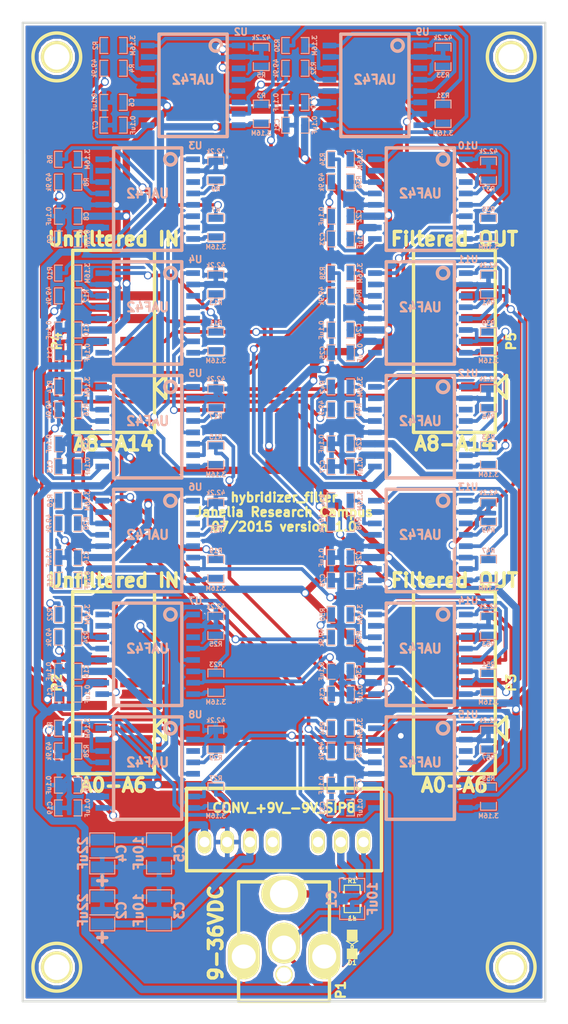
<source format=kicad_pcb>
(kicad_pcb (version 4) (host pcbnew no-vcs-found-product)
  (title_block (title hybridizer_filter) (rev 1.0))
  (layers (0 F.Cu signal) (31 B.Cu signal) (34 B.Paste user) (35 F.Paste user) (36 B.SilkS user) (37 F.SilkS user) (38 B.Mask user) (39 F.Mask user) (44 Edge.Cuts user))
  (net 0 "")
  (net 1 VAA)
  (net 2 /A0)
  (net 3 /A1)
  (net 4 /A2)
  (net 5 /A3)
  (net 6 /A4)
  (net 7 /A5)
  (net 8 /A6)
  (net 9 GND)
  (net 10 "Net-(P2-Pad10)")
  (net 11 "Net-(D1-Pad1)")
  (net 12 "Net-(R16-Pad1)")
  (net 13 "Net-(R17-Pad1)")
  (net 14 "Net-(R18-Pad1)")
  (net 15 "Net-(R19-Pad1)")
  (net 16 "Net-(R20-Pad1)")
  (net 17 "Net-(R21-Pad1)")
  (net 18 "Net-(R22-Pad1)")
  (net 19 "Net-(R23-Pad1)")
  (net 20 "Net-(R24-Pad1)")
  (net 21 "Net-(R25-Pad1)")
  (net 22 "Net-(R26-Pad1)")
  (net 23 "Net-(R27-Pad1)")
  (net 24 "Net-(R28-Pad1)")
  (net 25 "Net-(R29-Pad1)")
  (net 26 "Net-(R30-Pad1)")
  (net 27 "Net-(R31-Pad1)")
  (net 28 GNDA)
  (net 29 /A8)
  (net 30 /A9)
  (net 31 /A10)
  (net 32 /A11)
  (net 33 /A12)
  (net 34 /A13)
  (net 35 /A14)
  (net 36 "Net-(P3-Pad10)")
  (net 37 VDD)
  (net 38 VEE)
  (net 39 /Va)
  (net 40 /A0_F)
  (net 41 /A1_F)
  (net 42 /A2_F)
  (net 43 /A3_F)
  (net 44 /A4_F)
  (net 45 /A5_F)
  (net 46 /A6_F)
  (net 47 /Vb)
  (net 48 /Gb)
  (net 49 "Net-(P4-Pad10)")
  (net 50 /A8_F)
  (net 51 /A9_F)
  (net 52 /A10_F)
  (net 53 /A11_F)
  (net 54 /A12_F)
  (net 55 /A13_F)
  (net 56 /A14_F)
  (net 57 "Net-(P5-Pad10)")
  (net 58 "Net-(R2-Pad1)")
  (net 59 "Net-(R2-Pad2)")
  (net 60 "Net-(R3-Pad1)")
  (net 61 "Net-(R3-Pad2)")
  (net 62 "Net-(R4-Pad1)")
  (net 63 "Net-(R5-Pad1)")
  (net 64 "Net-(R6-Pad1)")
  (net 65 "Net-(R6-Pad2)")
  (net 66 "Net-(R7-Pad1)")
  (net 67 "Net-(R7-Pad2)")
  (net 68 "Net-(R8-Pad1)")
  (net 69 "Net-(R9-Pad1)")
  (net 70 "Net-(R10-Pad1)")
  (net 71 "Net-(R10-Pad2)")
  (net 72 "Net-(R11-Pad1)")
  (net 73 "Net-(R11-Pad2)")
  (net 74 "Net-(R12-Pad1)")
  (net 75 "Net-(R13-Pad1)")
  (net 76 "Net-(R14-Pad1)")
  (net 77 "Net-(R14-Pad2)")
  (net 78 "Net-(R15-Pad1)")
  (net 79 "Net-(R15-Pad2)")
  (net 80 "Net-(R18-Pad2)")
  (net 81 "Net-(R19-Pad2)")
  (net 82 "Net-(R22-Pad2)")
  (net 83 "Net-(R23-Pad2)")
  (net 84 "Net-(R26-Pad2)")
  (net 85 "Net-(R27-Pad2)")
  (net 86 "Net-(R30-Pad2)")
  (net 87 "Net-(R31-Pad2)")
  (net 88 "Net-(R32-Pad1)")
  (net 89 "Net-(R33-Pad1)")
  (net 90 "Net-(R34-Pad1)")
  (net 91 "Net-(R34-Pad2)")
  (net 92 "Net-(R35-Pad1)")
  (net 93 "Net-(R35-Pad2)")
  (net 94 "Net-(R36-Pad1)")
  (net 95 "Net-(R37-Pad1)")
  (net 96 "Net-(R38-Pad1)")
  (net 97 "Net-(R38-Pad2)")
  (net 98 "Net-(R39-Pad1)")
  (net 99 "Net-(R39-Pad2)")
  (net 100 "Net-(R40-Pad1)")
  (net 101 "Net-(R41-Pad1)")
  (net 102 "Net-(R42-Pad1)")
  (net 103 "Net-(R42-Pad2)")
  (net 104 "Net-(R43-Pad1)")
  (net 105 "Net-(R43-Pad2)")
  (net 106 "Net-(R44-Pad1)")
  (net 107 "Net-(R45-Pad1)")
  (net 108 "Net-(R46-Pad1)")
  (net 109 "Net-(R46-Pad2)")
  (net 110 "Net-(R47-Pad1)")
  (net 111 "Net-(R47-Pad2)")
  (net 112 "Net-(R48-Pad1)")
  (net 113 "Net-(R49-Pad1)")
  (net 114 "Net-(R50-Pad1)")
  (net 115 "Net-(R50-Pad2)")
  (net 116 "Net-(R51-Pad1)")
  (net 117 "Net-(R51-Pad2)")
  (net 118 "Net-(R52-Pad1)")
  (net 119 "Net-(R53-Pad1)")
  (net 120 "Net-(R54-Pad1)")
  (net 121 "Net-(R54-Pad2)")
  (net 122 "Net-(R55-Pad1)")
  (net 123 "Net-(R55-Pad2)")
  (net 124 "Net-(R56-Pad1)")
  (net 125 "Net-(R57-Pad1)")
  (net 126 /A0_LP)
  (net 127 "Net-(U2-Pad3)")
  (net 128 /A1_LP)
  (net 129 "Net-(U3-Pad3)")
  (net 130 /A2_LP)
  (net 131 "Net-(U4-Pad3)")
  (net 132 /A3_LP)
  (net 133 "Net-(U5-Pad3)")
  (net 134 /A4_LP)
  (net 135 "Net-(U6-Pad3)")
  (net 136 /A5_LP)
  (net 137 "Net-(U7-Pad3)")
  (net 138 /A6_LP)
  (net 139 "Net-(U8-Pad3)")
  (net 140 /A8_LP)
  (net 141 "Net-(U9-Pad3)")
  (net 142 /A9_LP)
  (net 143 "Net-(U10-Pad3)")
  (net 144 /A10_LP)
  (net 145 "Net-(U11-Pad3)")
  (net 146 /A11_LP)
  (net 147 "Net-(U12-Pad3)")
  (net 148 /A12_LP)
  (net 149 "Net-(U13-Pad3)")
  (net 150 /A13_LP)
  (net 151 "Net-(U14-Pad3)")
  (net 152 /A14_LP)
  (net 153 "Net-(U15-Pad3)")
  (module hybridizer_filter:HEADER_02x05_SMD (layer F.Cu) (at 117.729 127.391 270)
    (fp_text reference P2 (at 0 6.35 270) (layer F.SilkS) (effects (font (size 1.016 1.016) (thickness 0.254))))
    (fp_text value HEADER_02X05_SMD hide)
    (pad 1 smd rect (at 5.08 -2.9972 270) (size 1.016 4.4958) (layers F.Cu F.Paste F.Mask) (net 39 /Va))
    (pad 2 smd rect (at 5.08 2.9972 270) (size 1.016 4.4958) (layers F.Cu F.Paste F.Mask) (net 28 GNDA))
    (pad 3 smd rect (at 2.54 -2.9972 270) (size 1.016 4.4958) (layers F.Cu F.Paste F.Mask) (net 2 /A0))
    (pad 4 smd rect (at 2.54 2.9972 270) (size 1.016 4.4958) (layers F.Cu F.Paste F.Mask) (net 3 /A1))
    (pad 5 smd rect (at 0 -2.9972 270) (size 1.016 4.4958) (layers F.Cu F.Paste F.Mask) (net 4 /A2))
    (pad 6 smd rect (at 0 2.9972 270) (size 1.016 4.4958) (layers F.Cu F.Paste F.Mask) (net 5 /A3))
    (pad 7 smd rect (at -2.54 -2.9972 270) (size 1.016 4.4958) (layers F.Cu F.Paste F.Mask) (net 6 /A4))
    (pad 8 smd rect (at -2.54 2.9972 270) (size 1.016 4.4958) (layers F.Cu F.Paste F.Mask) (net 7 /A5))
    (pad 9 smd rect (at -5.08 -2.9972 270) (size 1.016 4.4958) (layers F.Cu F.Paste F.Mask) (net 8 /A6))
    (pad 10 smd rect (at -5.08 2.9972 270) (size 1.016 4.4958) (layers F.Cu F.Paste F.Mask) (net 10 "Net-(P2-Pad10)"))
  )
  (module hybridizer_filter:LED0805 (layer F.Cu) (at 144.399 156.601 270)
    (fp_text reference D1 (at 2.032 0 360) (layer F.SilkS) (effects (font (size 0.508 0.508) (thickness 0.127))))
    (fp_text value LED_0805 hide)
    (pad 1 smd rect (at -1.0541 0 270) (size 1.1938 1.1938) (layers F.Cu F.Paste F.SilkS F.Mask) (net 11 "Net-(D1-Pad1)") (clearance 0.0508))
    (pad 2 smd rect (at 1.0541 0 270) (size 1.1938 1.1938) (layers F.Cu F.Paste F.SilkS F.Mask) (net 9 GND) (clearance 0.0508))
  )
  (module hybridizer_filter:HEADER_02x05_SMD (layer F.Cu) (at 155.829 127.391 270)
    (fp_text reference P3 (at 0 -6.35 270) (layer F.SilkS) (effects (font (size 1.016 1.016) (thickness 0.254))))
    (fp_text value HEADER_02X05_SMD hide)
    (pad 1 smd rect (at 5.08 -2.9972 270) (size 1.016 4.4958) (layers F.Cu F.Paste F.Mask) (net 39 /Va))
    (pad 2 smd rect (at 5.08 2.9972 270) (size 1.016 4.4958) (layers F.Cu F.Paste F.Mask) (net 28 GNDA))
    (pad 3 smd rect (at 2.54 -2.9972 270) (size 1.016 4.4958) (layers F.Cu F.Paste F.Mask) (net 40 /A0_F))
    (pad 4 smd rect (at 2.54 2.9972 270) (size 1.016 4.4958) (layers F.Cu F.Paste F.Mask) (net 41 /A1_F))
    (pad 5 smd rect (at 0 -2.9972 270) (size 1.016 4.4958) (layers F.Cu F.Paste F.Mask) (net 42 /A2_F))
    (pad 6 smd rect (at 0 2.9972 270) (size 1.016 4.4958) (layers F.Cu F.Paste F.Mask) (net 43 /A3_F))
    (pad 7 smd rect (at -2.54 -2.9972 270) (size 1.016 4.4958) (layers F.Cu F.Paste F.Mask) (net 44 /A4_F))
    (pad 8 smd rect (at -2.54 2.9972 270) (size 1.016 4.4958) (layers F.Cu F.Paste F.Mask) (net 45 /A5_F))
    (pad 9 smd rect (at -5.08 -2.9972 270) (size 1.016 4.4958) (layers F.Cu F.Paste F.Mask) (net 46 /A6_F))
    (pad 10 smd rect (at -5.08 2.9972 270) (size 1.016 4.4958) (layers F.Cu F.Paste F.Mask) (net 36 "Net-(P3-Pad10)"))
  )
  (module hybridizer_filter:SM1210_POL (layer B.Cu) (at 116.459 152.791 90)
    (fp_text reference C2 (at 0 2.159 90) (layer B.SilkS) (effects (font (size 1.016 1.016) (thickness 0.254)) (justify mirror)))
    (fp_text value 22uF (at 0 -2.159 90) (layer B.SilkS) (effects (font (size 1.016 1.016) (thickness 0.254)) (justify mirror)))
    (pad 1 smd rect (at -1.524 0 90) (size 1.27 2.54) (layers B.Cu B.Paste B.Mask) (net 37 VDD))
    (pad 2 smd rect (at 1.524 0 90) (size 1.27 2.54) (layers B.Cu B.Paste B.Mask) (net 28 GNDA))
  )
  (module hybridizer_filter:SM1210_POL (layer B.Cu) (at 116.459 146.441 90)
    (fp_text reference C4 (at 0 2.159 90) (layer B.SilkS) (effects (font (size 1.016 1.016) (thickness 0.254)) (justify mirror)))
    (fp_text value 22uF (at 0 -2.159 90) (layer B.SilkS) (effects (font (size 1.016 1.016) (thickness 0.254)) (justify mirror)))
    (pad 1 smd rect (at -1.524 0 90) (size 1.27 2.54) (layers B.Cu B.Paste B.Mask) (net 28 GNDA))
    (pad 2 smd rect (at 1.524 0 90) (size 1.27 2.54) (layers B.Cu B.Paste B.Mask) (net 38 VEE))
  )
  (module hybridizer_filter:DCJACK_2PIN_HIGHCURRENT (layer F.Cu) (at 136.779 162.951 180)
    (fp_text reference P1 (at -6.35 1.27 270) (layer F.SilkS) (effects (font (size 1.016 1.016) (thickness 0.254))))
    (fp_text value PWR_JACK_2.1x5.5 hide)
    (pad "" thru_hole circle (at 0 2.9972 180) (size 1.9304 1.9304) (drill 1.6002) (layers *.Cu *.Mask F.SilkS))
    (pad 2 thru_hole oval (at 0 5.9944 180) (size 3.556 4.572) (drill 2.6924 (offset 0 0.508)) (layers *.Cu *.Mask F.SilkS) (net 9 GND))
    (pad 1 thru_hole oval (at 0 11.9888 180) (size 5.08 4.064) (drill 3.1496) (layers *.Cu *.Mask F.SilkS) (net 1 VAA))
    (pad "" thru_hole oval (at -4.4958 5.0038 180) (size 3.556 5.08) (drill 2.6924) (layers *.Cu *.Mask F.SilkS))
    (pad "" thru_hole oval (at 4.4958 5.0038 180) (size 3.556 5.08) (drill 2.6924) (layers *.Cu *.Mask F.SilkS))
  )
  (module hybridizer_filter:HEADER_02x05_SMD (layer F.Cu) (at 117.729 89.2912 270)
    (fp_text reference P4 (at 0 6.35 270) (layer F.SilkS) (effects (font (size 1.016 1.016) (thickness 0.254))))
    (fp_text value HEADER_02X05_SMD hide)
    (pad 1 smd rect (at 5.08 -2.9972 270) (size 1.016 4.4958) (layers F.Cu F.Paste F.Mask) (net 47 /Vb))
    (pad 2 smd rect (at 5.08 2.9972 270) (size 1.016 4.4958) (layers F.Cu F.Paste F.Mask) (net 48 /Gb))
    (pad 3 smd rect (at 2.54 -2.9972 270) (size 1.016 4.4958) (layers F.Cu F.Paste F.Mask) (net 29 /A8))
    (pad 4 smd rect (at 2.54 2.9972 270) (size 1.016 4.4958) (layers F.Cu F.Paste F.Mask) (net 30 /A9))
    (pad 5 smd rect (at 0 -2.9972 270) (size 1.016 4.4958) (layers F.Cu F.Paste F.Mask) (net 31 /A10))
    (pad 6 smd rect (at 0 2.9972 270) (size 1.016 4.4958) (layers F.Cu F.Paste F.Mask) (net 32 /A11))
    (pad 7 smd rect (at -2.54 -2.9972 270) (size 1.016 4.4958) (layers F.Cu F.Paste F.Mask) (net 33 /A12))
    (pad 8 smd rect (at -2.54 2.9972 270) (size 1.016 4.4958) (layers F.Cu F.Paste F.Mask) (net 34 /A13))
    (pad 9 smd rect (at -5.08 -2.9972 270) (size 1.016 4.4958) (layers F.Cu F.Paste F.Mask) (net 35 /A14))
    (pad 10 smd rect (at -5.08 2.9972 270) (size 1.016 4.4958) (layers F.Cu F.Paste F.Mask) (net 49 "Net-(P4-Pad10)"))
  )
  (module hybridizer_filter:HEADER_02x05_SMD (layer F.Cu) (at 155.829 89.2912 270)
    (fp_text reference P5 (at 0 -6.35 270) (layer F.SilkS) (effects (font (size 1.016 1.016) (thickness 0.254))))
    (fp_text value HEADER_02X05_SMD hide)
    (pad 1 smd rect (at 5.08 -2.9972 270) (size 1.016 4.4958) (layers F.Cu F.Paste F.Mask) (net 47 /Vb))
    (pad 2 smd rect (at 5.08 2.9972 270) (size 1.016 4.4958) (layers F.Cu F.Paste F.Mask) (net 48 /Gb))
    (pad 3 smd rect (at 2.54 -2.9972 270) (size 1.016 4.4958) (layers F.Cu F.Paste F.Mask) (net 50 /A8_F))
    (pad 4 smd rect (at 2.54 2.9972 270) (size 1.016 4.4958) (layers F.Cu F.Paste F.Mask) (net 51 /A9_F))
    (pad 5 smd rect (at 0 -2.9972 270) (size 1.016 4.4958) (layers F.Cu F.Paste F.Mask) (net 52 /A10_F))
    (pad 6 smd rect (at 0 2.9972 270) (size 1.016 4.4958) (layers F.Cu F.Paste F.Mask) (net 53 /A11_F))
    (pad 7 smd rect (at -2.54 -2.9972 270) (size 1.016 4.4958) (layers F.Cu F.Paste F.Mask) (net 54 /A12_F))
    (pad 8 smd rect (at -2.54 2.9972 270) (size 1.016 4.4958) (layers F.Cu F.Paste F.Mask) (net 55 /A13_F))
    (pad 9 smd rect (at -5.08 -2.9972 270) (size 1.016 4.4958) (layers F.Cu F.Paste F.Mask) (net 56 /A14_F))
    (pad 10 smd rect (at -5.08 2.9972 270) (size 1.016 4.4958) (layers F.Cu F.Paste F.Mask) (net 57 "Net-(P5-Pad10)"))
  )
  (module hybridizer_filter:SIP8_RECOM (layer F.Cu) (at 136.779 145.171 180)
    (fp_text reference U1 (at 0 -4.445 180) (layer F.SilkS) (effects (font (size 1.016 1.016) (thickness 0.254))))
    (fp_text value CONV_+9V_-9V_SIP8 (at 0 3.81 180) (layer F.SilkS) (effects (font (size 1.016 1.016) (thickness 0.254))))
    (pad 5 thru_hole oval (at 1.27 0 180) (size 1.524 2.54) (drill 1.143) (layers *.Cu *.Mask F.SilkS))
    (pad 6 thru_hole oval (at 3.81 0 180) (size 1.524 2.54) (drill 1.143) (layers *.Cu *.Mask F.SilkS) (net 37 VDD))
    (pad 7 thru_hole oval (at 6.35 0 180) (size 1.524 2.54) (drill 1.143) (layers *.Cu *.Mask F.SilkS) (net 28 GNDA))
    (pad 8 thru_hole oval (at 8.89 0 180) (size 1.524 2.54) (drill 1.143) (layers *.Cu *.Mask F.SilkS) (net 38 VEE))
    (pad 3 thru_hole oval (at -3.81 0 180) (size 1.524 2.54) (drill 1.143) (layers *.Cu *.Mask F.SilkS) (clearance 0.0508))
    (pad 2 thru_hole oval (at -6.35 0 180) (size 1.524 2.54) (drill 1.143) (layers *.Cu *.Mask F.SilkS) (net 1 VAA) (clearance 0.0508))
    (pad 1 thru_hole oval (at -8.89 0 180) (size 1.524 2.54) (drill 1.143) (layers *.Cu *.Mask F.SilkS) (net 9 GND) (clearance 0.0508))
  )
  (module hybridizer_filter:SM0805 (layer B.Cu) (at 159.639 133.741 90)
    (fp_text reference R57 (at -2.032 0 360) (layer B.SilkS) (effects (font (size 0.508 0.508) (thickness 0.127)) (justify mirror)))
    (fp_text value 42.2k (at 2.159 0 360) (layer B.SilkS) (effects (font (size 0.508 0.508) (thickness 0.127)) (justify mirror)))
    (pad 1 smd rect (at -1.0414 0 90) (size 0.7874 1.6002) (layers B.Cu B.Paste B.Mask) (net 125 "Net-(R57-Pad1)"))
    (pad 2 smd rect (at 1.0414 0 90) (size 0.7874 1.6002) (layers B.Cu B.Paste B.Mask) (net 28 GNDA))
  )
  (module hybridizer_filter:SM0805 (layer B.Cu) (at 143.129 135.011 180)
    (fp_text reference R56 (at -2.032 0 450) (layer B.SilkS) (effects (font (size 0.508 0.508) (thickness 0.127)) (justify mirror)))
    (fp_text value 49.9k (at 2.159 0 450) (layer B.SilkS) (effects (font (size 0.508 0.508) (thickness 0.127)) (justify mirror)))
    (pad 1 smd rect (at -1.0414 0 180) (size 0.7874 1.6002) (layers B.Cu B.Paste B.Mask) (net 124 "Net-(R56-Pad1)"))
    (pad 2 smd rect (at 1.0414 0 180) (size 0.7874 1.6002) (layers B.Cu B.Paste B.Mask) (net 35 /A14))
  )
  (module hybridizer_filter:SM0805 (layer B.Cu) (at 159.639 140.091 270)
    (fp_text reference R55 (at -2.032 0 540) (layer B.SilkS) (effects (font (size 0.508 0.508) (thickness 0.127)) (justify mirror)))
    (fp_text value 3.16M (at 2.159 0 540) (layer B.SilkS) (effects (font (size 0.508 0.508) (thickness 0.127)) (justify mirror)))
    (pad 1 smd rect (at -1.0414 0 270) (size 0.7874 1.6002) (layers B.Cu B.Paste B.Mask) (net 122 "Net-(R55-Pad1)"))
    (pad 2 smd rect (at 1.0414 0 270) (size 0.7874 1.6002) (layers B.Cu B.Paste B.Mask) (net 123 "Net-(R55-Pad2)"))
  )
  (module hybridizer_filter:SM0805 (layer B.Cu) (at 143.129 132.471)
    (fp_text reference R54 (at -2.032 0 270) (layer B.SilkS) (effects (font (size 0.508 0.508) (thickness 0.127)) (justify mirror)))
    (fp_text value 3.16M (at 2.159 0 270) (layer B.SilkS) (effects (font (size 0.508 0.508) (thickness 0.127)) (justify mirror)))
    (pad 1 smd rect (at -1.0414 0) (size 0.7874 1.6002) (layers B.Cu B.Paste B.Mask) (net 120 "Net-(R54-Pad1)"))
    (pad 2 smd rect (at 1.0414 0) (size 0.7874 1.6002) (layers B.Cu B.Paste B.Mask) (net 121 "Net-(R54-Pad2)"))
  )
  (module hybridizer_filter:SM0805 (layer B.Cu) (at 159.639 121.041 90)
    (fp_text reference R53 (at -2.032 0 360) (layer B.SilkS) (effects (font (size 0.508 0.508) (thickness 0.127)) (justify mirror)))
    (fp_text value 42.2k (at 2.159 0 360) (layer B.SilkS) (effects (font (size 0.508 0.508) (thickness 0.127)) (justify mirror)))
    (pad 1 smd rect (at -1.0414 0 90) (size 0.7874 1.6002) (layers B.Cu B.Paste B.Mask) (net 119 "Net-(R53-Pad1)"))
    (pad 2 smd rect (at 1.0414 0 90) (size 0.7874 1.6002) (layers B.Cu B.Paste B.Mask) (net 28 GNDA))
  )
  (module hybridizer_filter:SM0805 (layer B.Cu) (at 143.129 122.311 180)
    (fp_text reference R52 (at -2.032 0 450) (layer B.SilkS) (effects (font (size 0.508 0.508) (thickness 0.127)) (justify mirror)))
    (fp_text value 49.9k (at 2.159 0 450) (layer B.SilkS) (effects (font (size 0.508 0.508) (thickness 0.127)) (justify mirror)))
    (pad 1 smd rect (at -1.0414 0 180) (size 0.7874 1.6002) (layers B.Cu B.Paste B.Mask) (net 118 "Net-(R52-Pad1)"))
    (pad 2 smd rect (at 1.0414 0 180) (size 0.7874 1.6002) (layers B.Cu B.Paste B.Mask) (net 34 /A13))
  )
  (module hybridizer_filter:SM0805 (layer B.Cu) (at 159.639 127.391 270)
    (fp_text reference R51 (at -2.032 0 540) (layer B.SilkS) (effects (font (size 0.508 0.508) (thickness 0.127)) (justify mirror)))
    (fp_text value 3.16M (at 2.159 0 540) (layer B.SilkS) (effects (font (size 0.508 0.508) (thickness 0.127)) (justify mirror)))
    (pad 1 smd rect (at -1.0414 0 270) (size 0.7874 1.6002) (layers B.Cu B.Paste B.Mask) (net 116 "Net-(R51-Pad1)"))
    (pad 2 smd rect (at 1.0414 0 270) (size 0.7874 1.6002) (layers B.Cu B.Paste B.Mask) (net 117 "Net-(R51-Pad2)"))
  )
  (module hybridizer_filter:SM0805 (layer B.Cu) (at 143.129 119.771)
    (fp_text reference R50 (at -2.032 0 270) (layer B.SilkS) (effects (font (size 0.508 0.508) (thickness 0.127)) (justify mirror)))
    (fp_text value 3.16M (at 2.159 0 270) (layer B.SilkS) (effects (font (size 0.508 0.508) (thickness 0.127)) (justify mirror)))
    (pad 1 smd rect (at -1.0414 0) (size 0.7874 1.6002) (layers B.Cu B.Paste B.Mask) (net 114 "Net-(R50-Pad1)"))
    (pad 2 smd rect (at 1.0414 0) (size 0.7874 1.6002) (layers B.Cu B.Paste B.Mask) (net 115 "Net-(R50-Pad2)"))
  )
  (module hybridizer_filter:SM0805 (layer B.Cu) (at 159.639 108.341 90)
    (fp_text reference R49 (at -2.032 0 360) (layer B.SilkS) (effects (font (size 0.508 0.508) (thickness 0.127)) (justify mirror)))
    (fp_text value 42.2k (at 2.159 0 360) (layer B.SilkS) (effects (font (size 0.508 0.508) (thickness 0.127)) (justify mirror)))
    (pad 1 smd rect (at -1.0414 0 90) (size 0.7874 1.6002) (layers B.Cu B.Paste B.Mask) (net 113 "Net-(R49-Pad1)"))
    (pad 2 smd rect (at 1.0414 0 90) (size 0.7874 1.6002) (layers B.Cu B.Paste B.Mask) (net 28 GNDA))
  )
  (module hybridizer_filter:SM0805 (layer B.Cu) (at 143.129 109.611 180)
    (fp_text reference R48 (at -2.032 0 450) (layer B.SilkS) (effects (font (size 0.508 0.508) (thickness 0.127)) (justify mirror)))
    (fp_text value 49.9k (at 2.159 0 450) (layer B.SilkS) (effects (font (size 0.508 0.508) (thickness 0.127)) (justify mirror)))
    (pad 1 smd rect (at -1.0414 0 180) (size 0.7874 1.6002) (layers B.Cu B.Paste B.Mask) (net 112 "Net-(R48-Pad1)"))
    (pad 2 smd rect (at 1.0414 0 180) (size 0.7874 1.6002) (layers B.Cu B.Paste B.Mask) (net 33 /A12))
  )
  (module hybridizer_filter:SM0805 (layer B.Cu) (at 159.639 114.691 270)
    (fp_text reference R47 (at -2.032 0 540) (layer B.SilkS) (effects (font (size 0.508 0.508) (thickness 0.127)) (justify mirror)))
    (fp_text value 3.16M (at 2.159 0 540) (layer B.SilkS) (effects (font (size 0.508 0.508) (thickness 0.127)) (justify mirror)))
    (pad 1 smd rect (at -1.0414 0 270) (size 0.7874 1.6002) (layers B.Cu B.Paste B.Mask) (net 110 "Net-(R47-Pad1)"))
    (pad 2 smd rect (at 1.0414 0 270) (size 0.7874 1.6002) (layers B.Cu B.Paste B.Mask) (net 111 "Net-(R47-Pad2)"))
  )
  (module hybridizer_filter:SM0805 (layer B.Cu) (at 143.129 107.071)
    (fp_text reference R46 (at -2.032 0 270) (layer B.SilkS) (effects (font (size 0.508 0.508) (thickness 0.127)) (justify mirror)))
    (fp_text value 3.16M (at 2.159 0 270) (layer B.SilkS) (effects (font (size 0.508 0.508) (thickness 0.127)) (justify mirror)))
    (pad 1 smd rect (at -1.0414 0) (size 0.7874 1.6002) (layers B.Cu B.Paste B.Mask) (net 108 "Net-(R46-Pad1)"))
    (pad 2 smd rect (at 1.0414 0) (size 0.7874 1.6002) (layers B.Cu B.Paste B.Mask) (net 109 "Net-(R46-Pad2)"))
  )
  (module hybridizer_filter:SM0805 (layer B.Cu) (at 159.639 95.6412 90)
    (fp_text reference R45 (at -2.032 0 360) (layer B.SilkS) (effects (font (size 0.508 0.508) (thickness 0.127)) (justify mirror)))
    (fp_text value 42.2k (at 2.159 0 360) (layer B.SilkS) (effects (font (size 0.508 0.508) (thickness 0.127)) (justify mirror)))
    (pad 1 smd rect (at -1.0414 0 90) (size 0.7874 1.6002) (layers B.Cu B.Paste B.Mask) (net 107 "Net-(R45-Pad1)"))
    (pad 2 smd rect (at 1.0414 0 90) (size 0.7874 1.6002) (layers B.Cu B.Paste B.Mask) (net 28 GNDA))
  )
  (module hybridizer_filter:SM0805 (layer B.Cu) (at 143.129 96.9112 180)
    (fp_text reference R44 (at -2.032 0 450) (layer B.SilkS) (effects (font (size 0.508 0.508) (thickness 0.127)) (justify mirror)))
    (fp_text value 49.9k (at 2.159 0 450) (layer B.SilkS) (effects (font (size 0.508 0.508) (thickness 0.127)) (justify mirror)))
    (pad 1 smd rect (at -1.0414 0 180) (size 0.7874 1.6002) (layers B.Cu B.Paste B.Mask) (net 106 "Net-(R44-Pad1)"))
    (pad 2 smd rect (at 1.0414 0 180) (size 0.7874 1.6002) (layers B.Cu B.Paste B.Mask) (net 32 /A11))
  )
  (module hybridizer_filter:SM0805 (layer B.Cu) (at 159.639 101.991 270)
    (fp_text reference R43 (at -2.032 0 540) (layer B.SilkS) (effects (font (size 0.508 0.508) (thickness 0.127)) (justify mirror)))
    (fp_text value 3.16M (at 2.159 0 540) (layer B.SilkS) (effects (font (size 0.508 0.508) (thickness 0.127)) (justify mirror)))
    (pad 1 smd rect (at -1.0414 0 270) (size 0.7874 1.6002) (layers B.Cu B.Paste B.Mask) (net 104 "Net-(R43-Pad1)"))
    (pad 2 smd rect (at 1.0414 0 270) (size 0.7874 1.6002) (layers B.Cu B.Paste B.Mask) (net 105 "Net-(R43-Pad2)"))
  )
  (module hybridizer_filter:SM0805 (layer B.Cu) (at 143.129 94.3712)
    (fp_text reference R42 (at -2.032 0 270) (layer B.SilkS) (effects (font (size 0.508 0.508) (thickness 0.127)) (justify mirror)))
    (fp_text value 3.16M (at 2.159 0 270) (layer B.SilkS) (effects (font (size 0.508 0.508) (thickness 0.127)) (justify mirror)))
    (pad 1 smd rect (at -1.0414 0) (size 0.7874 1.6002) (layers B.Cu B.Paste B.Mask) (net 102 "Net-(R42-Pad1)"))
    (pad 2 smd rect (at 1.0414 0) (size 0.7874 1.6002) (layers B.Cu B.Paste B.Mask) (net 103 "Net-(R42-Pad2)"))
  )
  (module hybridizer_filter:SM0805 (layer B.Cu) (at 159.639 82.9412 90)
    (fp_text reference R41 (at -2.032 0 360) (layer B.SilkS) (effects (font (size 0.508 0.508) (thickness 0.127)) (justify mirror)))
    (fp_text value 42.2k (at 2.159 0 360) (layer B.SilkS) (effects (font (size 0.508 0.508) (thickness 0.127)) (justify mirror)))
    (pad 1 smd rect (at -1.0414 0 90) (size 0.7874 1.6002) (layers B.Cu B.Paste B.Mask) (net 101 "Net-(R41-Pad1)"))
    (pad 2 smd rect (at 1.0414 0 90) (size 0.7874 1.6002) (layers B.Cu B.Paste B.Mask) (net 28 GNDA))
  )
  (module hybridizer_filter:SM0805 (layer B.Cu) (at 143.129 84.2112 180)
    (fp_text reference R40 (at -2.032 0 450) (layer B.SilkS) (effects (font (size 0.508 0.508) (thickness 0.127)) (justify mirror)))
    (fp_text value 49.9k (at 2.159 0 450) (layer B.SilkS) (effects (font (size 0.508 0.508) (thickness 0.127)) (justify mirror)))
    (pad 1 smd rect (at -1.0414 0 180) (size 0.7874 1.6002) (layers B.Cu B.Paste B.Mask) (net 100 "Net-(R40-Pad1)"))
    (pad 2 smd rect (at 1.0414 0 180) (size 0.7874 1.6002) (layers B.Cu B.Paste B.Mask) (net 31 /A10))
  )
  (module hybridizer_filter:SM0805 (layer B.Cu) (at 159.639 89.2912 270)
    (fp_text reference R39 (at -2.032 0 540) (layer B.SilkS) (effects (font (size 0.508 0.508) (thickness 0.127)) (justify mirror)))
    (fp_text value 3.16M (at 2.159 0 540) (layer B.SilkS) (effects (font (size 0.508 0.508) (thickness 0.127)) (justify mirror)))
    (pad 1 smd rect (at -1.0414 0 270) (size 0.7874 1.6002) (layers B.Cu B.Paste B.Mask) (net 98 "Net-(R39-Pad1)"))
    (pad 2 smd rect (at 1.0414 0 270) (size 0.7874 1.6002) (layers B.Cu B.Paste B.Mask) (net 99 "Net-(R39-Pad2)"))
  )
  (module hybridizer_filter:SM0805 (layer B.Cu) (at 143.129 81.6712)
    (fp_text reference R38 (at -2.032 0 270) (layer B.SilkS) (effects (font (size 0.508 0.508) (thickness 0.127)) (justify mirror)))
    (fp_text value 3.16M (at 2.159 0 270) (layer B.SilkS) (effects (font (size 0.508 0.508) (thickness 0.127)) (justify mirror)))
    (pad 1 smd rect (at -1.0414 0) (size 0.7874 1.6002) (layers B.Cu B.Paste B.Mask) (net 96 "Net-(R38-Pad1)"))
    (pad 2 smd rect (at 1.0414 0) (size 0.7874 1.6002) (layers B.Cu B.Paste B.Mask) (net 97 "Net-(R38-Pad2)"))
  )
  (module hybridizer_filter:SM0805 (layer B.Cu) (at 159.639 70.2412 90)
    (fp_text reference R37 (at -2.032 0 360) (layer B.SilkS) (effects (font (size 0.508 0.508) (thickness 0.127)) (justify mirror)))
    (fp_text value 42.2k (at 2.159 0 360) (layer B.SilkS) (effects (font (size 0.508 0.508) (thickness 0.127)) (justify mirror)))
    (pad 1 smd rect (at -1.0414 0 90) (size 0.7874 1.6002) (layers B.Cu B.Paste B.Mask) (net 95 "Net-(R37-Pad1)"))
    (pad 2 smd rect (at 1.0414 0 90) (size 0.7874 1.6002) (layers B.Cu B.Paste B.Mask) (net 28 GNDA))
  )
  (module hybridizer_filter:SM0805 (layer B.Cu) (at 143.129 71.5112 180)
    (fp_text reference R36 (at -2.032 0 450) (layer B.SilkS) (effects (font (size 0.508 0.508) (thickness 0.127)) (justify mirror)))
    (fp_text value 49.9k (at 2.159 0 450) (layer B.SilkS) (effects (font (size 0.508 0.508) (thickness 0.127)) (justify mirror)))
    (pad 1 smd rect (at -1.0414 0 180) (size 0.7874 1.6002) (layers B.Cu B.Paste B.Mask) (net 94 "Net-(R36-Pad1)"))
    (pad 2 smd rect (at 1.0414 0 180) (size 0.7874 1.6002) (layers B.Cu B.Paste B.Mask) (net 30 /A9))
  )
  (module hybridizer_filter:SM0805 (layer B.Cu) (at 159.639 76.5912 270)
    (fp_text reference R35 (at -2.032 0 540) (layer B.SilkS) (effects (font (size 0.508 0.508) (thickness 0.127)) (justify mirror)))
    (fp_text value 3.16M (at 2.159 0 540) (layer B.SilkS) (effects (font (size 0.508 0.508) (thickness 0.127)) (justify mirror)))
    (pad 1 smd rect (at -1.0414 0 270) (size 0.7874 1.6002) (layers B.Cu B.Paste B.Mask) (net 92 "Net-(R35-Pad1)"))
    (pad 2 smd rect (at 1.0414 0 270) (size 0.7874 1.6002) (layers B.Cu B.Paste B.Mask) (net 93 "Net-(R35-Pad2)"))
  )
  (module hybridizer_filter:SM0805 (layer B.Cu) (at 143.129 68.9712)
    (fp_text reference R34 (at -2.032 0 270) (layer B.SilkS) (effects (font (size 0.508 0.508) (thickness 0.127)) (justify mirror)))
    (fp_text value 3.16M (at 2.159 0 270) (layer B.SilkS) (effects (font (size 0.508 0.508) (thickness 0.127)) (justify mirror)))
    (pad 1 smd rect (at -1.0414 0) (size 0.7874 1.6002) (layers B.Cu B.Paste B.Mask) (net 90 "Net-(R34-Pad1)"))
    (pad 2 smd rect (at 1.0414 0) (size 0.7874 1.6002) (layers B.Cu B.Paste B.Mask) (net 91 "Net-(R34-Pad2)"))
  )
  (module hybridizer_filter:SM0805 (layer B.Cu) (at 154.559 57.5412 90)
    (fp_text reference R33 (at -2.032 0 360) (layer B.SilkS) (effects (font (size 0.508 0.508) (thickness 0.127)) (justify mirror)))
    (fp_text value 42.2k (at 2.159 0 360) (layer B.SilkS) (effects (font (size 0.508 0.508) (thickness 0.127)) (justify mirror)))
    (pad 1 smd rect (at -1.0414 0 90) (size 0.7874 1.6002) (layers B.Cu B.Paste B.Mask) (net 89 "Net-(R33-Pad1)"))
    (pad 2 smd rect (at 1.0414 0 90) (size 0.7874 1.6002) (layers B.Cu B.Paste B.Mask) (net 28 GNDA))
  )
  (module hybridizer_filter:SM0805 (layer B.Cu) (at 138.049 58.8112 180)
    (fp_text reference R32 (at -2.032 0 450) (layer B.SilkS) (effects (font (size 0.508 0.508) (thickness 0.127)) (justify mirror)))
    (fp_text value 49.9k (at 2.159 0 450) (layer B.SilkS) (effects (font (size 0.508 0.508) (thickness 0.127)) (justify mirror)))
    (pad 1 smd rect (at -1.0414 0 180) (size 0.7874 1.6002) (layers B.Cu B.Paste B.Mask) (net 88 "Net-(R32-Pad1)"))
    (pad 2 smd rect (at 1.0414 0 180) (size 0.7874 1.6002) (layers B.Cu B.Paste B.Mask) (net 29 /A8))
  )
  (module hybridizer_filter:SM0805 (layer B.Cu) (at 154.559 63.8912 270)
    (fp_text reference R31 (at -2.032 0 540) (layer B.SilkS) (effects (font (size 0.508 0.508) (thickness 0.127)) (justify mirror)))
    (fp_text value 3.16M (at 2.159 0 540) (layer B.SilkS) (effects (font (size 0.508 0.508) (thickness 0.127)) (justify mirror)))
    (pad 1 smd rect (at -1.0414 0 270) (size 0.7874 1.6002) (layers B.Cu B.Paste B.Mask) (net 27 "Net-(R31-Pad1)"))
    (pad 2 smd rect (at 1.0414 0 270) (size 0.7874 1.6002) (layers B.Cu B.Paste B.Mask) (net 87 "Net-(R31-Pad2)"))
  )
  (module hybridizer_filter:SM0805 (layer B.Cu) (at 138.049 56.2712)
    (fp_text reference R30 (at -2.032 0 270) (layer B.SilkS) (effects (font (size 0.508 0.508) (thickness 0.127)) (justify mirror)))
    (fp_text value 3.16M (at 2.159 0 270) (layer B.SilkS) (effects (font (size 0.508 0.508) (thickness 0.127)) (justify mirror)))
    (pad 1 smd rect (at -1.0414 0) (size 0.7874 1.6002) (layers B.Cu B.Paste B.Mask) (net 26 "Net-(R30-Pad1)"))
    (pad 2 smd rect (at 1.0414 0) (size 0.7874 1.6002) (layers B.Cu B.Paste B.Mask) (net 86 "Net-(R30-Pad2)"))
  )
  (module hybridizer_filter:SM0805 (layer B.Cu) (at 129.159 133.741 90)
    (fp_text reference R29 (at -2.032 0 360) (layer B.SilkS) (effects (font (size 0.508 0.508) (thickness 0.127)) (justify mirror)))
    (fp_text value 42.2k (at 2.159 0 360) (layer B.SilkS) (effects (font (size 0.508 0.508) (thickness 0.127)) (justify mirror)))
    (pad 1 smd rect (at -1.0414 0 90) (size 0.7874 1.6002) (layers B.Cu B.Paste B.Mask) (net 25 "Net-(R29-Pad1)"))
    (pad 2 smd rect (at 1.0414 0 90) (size 0.7874 1.6002) (layers B.Cu B.Paste B.Mask) (net 28 GNDA))
  )
  (module hybridizer_filter:SM0805 (layer B.Cu) (at 112.649 135.011 180)
    (fp_text reference R28 (at -2.032 0 450) (layer B.SilkS) (effects (font (size 0.508 0.508) (thickness 0.127)) (justify mirror)))
    (fp_text value 49.9k (at 2.159 0 450) (layer B.SilkS) (effects (font (size 0.508 0.508) (thickness 0.127)) (justify mirror)))
    (pad 1 smd rect (at -1.0414 0 180) (size 0.7874 1.6002) (layers B.Cu B.Paste B.Mask) (net 24 "Net-(R28-Pad1)"))
    (pad 2 smd rect (at 1.0414 0 180) (size 0.7874 1.6002) (layers B.Cu B.Paste B.Mask) (net 8 /A6))
  )
  (module hybridizer_filter:SM0805 (layer B.Cu) (at 129.159 140.091 270)
    (fp_text reference R27 (at -2.032 0 540) (layer B.SilkS) (effects (font (size 0.508 0.508) (thickness 0.127)) (justify mirror)))
    (fp_text value 3.16M (at 2.159 0 540) (layer B.SilkS) (effects (font (size 0.508 0.508) (thickness 0.127)) (justify mirror)))
    (pad 1 smd rect (at -1.0414 0 270) (size 0.7874 1.6002) (layers B.Cu B.Paste B.Mask) (net 23 "Net-(R27-Pad1)"))
    (pad 2 smd rect (at 1.0414 0 270) (size 0.7874 1.6002) (layers B.Cu B.Paste B.Mask) (net 85 "Net-(R27-Pad2)"))
  )
  (module hybridizer_filter:SM0805 (layer B.Cu) (at 112.649 132.471)
    (fp_text reference R26 (at -2.032 0 270) (layer B.SilkS) (effects (font (size 0.508 0.508) (thickness 0.127)) (justify mirror)))
    (fp_text value 3.16M (at 2.159 0 270) (layer B.SilkS) (effects (font (size 0.508 0.508) (thickness 0.127)) (justify mirror)))
    (pad 1 smd rect (at -1.0414 0) (size 0.7874 1.6002) (layers B.Cu B.Paste B.Mask) (net 22 "Net-(R26-Pad1)"))
    (pad 2 smd rect (at 1.0414 0) (size 0.7874 1.6002) (layers B.Cu B.Paste B.Mask) (net 84 "Net-(R26-Pad2)"))
  )
  (module hybridizer_filter:SM0805 (layer B.Cu) (at 129.159 121.041 90)
    (fp_text reference R25 (at -2.032 0 360) (layer B.SilkS) (effects (font (size 0.508 0.508) (thickness 0.127)) (justify mirror)))
    (fp_text value 42.2k (at 2.159 0 360) (layer B.SilkS) (effects (font (size 0.508 0.508) (thickness 0.127)) (justify mirror)))
    (pad 1 smd rect (at -1.0414 0 90) (size 0.7874 1.6002) (layers B.Cu B.Paste B.Mask) (net 21 "Net-(R25-Pad1)"))
    (pad 2 smd rect (at 1.0414 0 90) (size 0.7874 1.6002) (layers B.Cu B.Paste B.Mask) (net 28 GNDA))
  )
  (module hybridizer_filter:SM0805 (layer B.Cu) (at 112.649 122.311 180)
    (fp_text reference R24 (at -2.032 0 450) (layer B.SilkS) (effects (font (size 0.508 0.508) (thickness 0.127)) (justify mirror)))
    (fp_text value 49.9k (at 2.159 0 450) (layer B.SilkS) (effects (font (size 0.508 0.508) (thickness 0.127)) (justify mirror)))
    (pad 1 smd rect (at -1.0414 0 180) (size 0.7874 1.6002) (layers B.Cu B.Paste B.Mask) (net 20 "Net-(R24-Pad1)"))
    (pad 2 smd rect (at 1.0414 0 180) (size 0.7874 1.6002) (layers B.Cu B.Paste B.Mask) (net 7 /A5))
  )
  (module hybridizer_filter:SM0805 (layer B.Cu) (at 129.159 127.391 270)
    (fp_text reference R23 (at -2.032 0 540) (layer B.SilkS) (effects (font (size 0.508 0.508) (thickness 0.127)) (justify mirror)))
    (fp_text value 3.16M (at 2.159 0 540) (layer B.SilkS) (effects (font (size 0.508 0.508) (thickness 0.127)) (justify mirror)))
    (pad 1 smd rect (at -1.0414 0 270) (size 0.7874 1.6002) (layers B.Cu B.Paste B.Mask) (net 19 "Net-(R23-Pad1)"))
    (pad 2 smd rect (at 1.0414 0 270) (size 0.7874 1.6002) (layers B.Cu B.Paste B.Mask) (net 83 "Net-(R23-Pad2)"))
  )
  (module hybridizer_filter:SM0805 (layer B.Cu) (at 112.649 119.771)
    (fp_text reference R22 (at -2.032 0 270) (layer B.SilkS) (effects (font (size 0.508 0.508) (thickness 0.127)) (justify mirror)))
    (fp_text value 3.16M (at 2.159 0 270) (layer B.SilkS) (effects (font (size 0.508 0.508) (thickness 0.127)) (justify mirror)))
    (pad 1 smd rect (at -1.0414 0) (size 0.7874 1.6002) (layers B.Cu B.Paste B.Mask) (net 18 "Net-(R22-Pad1)"))
    (pad 2 smd rect (at 1.0414 0) (size 0.7874 1.6002) (layers B.Cu B.Paste B.Mask) (net 82 "Net-(R22-Pad2)"))
  )
  (module hybridizer_filter:SM0805 (layer B.Cu) (at 129.159 108.341 90)
    (fp_text reference R21 (at -2.032 0 360) (layer B.SilkS) (effects (font (size 0.508 0.508) (thickness 0.127)) (justify mirror)))
    (fp_text value 42.2k (at 2.159 0 360) (layer B.SilkS) (effects (font (size 0.508 0.508) (thickness 0.127)) (justify mirror)))
    (pad 1 smd rect (at -1.0414 0 90) (size 0.7874 1.6002) (layers B.Cu B.Paste B.Mask) (net 17 "Net-(R21-Pad1)"))
    (pad 2 smd rect (at 1.0414 0 90) (size 0.7874 1.6002) (layers B.Cu B.Paste B.Mask) (net 28 GNDA))
  )
  (module hybridizer_filter:SM0805 (layer B.Cu) (at 112.649 109.611 180)
    (fp_text reference R20 (at -2.032 0 450) (layer B.SilkS) (effects (font (size 0.508 0.508) (thickness 0.127)) (justify mirror)))
    (fp_text value 49.9k (at 2.159 0 450) (layer B.SilkS) (effects (font (size 0.508 0.508) (thickness 0.127)) (justify mirror)))
    (pad 1 smd rect (at -1.0414 0 180) (size 0.7874 1.6002) (layers B.Cu B.Paste B.Mask) (net 16 "Net-(R20-Pad1)"))
    (pad 2 smd rect (at 1.0414 0 180) (size 0.7874 1.6002) (layers B.Cu B.Paste B.Mask) (net 6 /A4))
  )
  (module hybridizer_filter:SM0805 (layer B.Cu) (at 129.159 114.691 270)
    (fp_text reference R19 (at -2.032 0 540) (layer B.SilkS) (effects (font (size 0.508 0.508) (thickness 0.127)) (justify mirror)))
    (fp_text value 3.16M (at 2.159 0 540) (layer B.SilkS) (effects (font (size 0.508 0.508) (thickness 0.127)) (justify mirror)))
    (pad 1 smd rect (at -1.0414 0 270) (size 0.7874 1.6002) (layers B.Cu B.Paste B.Mask) (net 15 "Net-(R19-Pad1)"))
    (pad 2 smd rect (at 1.0414 0 270) (size 0.7874 1.6002) (layers B.Cu B.Paste B.Mask) (net 81 "Net-(R19-Pad2)"))
  )
  (module hybridizer_filter:SM0805 (layer B.Cu) (at 112.649 107.071)
    (fp_text reference R18 (at -2.032 0 270) (layer B.SilkS) (effects (font (size 0.508 0.508) (thickness 0.127)) (justify mirror)))
    (fp_text value 3.16M (at 2.159 0 270) (layer B.SilkS) (effects (font (size 0.508 0.508) (thickness 0.127)) (justify mirror)))
    (pad 1 smd rect (at -1.0414 0) (size 0.7874 1.6002) (layers B.Cu B.Paste B.Mask) (net 14 "Net-(R18-Pad1)"))
    (pad 2 smd rect (at 1.0414 0) (size 0.7874 1.6002) (layers B.Cu B.Paste B.Mask) (net 80 "Net-(R18-Pad2)"))
  )
  (module hybridizer_filter:SM0805 (layer B.Cu) (at 129.159 95.6412 90)
    (fp_text reference R17 (at -2.032 0 360) (layer B.SilkS) (effects (font (size 0.508 0.508) (thickness 0.127)) (justify mirror)))
    (fp_text value 42.2k (at 2.159 0 360) (layer B.SilkS) (effects (font (size 0.508 0.508) (thickness 0.127)) (justify mirror)))
    (pad 1 smd rect (at -1.0414 0 90) (size 0.7874 1.6002) (layers B.Cu B.Paste B.Mask) (net 13 "Net-(R17-Pad1)"))
    (pad 2 smd rect (at 1.0414 0 90) (size 0.7874 1.6002) (layers B.Cu B.Paste B.Mask) (net 28 GNDA))
  )
  (module hybridizer_filter:SM0805 (layer B.Cu) (at 112.649 96.9112 180)
    (fp_text reference R16 (at -2.032 0 450) (layer B.SilkS) (effects (font (size 0.508 0.508) (thickness 0.127)) (justify mirror)))
    (fp_text value 49.9k (at 2.159 0 450) (layer B.SilkS) (effects (font (size 0.508 0.508) (thickness 0.127)) (justify mirror)))
    (pad 1 smd rect (at -1.0414 0 180) (size 0.7874 1.6002) (layers B.Cu B.Paste B.Mask) (net 12 "Net-(R16-Pad1)"))
    (pad 2 smd rect (at 1.0414 0 180) (size 0.7874 1.6002) (layers B.Cu B.Paste B.Mask) (net 5 /A3))
  )
  (module hybridizer_filter:SM0805 (layer B.Cu) (at 129.159 101.991 270)
    (fp_text reference R15 (at -2.032 0 540) (layer B.SilkS) (effects (font (size 0.508 0.508) (thickness 0.127)) (justify mirror)))
    (fp_text value 3.16M (at 2.159 0 540) (layer B.SilkS) (effects (font (size 0.508 0.508) (thickness 0.127)) (justify mirror)))
    (pad 1 smd rect (at -1.0414 0 270) (size 0.7874 1.6002) (layers B.Cu B.Paste B.Mask) (net 78 "Net-(R15-Pad1)"))
    (pad 2 smd rect (at 1.0414 0 270) (size 0.7874 1.6002) (layers B.Cu B.Paste B.Mask) (net 79 "Net-(R15-Pad2)"))
  )
  (module hybridizer_filter:SM0805 (layer B.Cu) (at 112.649 94.3712)
    (fp_text reference R14 (at -2.032 0 270) (layer B.SilkS) (effects (font (size 0.508 0.508) (thickness 0.127)) (justify mirror)))
    (fp_text value 3.16M (at 2.159 0 270) (layer B.SilkS) (effects (font (size 0.508 0.508) (thickness 0.127)) (justify mirror)))
    (pad 1 smd rect (at -1.0414 0) (size 0.7874 1.6002) (layers B.Cu B.Paste B.Mask) (net 76 "Net-(R14-Pad1)"))
    (pad 2 smd rect (at 1.0414 0) (size 0.7874 1.6002) (layers B.Cu B.Paste B.Mask) (net 77 "Net-(R14-Pad2)"))
  )
  (module hybridizer_filter:SM0805 (layer B.Cu) (at 129.159 82.9412 90)
    (fp_text reference R13 (at -2.032 0 360) (layer B.SilkS) (effects (font (size 0.508 0.508) (thickness 0.127)) (justify mirror)))
    (fp_text value 42.2k (at 2.159 0 360) (layer B.SilkS) (effects (font (size 0.508 0.508) (thickness 0.127)) (justify mirror)))
    (pad 1 smd rect (at -1.0414 0 90) (size 0.7874 1.6002) (layers B.Cu B.Paste B.Mask) (net 75 "Net-(R13-Pad1)"))
    (pad 2 smd rect (at 1.0414 0 90) (size 0.7874 1.6002) (layers B.Cu B.Paste B.Mask) (net 28 GNDA))
  )
  (module hybridizer_filter:SM0805 (layer B.Cu) (at 112.649 84.2112 180)
    (fp_text reference R12 (at -2.032 0 450) (layer B.SilkS) (effects (font (size 0.508 0.508) (thickness 0.127)) (justify mirror)))
    (fp_text value 49.9k (at 2.159 0 450) (layer B.SilkS) (effects (font (size 0.508 0.508) (thickness 0.127)) (justify mirror)))
    (pad 1 smd rect (at -1.0414 0 180) (size 0.7874 1.6002) (layers B.Cu B.Paste B.Mask) (net 74 "Net-(R12-Pad1)"))
    (pad 2 smd rect (at 1.0414 0 180) (size 0.7874 1.6002) (layers B.Cu B.Paste B.Mask) (net 4 /A2))
  )
  (module hybridizer_filter:SM0805 (layer B.Cu) (at 129.159 89.2912 270)
    (fp_text reference R11 (at -2.032 0 540) (layer B.SilkS) (effects (font (size 0.508 0.508) (thickness 0.127)) (justify mirror)))
    (fp_text value 3.16M (at 2.159 0 540) (layer B.SilkS) (effects (font (size 0.508 0.508) (thickness 0.127)) (justify mirror)))
    (pad 1 smd rect (at -1.0414 0 270) (size 0.7874 1.6002) (layers B.Cu B.Paste B.Mask) (net 72 "Net-(R11-Pad1)"))
    (pad 2 smd rect (at 1.0414 0 270) (size 0.7874 1.6002) (layers B.Cu B.Paste B.Mask) (net 73 "Net-(R11-Pad2)"))
  )
  (module hybridizer_filter:SM0805 (layer B.Cu) (at 112.649 81.6712)
    (fp_text reference R10 (at -2.032 0 270) (layer B.SilkS) (effects (font (size 0.508 0.508) (thickness 0.127)) (justify mirror)))
    (fp_text value 3.16M (at 2.159 0 270) (layer B.SilkS) (effects (font (size 0.508 0.508) (thickness 0.127)) (justify mirror)))
    (pad 1 smd rect (at -1.0414 0) (size 0.7874 1.6002) (layers B.Cu B.Paste B.Mask) (net 70 "Net-(R10-Pad1)"))
    (pad 2 smd rect (at 1.0414 0) (size 0.7874 1.6002) (layers B.Cu B.Paste B.Mask) (net 71 "Net-(R10-Pad2)"))
  )
  (module hybridizer_filter:SM0805 (layer B.Cu) (at 129.159 70.2412 90)
    (fp_text reference R9 (at -2.032 0 360) (layer B.SilkS) (effects (font (size 0.508 0.508) (thickness 0.127)) (justify mirror)))
    (fp_text value 42.2k (at 2.159 0 360) (layer B.SilkS) (effects (font (size 0.508 0.508) (thickness 0.127)) (justify mirror)))
    (pad 1 smd rect (at -1.0414 0 90) (size 0.7874 1.6002) (layers B.Cu B.Paste B.Mask) (net 69 "Net-(R9-Pad1)"))
    (pad 2 smd rect (at 1.0414 0 90) (size 0.7874 1.6002) (layers B.Cu B.Paste B.Mask) (net 28 GNDA))
  )
  (module hybridizer_filter:SM0805 (layer B.Cu) (at 112.649 71.5112 180)
    (fp_text reference R8 (at -2.032 0 450) (layer B.SilkS) (effects (font (size 0.508 0.508) (thickness 0.127)) (justify mirror)))
    (fp_text value 49.9k (at 2.159 0 450) (layer B.SilkS) (effects (font (size 0.508 0.508) (thickness 0.127)) (justify mirror)))
    (pad 1 smd rect (at -1.0414 0 180) (size 0.7874 1.6002) (layers B.Cu B.Paste B.Mask) (net 68 "Net-(R8-Pad1)"))
    (pad 2 smd rect (at 1.0414 0 180) (size 0.7874 1.6002) (layers B.Cu B.Paste B.Mask) (net 3 /A1))
  )
  (module hybridizer_filter:SM0805 (layer B.Cu) (at 129.159 76.5912 270)
    (fp_text reference R7 (at -2.032 0 540) (layer B.SilkS) (effects (font (size 0.508 0.508) (thickness 0.127)) (justify mirror)))
    (fp_text value 3.16M (at 2.159 0 540) (layer B.SilkS) (effects (font (size 0.508 0.508) (thickness 0.127)) (justify mirror)))
    (pad 1 smd rect (at -1.0414 0 270) (size 0.7874 1.6002) (layers B.Cu B.Paste B.Mask) (net 66 "Net-(R7-Pad1)"))
    (pad 2 smd rect (at 1.0414 0 270) (size 0.7874 1.6002) (layers B.Cu B.Paste B.Mask) (net 67 "Net-(R7-Pad2)"))
  )
  (module hybridizer_filter:SM0805 (layer B.Cu) (at 112.649 68.9712)
    (fp_text reference R6 (at -2.032 0 270) (layer B.SilkS) (effects (font (size 0.508 0.508) (thickness 0.127)) (justify mirror)))
    (fp_text value 3.16M (at 2.159 0 270) (layer B.SilkS) (effects (font (size 0.508 0.508) (thickness 0.127)) (justify mirror)))
    (pad 1 smd rect (at -1.0414 0) (size 0.7874 1.6002) (layers B.Cu B.Paste B.Mask) (net 64 "Net-(R6-Pad1)"))
    (pad 2 smd rect (at 1.0414 0) (size 0.7874 1.6002) (layers B.Cu B.Paste B.Mask) (net 65 "Net-(R6-Pad2)"))
  )
  (module hybridizer_filter:SM0805 (layer B.Cu) (at 134.239 57.5412 90)
    (fp_text reference R5 (at -2.032 0 360) (layer B.SilkS) (effects (font (size 0.508 0.508) (thickness 0.127)) (justify mirror)))
    (fp_text value 42.2k (at 2.159 0 360) (layer B.SilkS) (effects (font (size 0.508 0.508) (thickness 0.127)) (justify mirror)))
    (pad 1 smd rect (at -1.0414 0 90) (size 0.7874 1.6002) (layers B.Cu B.Paste B.Mask) (net 63 "Net-(R5-Pad1)"))
    (pad 2 smd rect (at 1.0414 0 90) (size 0.7874 1.6002) (layers B.Cu B.Paste B.Mask) (net 28 GNDA))
  )
  (module hybridizer_filter:SM0805 (layer B.Cu) (at 117.729 58.8112 180)
    (fp_text reference R4 (at -2.032 0 450) (layer B.SilkS) (effects (font (size 0.508 0.508) (thickness 0.127)) (justify mirror)))
    (fp_text value 49.9k (at 2.159 0 450) (layer B.SilkS) (effects (font (size 0.508 0.508) (thickness 0.127)) (justify mirror)))
    (pad 1 smd rect (at -1.0414 0 180) (size 0.7874 1.6002) (layers B.Cu B.Paste B.Mask) (net 62 "Net-(R4-Pad1)"))
    (pad 2 smd rect (at 1.0414 0 180) (size 0.7874 1.6002) (layers B.Cu B.Paste B.Mask) (net 2 /A0))
  )
  (module hybridizer_filter:SM0805 (layer B.Cu) (at 134.239 63.8912 270)
    (fp_text reference R3 (at -2.032 0 540) (layer B.SilkS) (effects (font (size 0.508 0.508) (thickness 0.127)) (justify mirror)))
    (fp_text value 3.16M (at 2.159 0 540) (layer B.SilkS) (effects (font (size 0.508 0.508) (thickness 0.127)) (justify mirror)))
    (pad 1 smd rect (at -1.0414 0 270) (size 0.7874 1.6002) (layers B.Cu B.Paste B.Mask) (net 60 "Net-(R3-Pad1)"))
    (pad 2 smd rect (at 1.0414 0 270) (size 0.7874 1.6002) (layers B.Cu B.Paste B.Mask) (net 61 "Net-(R3-Pad2)"))
  )
  (module hybridizer_filter:SM0805 (layer B.Cu) (at 117.729 56.2712)
    (fp_text reference R2 (at -2.032 0 270) (layer B.SilkS) (effects (font (size 0.508 0.508) (thickness 0.127)) (justify mirror)))
    (fp_text value 3.16M (at 2.159 0 270) (layer B.SilkS) (effects (font (size 0.508 0.508) (thickness 0.127)) (justify mirror)))
    (pad 1 smd rect (at -1.0414 0) (size 0.7874 1.6002) (layers B.Cu B.Paste B.Mask) (net 58 "Net-(R2-Pad1)"))
    (pad 2 smd rect (at 1.0414 0) (size 0.7874 1.6002) (layers B.Cu B.Paste B.Mask) (net 59 "Net-(R2-Pad2)"))
  )
  (module hybridizer_filter:SM0805 (layer F.Cu) (at 144.399 151.521 270)
    (fp_text reference R1 (at -2.032 0 360) (layer F.SilkS) (effects (font (size 0.508 0.508) (thickness 0.127))))
    (fp_text value 1k (at 2.159 0 360) (layer F.SilkS) (effects (font (size 0.508 0.508) (thickness 0.127))))
    (pad 1 smd rect (at -1.0414 0 270) (size 0.7874 1.6002) (layers F.Cu F.Paste F.Mask) (net 1 VAA))
    (pad 2 smd rect (at 1.0414 0 270) (size 0.7874 1.6002) (layers F.Cu F.Paste F.Mask) (net 11 "Net-(D1-Pad1)"))
  )
  (module hybridizer_filter:SM0805 (layer B.Cu) (at 143.129 141.361)
    (fp_text reference C33 (at -2.032 0 270) (layer B.SilkS) (effects (font (size 0.508 0.508) (thickness 0.127)) (justify mirror)))
    (fp_text value 0.1uF (at 2.159 0 270) (layer B.SilkS) (effects (font (size 0.508 0.508) (thickness 0.127)) (justify mirror)))
    (pad 1 smd rect (at -1.0414 0) (size 0.7874 1.6002) (layers B.Cu B.Paste B.Mask) (net 28 GNDA))
    (pad 2 smd rect (at 1.0414 0) (size 0.7874 1.6002) (layers B.Cu B.Paste B.Mask) (net 38 VEE))
  )
  (module hybridizer_filter:SM0805 (layer B.Cu) (at 143.129 138.821 180)
    (fp_text reference C32 (at -2.032 0 450) (layer B.SilkS) (effects (font (size 0.508 0.508) (thickness 0.127)) (justify mirror)))
    (fp_text value 0.1uF (at 2.159 0 450) (layer B.SilkS) (effects (font (size 0.508 0.508) (thickness 0.127)) (justify mirror)))
    (pad 1 smd rect (at -1.0414 0 180) (size 0.7874 1.6002) (layers B.Cu B.Paste B.Mask) (net 37 VDD))
    (pad 2 smd rect (at 1.0414 0 180) (size 0.7874 1.6002) (layers B.Cu B.Paste B.Mask) (net 28 GNDA))
  )
  (module hybridizer_filter:SM0805 (layer B.Cu) (at 143.129 128.661)
    (fp_text reference C31 (at -2.032 0 270) (layer B.SilkS) (effects (font (size 0.508 0.508) (thickness 0.127)) (justify mirror)))
    (fp_text value 0.1uF (at 2.159 0 270) (layer B.SilkS) (effects (font (size 0.508 0.508) (thickness 0.127)) (justify mirror)))
    (pad 1 smd rect (at -1.0414 0) (size 0.7874 1.6002) (layers B.Cu B.Paste B.Mask) (net 28 GNDA))
    (pad 2 smd rect (at 1.0414 0) (size 0.7874 1.6002) (layers B.Cu B.Paste B.Mask) (net 38 VEE))
  )
  (module hybridizer_filter:SM0805 (layer B.Cu) (at 143.129 126.121 180)
    (fp_text reference C30 (at -2.032 0 450) (layer B.SilkS) (effects (font (size 0.508 0.508) (thickness 0.127)) (justify mirror)))
    (fp_text value 0.1uF (at 2.159 0 450) (layer B.SilkS) (effects (font (size 0.508 0.508) (thickness 0.127)) (justify mirror)))
    (pad 1 smd rect (at -1.0414 0 180) (size 0.7874 1.6002) (layers B.Cu B.Paste B.Mask) (net 37 VDD))
    (pad 2 smd rect (at 1.0414 0 180) (size 0.7874 1.6002) (layers B.Cu B.Paste B.Mask) (net 28 GNDA))
  )
  (module hybridizer_filter:SM0805 (layer B.Cu) (at 143.129 115.961)
    (fp_text reference C29 (at -2.032 0 270) (layer B.SilkS) (effects (font (size 0.508 0.508) (thickness 0.127)) (justify mirror)))
    (fp_text value 0.1uF (at 2.159 0 270) (layer B.SilkS) (effects (font (size 0.508 0.508) (thickness 0.127)) (justify mirror)))
    (pad 1 smd rect (at -1.0414 0) (size 0.7874 1.6002) (layers B.Cu B.Paste B.Mask) (net 28 GNDA))
    (pad 2 smd rect (at 1.0414 0) (size 0.7874 1.6002) (layers B.Cu B.Paste B.Mask) (net 38 VEE))
  )
  (module hybridizer_filter:SM0805 (layer B.Cu) (at 143.129 113.421 180)
    (fp_text reference C28 (at -2.032 0 450) (layer B.SilkS) (effects (font (size 0.508 0.508) (thickness 0.127)) (justify mirror)))
    (fp_text value 0.1uF (at 2.159 0 450) (layer B.SilkS) (effects (font (size 0.508 0.508) (thickness 0.127)) (justify mirror)))
    (pad 1 smd rect (at -1.0414 0 180) (size 0.7874 1.6002) (layers B.Cu B.Paste B.Mask) (net 37 VDD))
    (pad 2 smd rect (at 1.0414 0 180) (size 0.7874 1.6002) (layers B.Cu B.Paste B.Mask) (net 28 GNDA))
  )
  (module hybridizer_filter:SM0805 (layer B.Cu) (at 143.129 103.261)
    (fp_text reference C27 (at -2.032 0 270) (layer B.SilkS) (effects (font (size 0.508 0.508) (thickness 0.127)) (justify mirror)))
    (fp_text value 0.1uF (at 2.159 0 270) (layer B.SilkS) (effects (font (size 0.508 0.508) (thickness 0.127)) (justify mirror)))
    (pad 1 smd rect (at -1.0414 0) (size 0.7874 1.6002) (layers B.Cu B.Paste B.Mask) (net 28 GNDA))
    (pad 2 smd rect (at 1.0414 0) (size 0.7874 1.6002) (layers B.Cu B.Paste B.Mask) (net 38 VEE))
  )
  (module hybridizer_filter:SM0805 (layer B.Cu) (at 143.129 100.721 180)
    (fp_text reference C26 (at -2.032 0 450) (layer B.SilkS) (effects (font (size 0.508 0.508) (thickness 0.127)) (justify mirror)))
    (fp_text value 0.1uF (at 2.159 0 450) (layer B.SilkS) (effects (font (size 0.508 0.508) (thickness 0.127)) (justify mirror)))
    (pad 1 smd rect (at -1.0414 0 180) (size 0.7874 1.6002) (layers B.Cu B.Paste B.Mask) (net 37 VDD))
    (pad 2 smd rect (at 1.0414 0 180) (size 0.7874 1.6002) (layers B.Cu B.Paste B.Mask) (net 28 GNDA))
  )
  (module hybridizer_filter:SM0805 (layer B.Cu) (at 143.129 90.5612)
    (fp_text reference C25 (at -2.032 0 270) (layer B.SilkS) (effects (font (size 0.508 0.508) (thickness 0.127)) (justify mirror)))
    (fp_text value 0.1uF (at 2.159 0 270) (layer B.SilkS) (effects (font (size 0.508 0.508) (thickness 0.127)) (justify mirror)))
    (pad 1 smd rect (at -1.0414 0) (size 0.7874 1.6002) (layers B.Cu B.Paste B.Mask) (net 28 GNDA))
    (pad 2 smd rect (at 1.0414 0) (size 0.7874 1.6002) (layers B.Cu B.Paste B.Mask) (net 38 VEE))
  )
  (module hybridizer_filter:SM0805 (layer B.Cu) (at 143.129 88.0212 180)
    (fp_text reference C24 (at -2.032 0 450) (layer B.SilkS) (effects (font (size 0.508 0.508) (thickness 0.127)) (justify mirror)))
    (fp_text value 0.1uF (at 2.159 0 450) (layer B.SilkS) (effects (font (size 0.508 0.508) (thickness 0.127)) (justify mirror)))
    (pad 1 smd rect (at -1.0414 0 180) (size 0.7874 1.6002) (layers B.Cu B.Paste B.Mask) (net 37 VDD))
    (pad 2 smd rect (at 1.0414 0 180) (size 0.7874 1.6002) (layers B.Cu B.Paste B.Mask) (net 28 GNDA))
  )
  (module hybridizer_filter:SM0805 (layer B.Cu) (at 143.129 77.8612)
    (fp_text reference C23 (at -2.032 0 270) (layer B.SilkS) (effects (font (size 0.508 0.508) (thickness 0.127)) (justify mirror)))
    (fp_text value 0.1uF (at 2.159 0 270) (layer B.SilkS) (effects (font (size 0.508 0.508) (thickness 0.127)) (justify mirror)))
    (pad 1 smd rect (at -1.0414 0) (size 0.7874 1.6002) (layers B.Cu B.Paste B.Mask) (net 28 GNDA))
    (pad 2 smd rect (at 1.0414 0) (size 0.7874 1.6002) (layers B.Cu B.Paste B.Mask) (net 38 VEE))
  )
  (module hybridizer_filter:SM0805 (layer B.Cu) (at 143.129 75.3212 180)
    (fp_text reference C22 (at -2.032 0 450) (layer B.SilkS) (effects (font (size 0.508 0.508) (thickness 0.127)) (justify mirror)))
    (fp_text value 0.1uF (at 2.159 0 450) (layer B.SilkS) (effects (font (size 0.508 0.508) (thickness 0.127)) (justify mirror)))
    (pad 1 smd rect (at -1.0414 0 180) (size 0.7874 1.6002) (layers B.Cu B.Paste B.Mask) (net 37 VDD))
    (pad 2 smd rect (at 1.0414 0 180) (size 0.7874 1.6002) (layers B.Cu B.Paste B.Mask) (net 28 GNDA))
  )
  (module hybridizer_filter:SM0805 (layer B.Cu) (at 138.049 65.1612)
    (fp_text reference C21 (at -2.032 0 270) (layer B.SilkS) (effects (font (size 0.508 0.508) (thickness 0.127)) (justify mirror)))
    (fp_text value 0.1uF (at 2.159 0 270) (layer B.SilkS) (effects (font (size 0.508 0.508) (thickness 0.127)) (justify mirror)))
    (pad 1 smd rect (at -1.0414 0) (size 0.7874 1.6002) (layers B.Cu B.Paste B.Mask) (net 28 GNDA))
    (pad 2 smd rect (at 1.0414 0) (size 0.7874 1.6002) (layers B.Cu B.Paste B.Mask) (net 38 VEE))
  )
  (module hybridizer_filter:SM0805 (layer B.Cu) (at 138.049 62.6212 180)
    (fp_text reference C20 (at -2.032 0 450) (layer B.SilkS) (effects (font (size 0.508 0.508) (thickness 0.127)) (justify mirror)))
    (fp_text value 0.1uF (at 2.159 0 450) (layer B.SilkS) (effects (font (size 0.508 0.508) (thickness 0.127)) (justify mirror)))
    (pad 1 smd rect (at -1.0414 0 180) (size 0.7874 1.6002) (layers B.Cu B.Paste B.Mask) (net 37 VDD))
    (pad 2 smd rect (at 1.0414 0 180) (size 0.7874 1.6002) (layers B.Cu B.Paste B.Mask) (net 28 GNDA))
  )
  (module hybridizer_filter:SM0805 (layer B.Cu) (at 112.649 141.361)
    (fp_text reference C19 (at -2.032 0 270) (layer B.SilkS) (effects (font (size 0.508 0.508) (thickness 0.127)) (justify mirror)))
    (fp_text value 0.1uF (at 2.159 0 270) (layer B.SilkS) (effects (font (size 0.508 0.508) (thickness 0.127)) (justify mirror)))
    (pad 1 smd rect (at -1.0414 0) (size 0.7874 1.6002) (layers B.Cu B.Paste B.Mask) (net 28 GNDA))
    (pad 2 smd rect (at 1.0414 0) (size 0.7874 1.6002) (layers B.Cu B.Paste B.Mask) (net 38 VEE))
  )
  (module hybridizer_filter:SM0805 (layer B.Cu) (at 112.649 138.821 180)
    (fp_text reference C18 (at -2.032 0 450) (layer B.SilkS) (effects (font (size 0.508 0.508) (thickness 0.127)) (justify mirror)))
    (fp_text value 0.1uF (at 2.159 0 450) (layer B.SilkS) (effects (font (size 0.508 0.508) (thickness 0.127)) (justify mirror)))
    (pad 1 smd rect (at -1.0414 0 180) (size 0.7874 1.6002) (layers B.Cu B.Paste B.Mask) (net 37 VDD))
    (pad 2 smd rect (at 1.0414 0 180) (size 0.7874 1.6002) (layers B.Cu B.Paste B.Mask) (net 28 GNDA))
  )
  (module hybridizer_filter:SM0805 (layer B.Cu) (at 112.649 128.661)
    (fp_text reference C17 (at -2.032 0 270) (layer B.SilkS) (effects (font (size 0.508 0.508) (thickness 0.127)) (justify mirror)))
    (fp_text value 0.1uF (at 2.159 0 270) (layer B.SilkS) (effects (font (size 0.508 0.508) (thickness 0.127)) (justify mirror)))
    (pad 1 smd rect (at -1.0414 0) (size 0.7874 1.6002) (layers B.Cu B.Paste B.Mask) (net 28 GNDA))
    (pad 2 smd rect (at 1.0414 0) (size 0.7874 1.6002) (layers B.Cu B.Paste B.Mask) (net 38 VEE))
  )
  (module hybridizer_filter:SM0805 (layer B.Cu) (at 112.649 126.121 180)
    (fp_text reference C16 (at -2.032 0 450) (layer B.SilkS) (effects (font (size 0.508 0.508) (thickness 0.127)) (justify mirror)))
    (fp_text value 0.1uF (at 2.159 0 450) (layer B.SilkS) (effects (font (size 0.508 0.508) (thickness 0.127)) (justify mirror)))
    (pad 1 smd rect (at -1.0414 0 180) (size 0.7874 1.6002) (layers B.Cu B.Paste B.Mask) (net 37 VDD))
    (pad 2 smd rect (at 1.0414 0 180) (size 0.7874 1.6002) (layers B.Cu B.Paste B.Mask) (net 28 GNDA))
  )
  (module hybridizer_filter:SM0805 (layer B.Cu) (at 112.649 115.961)
    (fp_text reference C15 (at -2.032 0 270) (layer B.SilkS) (effects (font (size 0.508 0.508) (thickness 0.127)) (justify mirror)))
    (fp_text value 0.1uF (at 2.159 0 270) (layer B.SilkS) (effects (font (size 0.508 0.508) (thickness 0.127)) (justify mirror)))
    (pad 1 smd rect (at -1.0414 0) (size 0.7874 1.6002) (layers B.Cu B.Paste B.Mask) (net 28 GNDA))
    (pad 2 smd rect (at 1.0414 0) (size 0.7874 1.6002) (layers B.Cu B.Paste B.Mask) (net 38 VEE))
  )
  (module hybridizer_filter:SM0805 (layer B.Cu) (at 112.649 113.421 180)
    (fp_text reference C14 (at -2.032 0 450) (layer B.SilkS) (effects (font (size 0.508 0.508) (thickness 0.127)) (justify mirror)))
    (fp_text value 0.1uF (at 2.159 0 450) (layer B.SilkS) (effects (font (size 0.508 0.508) (thickness 0.127)) (justify mirror)))
    (pad 1 smd rect (at -1.0414 0 180) (size 0.7874 1.6002) (layers B.Cu B.Paste B.Mask) (net 37 VDD))
    (pad 2 smd rect (at 1.0414 0 180) (size 0.7874 1.6002) (layers B.Cu B.Paste B.Mask) (net 28 GNDA))
  )
  (module hybridizer_filter:SM0805 (layer B.Cu) (at 112.649 103.261)
    (fp_text reference C13 (at -2.032 0 270) (layer B.SilkS) (effects (font (size 0.508 0.508) (thickness 0.127)) (justify mirror)))
    (fp_text value 0.1uF (at 2.159 0 270) (layer B.SilkS) (effects (font (size 0.508 0.508) (thickness 0.127)) (justify mirror)))
    (pad 1 smd rect (at -1.0414 0) (size 0.7874 1.6002) (layers B.Cu B.Paste B.Mask) (net 28 GNDA))
    (pad 2 smd rect (at 1.0414 0) (size 0.7874 1.6002) (layers B.Cu B.Paste B.Mask) (net 38 VEE))
  )
  (module hybridizer_filter:SM0805 (layer B.Cu) (at 112.649 100.721 180)
    (fp_text reference C12 (at -2.032 0 450) (layer B.SilkS) (effects (font (size 0.508 0.508) (thickness 0.127)) (justify mirror)))
    (fp_text value 0.1uF (at 2.159 0 450) (layer B.SilkS) (effects (font (size 0.508 0.508) (thickness 0.127)) (justify mirror)))
    (pad 1 smd rect (at -1.0414 0 180) (size 0.7874 1.6002) (layers B.Cu B.Paste B.Mask) (net 37 VDD))
    (pad 2 smd rect (at 1.0414 0 180) (size 0.7874 1.6002) (layers B.Cu B.Paste B.Mask) (net 28 GNDA))
  )
  (module hybridizer_filter:SM0805 (layer B.Cu) (at 112.649 90.5612)
    (fp_text reference C11 (at -2.032 0 270) (layer B.SilkS) (effects (font (size 0.508 0.508) (thickness 0.127)) (justify mirror)))
    (fp_text value 0.1uF (at 2.159 0 270) (layer B.SilkS) (effects (font (size 0.508 0.508) (thickness 0.127)) (justify mirror)))
    (pad 1 smd rect (at -1.0414 0) (size 0.7874 1.6002) (layers B.Cu B.Paste B.Mask) (net 28 GNDA))
    (pad 2 smd rect (at 1.0414 0) (size 0.7874 1.6002) (layers B.Cu B.Paste B.Mask) (net 38 VEE))
  )
  (module hybridizer_filter:SM0805 (layer B.Cu) (at 112.649 88.0212 180)
    (fp_text reference C10 (at -2.032 0 450) (layer B.SilkS) (effects (font (size 0.508 0.508) (thickness 0.127)) (justify mirror)))
    (fp_text value 0.1uF (at 2.159 0 450) (layer B.SilkS) (effects (font (size 0.508 0.508) (thickness 0.127)) (justify mirror)))
    (pad 1 smd rect (at -1.0414 0 180) (size 0.7874 1.6002) (layers B.Cu B.Paste B.Mask) (net 37 VDD))
    (pad 2 smd rect (at 1.0414 0 180) (size 0.7874 1.6002) (layers B.Cu B.Paste B.Mask) (net 28 GNDA))
  )
  (module hybridizer_filter:SM0805 (layer B.Cu) (at 112.649 77.8612)
    (fp_text reference C9 (at -2.032 0 270) (layer B.SilkS) (effects (font (size 0.508 0.508) (thickness 0.127)) (justify mirror)))
    (fp_text value 0.1uF (at 2.159 0 270) (layer B.SilkS) (effects (font (size 0.508 0.508) (thickness 0.127)) (justify mirror)))
    (pad 1 smd rect (at -1.0414 0) (size 0.7874 1.6002) (layers B.Cu B.Paste B.Mask) (net 28 GNDA))
    (pad 2 smd rect (at 1.0414 0) (size 0.7874 1.6002) (layers B.Cu B.Paste B.Mask) (net 38 VEE))
  )
  (module hybridizer_filter:SM0805 (layer B.Cu) (at 112.649 75.3212 180)
    (fp_text reference C8 (at -2.032 0 450) (layer B.SilkS) (effects (font (size 0.508 0.508) (thickness 0.127)) (justify mirror)))
    (fp_text value 0.1uF (at 2.159 0 450) (layer B.SilkS) (effects (font (size 0.508 0.508) (thickness 0.127)) (justify mirror)))
    (pad 1 smd rect (at -1.0414 0 180) (size 0.7874 1.6002) (layers B.Cu B.Paste B.Mask) (net 37 VDD))
    (pad 2 smd rect (at 1.0414 0 180) (size 0.7874 1.6002) (layers B.Cu B.Paste B.Mask) (net 28 GNDA))
  )
  (module hybridizer_filter:SM0805 (layer B.Cu) (at 117.729 65.1612)
    (fp_text reference C7 (at -2.032 0 270) (layer B.SilkS) (effects (font (size 0.508 0.508) (thickness 0.127)) (justify mirror)))
    (fp_text value 0.1uF (at 2.159 0 270) (layer B.SilkS) (effects (font (size 0.508 0.508) (thickness 0.127)) (justify mirror)))
    (pad 1 smd rect (at -1.0414 0) (size 0.7874 1.6002) (layers B.Cu B.Paste B.Mask) (net 28 GNDA))
    (pad 2 smd rect (at 1.0414 0) (size 0.7874 1.6002) (layers B.Cu B.Paste B.Mask) (net 38 VEE))
  )
  (module hybridizer_filter:SM0805 (layer B.Cu) (at 117.729 62.6212 180)
    (fp_text reference C6 (at -2.032 0 450) (layer B.SilkS) (effects (font (size 0.508 0.508) (thickness 0.127)) (justify mirror)))
    (fp_text value 0.1uF (at 2.159 0 450) (layer B.SilkS) (effects (font (size 0.508 0.508) (thickness 0.127)) (justify mirror)))
    (pad 1 smd rect (at -1.0414 0 180) (size 0.7874 1.6002) (layers B.Cu B.Paste B.Mask) (net 37 VDD))
    (pad 2 smd rect (at 1.0414 0 180) (size 0.7874 1.6002) (layers B.Cu B.Paste B.Mask) (net 28 GNDA))
  )
  (module hybridizer_filter:mounting_hole (layer F.Cu) (at 111.379 57.5412)
    (fp_text reference MH1 hide)
    (fp_text value mounting_hole hide)
    (pad "" thru_hole circle (at 0 0) (size 3.556 3.556) (drill 2.8448) (layers *.Cu *.Mask F.SilkS))
  )
  (module hybridizer_filter:mounting_hole (layer F.Cu) (at 162.179 57.5412)
    (fp_text reference MH2 hide)
    (fp_text value mounting_hole hide)
    (pad "" thru_hole circle (at 0 0) (size 3.556 3.556) (drill 2.8448) (layers *.Cu *.Mask F.SilkS))
  )
  (module hybridizer_filter:mounting_hole (layer F.Cu) (at 111.379 159.141)
    (fp_text reference MH3 hide)
    (fp_text value mounting_hole hide)
    (pad "" thru_hole circle (at 0 0) (size 3.556 3.556) (drill 2.8448) (layers *.Cu *.Mask F.SilkS))
  )
  (module hybridizer_filter:mounting_hole (layer F.Cu) (at 162.179 159.141)
    (fp_text reference MH4 hide)
    (fp_text value mounting_hole hide)
    (pad "" thru_hole circle (at 0 0) (size 3.556 3.556) (drill 2.8448) (layers *.Cu *.Mask F.SilkS))
  )
  (module hybridizer_filter:SOIC_16 (layer B.Cu) (at 152.019 136.281 180)
    (fp_text reference U15 (at -5.334 5.334 180) (layer B.SilkS) (effects (font (size 0.762 0.762) (thickness 0.1905)) (justify mirror)))
    (fp_text value UAF42 (at 0 0 180) (layer B.SilkS) (effects (font (size 1.016 1.016) (thickness 0.254)) (justify mirror)))
    (pad 1 smd rect (at -5.08 3.81 180) (size 1.524 0.635) (layers B.Cu B.Paste B.Mask) (net 152 /A14_LP))
    (pad 2 smd rect (at -5.08 2.54 180) (size 1.524 0.635) (layers B.Cu B.Paste B.Mask) (net 28 GNDA))
    (pad 3 smd rect (at -5.08 1.27 180) (size 1.524 0.635) (layers B.Cu B.Paste B.Mask) (net 153 "Net-(U15-Pad3)"))
    (pad 4 smd rect (at -5.08 0 180) (size 1.524 0.635) (layers B.Cu B.Paste B.Mask) (net 125 "Net-(R57-Pad1)"))
    (pad 5 smd rect (at -5.08 -1.27 180) (size 1.524 0.635) (layers B.Cu B.Paste B.Mask) (net 152 /A14_LP))
    (pad 6 smd rect (at -5.08 -2.54 180) (size 1.524 0.635) (layers B.Cu B.Paste B.Mask) (net 56 /A14_F))
    (pad 7 smd rect (at -5.08 -3.81 180) (size 1.524 0.635) (layers B.Cu B.Paste B.Mask) (net 56 /A14_F))
    (pad 8 smd rect (at -5.08 -5.08 180) (size 1.524 0.635) (layers B.Cu B.Paste B.Mask) (net 123 "Net-(R55-Pad2)"))
    (pad 9 smd rect (at 5.08 -5.08 180) (size 1.524 0.635) (layers B.Cu B.Paste B.Mask) (net 120 "Net-(R54-Pad1)"))
    (pad 10 smd rect (at 5.08 -3.81 180) (size 1.524 0.635) (layers B.Cu B.Paste B.Mask) (net 38 VEE))
    (pad 11 smd rect (at 5.08 -2.54 180) (size 1.524 0.635) (layers B.Cu B.Paste B.Mask) (net 37 VDD))
    (pad 12 smd rect (at 5.08 -1.27 180) (size 1.524 0.635) (layers B.Cu B.Paste B.Mask) (net 28 GNDA))
    (pad 13 smd rect (at 5.08 0 180) (size 1.524 0.635) (layers B.Cu B.Paste B.Mask) (net 124 "Net-(R56-Pad1)"))
    (pad 14 smd rect (at 5.08 1.27 180) (size 1.524 0.635) (layers B.Cu B.Paste B.Mask) (net 121 "Net-(R54-Pad2)"))
    (pad 15 smd rect (at 5.08 2.54 180) (size 1.524 0.635) (layers B.Cu B.Paste B.Mask) (net 28 GNDA))
    (pad 16 smd rect (at 5.08 3.81 180) (size 1.524 0.635) (layers B.Cu B.Paste B.Mask) (net 122 "Net-(R55-Pad1)"))
  )
  (module hybridizer_filter:SOIC_16 (layer B.Cu) (at 152.019 123.581 180)
    (fp_text reference U14 (at -5.334 5.334 180) (layer B.SilkS) (effects (font (size 0.762 0.762) (thickness 0.1905)) (justify mirror)))
    (fp_text value UAF42 (at 0 0 180) (layer B.SilkS) (effects (font (size 1.016 1.016) (thickness 0.254)) (justify mirror)))
    (pad 1 smd rect (at -5.08 3.81 180) (size 1.524 0.635) (layers B.Cu B.Paste B.Mask) (net 150 /A13_LP))
    (pad 2 smd rect (at -5.08 2.54 180) (size 1.524 0.635) (layers B.Cu B.Paste B.Mask) (net 28 GNDA))
    (pad 3 smd rect (at -5.08 1.27 180) (size 1.524 0.635) (layers B.Cu B.Paste B.Mask) (net 151 "Net-(U14-Pad3)"))
    (pad 4 smd rect (at -5.08 0 180) (size 1.524 0.635) (layers B.Cu B.Paste B.Mask) (net 119 "Net-(R53-Pad1)"))
    (pad 5 smd rect (at -5.08 -1.27 180) (size 1.524 0.635) (layers B.Cu B.Paste B.Mask) (net 150 /A13_LP))
    (pad 6 smd rect (at -5.08 -2.54 180) (size 1.524 0.635) (layers B.Cu B.Paste B.Mask) (net 55 /A13_F))
    (pad 7 smd rect (at -5.08 -3.81 180) (size 1.524 0.635) (layers B.Cu B.Paste B.Mask) (net 55 /A13_F))
    (pad 8 smd rect (at -5.08 -5.08 180) (size 1.524 0.635) (layers B.Cu B.Paste B.Mask) (net 117 "Net-(R51-Pad2)"))
    (pad 9 smd rect (at 5.08 -5.08 180) (size 1.524 0.635) (layers B.Cu B.Paste B.Mask) (net 114 "Net-(R50-Pad1)"))
    (pad 10 smd rect (at 5.08 -3.81 180) (size 1.524 0.635) (layers B.Cu B.Paste B.Mask) (net 38 VEE))
    (pad 11 smd rect (at 5.08 -2.54 180) (size 1.524 0.635) (layers B.Cu B.Paste B.Mask) (net 37 VDD))
    (pad 12 smd rect (at 5.08 -1.27 180) (size 1.524 0.635) (layers B.Cu B.Paste B.Mask) (net 28 GNDA))
    (pad 13 smd rect (at 5.08 0 180) (size 1.524 0.635) (layers B.Cu B.Paste B.Mask) (net 118 "Net-(R52-Pad1)"))
    (pad 14 smd rect (at 5.08 1.27 180) (size 1.524 0.635) (layers B.Cu B.Paste B.Mask) (net 115 "Net-(R50-Pad2)"))
    (pad 15 smd rect (at 5.08 2.54 180) (size 1.524 0.635) (layers B.Cu B.Paste B.Mask) (net 28 GNDA))
    (pad 16 smd rect (at 5.08 3.81 180) (size 1.524 0.635) (layers B.Cu B.Paste B.Mask) (net 116 "Net-(R51-Pad1)"))
  )
  (module hybridizer_filter:SOIC_16 (layer B.Cu) (at 152.019 110.881 180)
    (fp_text reference U13 (at -5.334 5.334 180) (layer B.SilkS) (effects (font (size 0.762 0.762) (thickness 0.1905)) (justify mirror)))
    (fp_text value UAF42 (at 0 0 180) (layer B.SilkS) (effects (font (size 1.016 1.016) (thickness 0.254)) (justify mirror)))
    (pad 1 smd rect (at -5.08 3.81 180) (size 1.524 0.635) (layers B.Cu B.Paste B.Mask) (net 148 /A12_LP))
    (pad 2 smd rect (at -5.08 2.54 180) (size 1.524 0.635) (layers B.Cu B.Paste B.Mask) (net 28 GNDA))
    (pad 3 smd rect (at -5.08 1.27 180) (size 1.524 0.635) (layers B.Cu B.Paste B.Mask) (net 149 "Net-(U13-Pad3)"))
    (pad 4 smd rect (at -5.08 0 180) (size 1.524 0.635) (layers B.Cu B.Paste B.Mask) (net 113 "Net-(R49-Pad1)"))
    (pad 5 smd rect (at -5.08 -1.27 180) (size 1.524 0.635) (layers B.Cu B.Paste B.Mask) (net 148 /A12_LP))
    (pad 6 smd rect (at -5.08 -2.54 180) (size 1.524 0.635) (layers B.Cu B.Paste B.Mask) (net 54 /A12_F))
    (pad 7 smd rect (at -5.08 -3.81 180) (size 1.524 0.635) (layers B.Cu B.Paste B.Mask) (net 54 /A12_F))
    (pad 8 smd rect (at -5.08 -5.08 180) (size 1.524 0.635) (layers B.Cu B.Paste B.Mask) (net 111 "Net-(R47-Pad2)"))
    (pad 9 smd rect (at 5.08 -5.08 180) (size 1.524 0.635) (layers B.Cu B.Paste B.Mask) (net 108 "Net-(R46-Pad1)"))
    (pad 10 smd rect (at 5.08 -3.81 180) (size 1.524 0.635) (layers B.Cu B.Paste B.Mask) (net 38 VEE))
    (pad 11 smd rect (at 5.08 -2.54 180) (size 1.524 0.635) (layers B.Cu B.Paste B.Mask) (net 37 VDD))
    (pad 12 smd rect (at 5.08 -1.27 180) (size 1.524 0.635) (layers B.Cu B.Paste B.Mask) (net 28 GNDA))
    (pad 13 smd rect (at 5.08 0 180) (size 1.524 0.635) (layers B.Cu B.Paste B.Mask) (net 112 "Net-(R48-Pad1)"))
    (pad 14 smd rect (at 5.08 1.27 180) (size 1.524 0.635) (layers B.Cu B.Paste B.Mask) (net 109 "Net-(R46-Pad2)"))
    (pad 15 smd rect (at 5.08 2.54 180) (size 1.524 0.635) (layers B.Cu B.Paste B.Mask) (net 28 GNDA))
    (pad 16 smd rect (at 5.08 3.81 180) (size 1.524 0.635) (layers B.Cu B.Paste B.Mask) (net 110 "Net-(R47-Pad1)"))
  )
  (module hybridizer_filter:SOIC_16 (layer B.Cu) (at 152.019 98.1812 180)
    (fp_text reference U12 (at -5.334 5.334 180) (layer B.SilkS) (effects (font (size 0.762 0.762) (thickness 0.1905)) (justify mirror)))
    (fp_text value UAF42 (at 0 0 180) (layer B.SilkS) (effects (font (size 1.016 1.016) (thickness 0.254)) (justify mirror)))
    (pad 1 smd rect (at -5.08 3.81 180) (size 1.524 0.635) (layers B.Cu B.Paste B.Mask) (net 146 /A11_LP))
    (pad 2 smd rect (at -5.08 2.54 180) (size 1.524 0.635) (layers B.Cu B.Paste B.Mask) (net 28 GNDA))
    (pad 3 smd rect (at -5.08 1.27 180) (size 1.524 0.635) (layers B.Cu B.Paste B.Mask) (net 147 "Net-(U12-Pad3)"))
    (pad 4 smd rect (at -5.08 0 180) (size 1.524 0.635) (layers B.Cu B.Paste B.Mask) (net 107 "Net-(R45-Pad1)"))
    (pad 5 smd rect (at -5.08 -1.27 180) (size 1.524 0.635) (layers B.Cu B.Paste B.Mask) (net 146 /A11_LP))
    (pad 6 smd rect (at -5.08 -2.54 180) (size 1.524 0.635) (layers B.Cu B.Paste B.Mask) (net 53 /A11_F))
    (pad 7 smd rect (at -5.08 -3.81 180) (size 1.524 0.635) (layers B.Cu B.Paste B.Mask) (net 53 /A11_F))
    (pad 8 smd rect (at -5.08 -5.08 180) (size 1.524 0.635) (layers B.Cu B.Paste B.Mask) (net 105 "Net-(R43-Pad2)"))
    (pad 9 smd rect (at 5.08 -5.08 180) (size 1.524 0.635) (layers B.Cu B.Paste B.Mask) (net 102 "Net-(R42-Pad1)"))
    (pad 10 smd rect (at 5.08 -3.81 180) (size 1.524 0.635) (layers B.Cu B.Paste B.Mask) (net 38 VEE))
    (pad 11 smd rect (at 5.08 -2.54 180) (size 1.524 0.635) (layers B.Cu B.Paste B.Mask) (net 37 VDD))
    (pad 12 smd rect (at 5.08 -1.27 180) (size 1.524 0.635) (layers B.Cu B.Paste B.Mask) (net 28 GNDA))
    (pad 13 smd rect (at 5.08 0 180) (size 1.524 0.635) (layers B.Cu B.Paste B.Mask) (net 106 "Net-(R44-Pad1)"))
    (pad 14 smd rect (at 5.08 1.27 180) (size 1.524 0.635) (layers B.Cu B.Paste B.Mask) (net 103 "Net-(R42-Pad2)"))
    (pad 15 smd rect (at 5.08 2.54 180) (size 1.524 0.635) (layers B.Cu B.Paste B.Mask) (net 28 GNDA))
    (pad 16 smd rect (at 5.08 3.81 180) (size 1.524 0.635) (layers B.Cu B.Paste B.Mask) (net 104 "Net-(R43-Pad1)"))
  )
  (module hybridizer_filter:SOIC_16 (layer B.Cu) (at 152.019 85.4812 180)
    (fp_text reference U11 (at -5.334 5.334 180) (layer B.SilkS) (effects (font (size 0.762 0.762) (thickness 0.1905)) (justify mirror)))
    (fp_text value UAF42 (at 0 0 180) (layer B.SilkS) (effects (font (size 1.016 1.016) (thickness 0.254)) (justify mirror)))
    (pad 1 smd rect (at -5.08 3.81 180) (size 1.524 0.635) (layers B.Cu B.Paste B.Mask) (net 144 /A10_LP))
    (pad 2 smd rect (at -5.08 2.54 180) (size 1.524 0.635) (layers B.Cu B.Paste B.Mask) (net 28 GNDA))
    (pad 3 smd rect (at -5.08 1.27 180) (size 1.524 0.635) (layers B.Cu B.Paste B.Mask) (net 145 "Net-(U11-Pad3)"))
    (pad 4 smd rect (at -5.08 0 180) (size 1.524 0.635) (layers B.Cu B.Paste B.Mask) (net 101 "Net-(R41-Pad1)"))
    (pad 5 smd rect (at -5.08 -1.27 180) (size 1.524 0.635) (layers B.Cu B.Paste B.Mask) (net 144 /A10_LP))
    (pad 6 smd rect (at -5.08 -2.54 180) (size 1.524 0.635) (layers B.Cu B.Paste B.Mask) (net 52 /A10_F))
    (pad 7 smd rect (at -5.08 -3.81 180) (size 1.524 0.635) (layers B.Cu B.Paste B.Mask) (net 52 /A10_F))
    (pad 8 smd rect (at -5.08 -5.08 180) (size 1.524 0.635) (layers B.Cu B.Paste B.Mask) (net 99 "Net-(R39-Pad2)"))
    (pad 9 smd rect (at 5.08 -5.08 180) (size 1.524 0.635) (layers B.Cu B.Paste B.Mask) (net 96 "Net-(R38-Pad1)"))
    (pad 10 smd rect (at 5.08 -3.81 180) (size 1.524 0.635) (layers B.Cu B.Paste B.Mask) (net 38 VEE))
    (pad 11 smd rect (at 5.08 -2.54 180) (size 1.524 0.635) (layers B.Cu B.Paste B.Mask) (net 37 VDD))
    (pad 12 smd rect (at 5.08 -1.27 180) (size 1.524 0.635) (layers B.Cu B.Paste B.Mask) (net 28 GNDA))
    (pad 13 smd rect (at 5.08 0 180) (size 1.524 0.635) (layers B.Cu B.Paste B.Mask) (net 100 "Net-(R40-Pad1)"))
    (pad 14 smd rect (at 5.08 1.27 180) (size 1.524 0.635) (layers B.Cu B.Paste B.Mask) (net 97 "Net-(R38-Pad2)"))
    (pad 15 smd rect (at 5.08 2.54 180) (size 1.524 0.635) (layers B.Cu B.Paste B.Mask) (net 28 GNDA))
    (pad 16 smd rect (at 5.08 3.81 180) (size 1.524 0.635) (layers B.Cu B.Paste B.Mask) (net 98 "Net-(R39-Pad1)"))
  )
  (module hybridizer_filter:SOIC_16 (layer B.Cu) (at 152.019 72.7812 180)
    (fp_text reference U10 (at -5.334 5.334 180) (layer B.SilkS) (effects (font (size 0.762 0.762) (thickness 0.1905)) (justify mirror)))
    (fp_text value UAF42 (at 0 0 180) (layer B.SilkS) (effects (font (size 1.016 1.016) (thickness 0.254)) (justify mirror)))
    (pad 1 smd rect (at -5.08 3.81 180) (size 1.524 0.635) (layers B.Cu B.Paste B.Mask) (net 142 /A9_LP))
    (pad 2 smd rect (at -5.08 2.54 180) (size 1.524 0.635) (layers B.Cu B.Paste B.Mask) (net 28 GNDA))
    (pad 3 smd rect (at -5.08 1.27 180) (size 1.524 0.635) (layers B.Cu B.Paste B.Mask) (net 143 "Net-(U10-Pad3)"))
    (pad 4 smd rect (at -5.08 0 180) (size 1.524 0.635) (layers B.Cu B.Paste B.Mask) (net 95 "Net-(R37-Pad1)"))
    (pad 5 smd rect (at -5.08 -1.27 180) (size 1.524 0.635) (layers B.Cu B.Paste B.Mask) (net 142 /A9_LP))
    (pad 6 smd rect (at -5.08 -2.54 180) (size 1.524 0.635) (layers B.Cu B.Paste B.Mask) (net 51 /A9_F))
    (pad 7 smd rect (at -5.08 -3.81 180) (size 1.524 0.635) (layers B.Cu B.Paste B.Mask) (net 51 /A9_F))
    (pad 8 smd rect (at -5.08 -5.08 180) (size 1.524 0.635) (layers B.Cu B.Paste B.Mask) (net 93 "Net-(R35-Pad2)"))
    (pad 9 smd rect (at 5.08 -5.08 180) (size 1.524 0.635) (layers B.Cu B.Paste B.Mask) (net 90 "Net-(R34-Pad1)"))
    (pad 10 smd rect (at 5.08 -3.81 180) (size 1.524 0.635) (layers B.Cu B.Paste B.Mask) (net 38 VEE))
    (pad 11 smd rect (at 5.08 -2.54 180) (size 1.524 0.635) (layers B.Cu B.Paste B.Mask) (net 37 VDD))
    (pad 12 smd rect (at 5.08 -1.27 180) (size 1.524 0.635) (layers B.Cu B.Paste B.Mask) (net 28 GNDA))
    (pad 13 smd rect (at 5.08 0 180) (size 1.524 0.635) (layers B.Cu B.Paste B.Mask) (net 94 "Net-(R36-Pad1)"))
    (pad 14 smd rect (at 5.08 1.27 180) (size 1.524 0.635) (layers B.Cu B.Paste B.Mask) (net 91 "Net-(R34-Pad2)"))
    (pad 15 smd rect (at 5.08 2.54 180) (size 1.524 0.635) (layers B.Cu B.Paste B.Mask) (net 28 GNDA))
    (pad 16 smd rect (at 5.08 3.81 180) (size 1.524 0.635) (layers B.Cu B.Paste B.Mask) (net 92 "Net-(R35-Pad1)"))
  )
  (module hybridizer_filter:SOIC_16 (layer B.Cu) (at 146.939 60.0812 180)
    (fp_text reference U9 (at -5.334 5.334 180) (layer B.SilkS) (effects (font (size 0.762 0.762) (thickness 0.1905)) (justify mirror)))
    (fp_text value UAF42 (at 0 0 180) (layer B.SilkS) (effects (font (size 1.016 1.016) (thickness 0.254)) (justify mirror)))
    (pad 1 smd rect (at -5.08 3.81 180) (size 1.524 0.635) (layers B.Cu B.Paste B.Mask) (net 140 /A8_LP))
    (pad 2 smd rect (at -5.08 2.54 180) (size 1.524 0.635) (layers B.Cu B.Paste B.Mask) (net 28 GNDA))
    (pad 3 smd rect (at -5.08 1.27 180) (size 1.524 0.635) (layers B.Cu B.Paste B.Mask) (net 141 "Net-(U9-Pad3)"))
    (pad 4 smd rect (at -5.08 0 180) (size 1.524 0.635) (layers B.Cu B.Paste B.Mask) (net 89 "Net-(R33-Pad1)"))
    (pad 5 smd rect (at -5.08 -1.27 180) (size 1.524 0.635) (layers B.Cu B.Paste B.Mask) (net 140 /A8_LP))
    (pad 6 smd rect (at -5.08 -2.54 180) (size 1.524 0.635) (layers B.Cu B.Paste B.Mask) (net 50 /A8_F))
    (pad 7 smd rect (at -5.08 -3.81 180) (size 1.524 0.635) (layers B.Cu B.Paste B.Mask) (net 50 /A8_F))
    (pad 8 smd rect (at -5.08 -5.08 180) (size 1.524 0.635) (layers B.Cu B.Paste B.Mask) (net 87 "Net-(R31-Pad2)"))
    (pad 9 smd rect (at 5.08 -5.08 180) (size 1.524 0.635) (layers B.Cu B.Paste B.Mask) (net 26 "Net-(R30-Pad1)"))
    (pad 10 smd rect (at 5.08 -3.81 180) (size 1.524 0.635) (layers B.Cu B.Paste B.Mask) (net 38 VEE))
    (pad 11 smd rect (at 5.08 -2.54 180) (size 1.524 0.635) (layers B.Cu B.Paste B.Mask) (net 37 VDD))
    (pad 12 smd rect (at 5.08 -1.27 180) (size 1.524 0.635) (layers B.Cu B.Paste B.Mask) (net 28 GNDA))
    (pad 13 smd rect (at 5.08 0 180) (size 1.524 0.635) (layers B.Cu B.Paste B.Mask) (net 88 "Net-(R32-Pad1)"))
    (pad 14 smd rect (at 5.08 1.27 180) (size 1.524 0.635) (layers B.Cu B.Paste B.Mask) (net 86 "Net-(R30-Pad2)"))
    (pad 15 smd rect (at 5.08 2.54 180) (size 1.524 0.635) (layers B.Cu B.Paste B.Mask) (net 28 GNDA))
    (pad 16 smd rect (at 5.08 3.81 180) (size 1.524 0.635) (layers B.Cu B.Paste B.Mask) (net 27 "Net-(R31-Pad1)"))
  )
  (module hybridizer_filter:SOIC_16 (layer B.Cu) (at 121.539 136.281 180)
    (fp_text reference U8 (at -5.334 5.334 180) (layer B.SilkS) (effects (font (size 0.762 0.762) (thickness 0.1905)) (justify mirror)))
    (fp_text value UAF42 (at 0 0 180) (layer B.SilkS) (effects (font (size 1.016 1.016) (thickness 0.254)) (justify mirror)))
    (pad 1 smd rect (at -5.08 3.81 180) (size 1.524 0.635) (layers B.Cu B.Paste B.Mask) (net 138 /A6_LP))
    (pad 2 smd rect (at -5.08 2.54 180) (size 1.524 0.635) (layers B.Cu B.Paste B.Mask) (net 28 GNDA))
    (pad 3 smd rect (at -5.08 1.27 180) (size 1.524 0.635) (layers B.Cu B.Paste B.Mask) (net 139 "Net-(U8-Pad3)"))
    (pad 4 smd rect (at -5.08 0 180) (size 1.524 0.635) (layers B.Cu B.Paste B.Mask) (net 25 "Net-(R29-Pad1)"))
    (pad 5 smd rect (at -5.08 -1.27 180) (size 1.524 0.635) (layers B.Cu B.Paste B.Mask) (net 138 /A6_LP))
    (pad 6 smd rect (at -5.08 -2.54 180) (size 1.524 0.635) (layers B.Cu B.Paste B.Mask) (net 46 /A6_F))
    (pad 7 smd rect (at -5.08 -3.81 180) (size 1.524 0.635) (layers B.Cu B.Paste B.Mask) (net 46 /A6_F))
    (pad 8 smd rect (at -5.08 -5.08 180) (size 1.524 0.635) (layers B.Cu B.Paste B.Mask) (net 85 "Net-(R27-Pad2)"))
    (pad 9 smd rect (at 5.08 -5.08 180) (size 1.524 0.635) (layers B.Cu B.Paste B.Mask) (net 22 "Net-(R26-Pad1)"))
    (pad 10 smd rect (at 5.08 -3.81 180) (size 1.524 0.635) (layers B.Cu B.Paste B.Mask) (net 38 VEE))
    (pad 11 smd rect (at 5.08 -2.54 180) (size 1.524 0.635) (layers B.Cu B.Paste B.Mask) (net 37 VDD))
    (pad 12 smd rect (at 5.08 -1.27 180) (size 1.524 0.635) (layers B.Cu B.Paste B.Mask) (net 28 GNDA))
    (pad 13 smd rect (at 5.08 0 180) (size 1.524 0.635) (layers B.Cu B.Paste B.Mask) (net 24 "Net-(R28-Pad1)"))
    (pad 14 smd rect (at 5.08 1.27 180) (size 1.524 0.635) (layers B.Cu B.Paste B.Mask) (net 84 "Net-(R26-Pad2)"))
    (pad 15 smd rect (at 5.08 2.54 180) (size 1.524 0.635) (layers B.Cu B.Paste B.Mask) (net 28 GNDA))
    (pad 16 smd rect (at 5.08 3.81 180) (size 1.524 0.635) (layers B.Cu B.Paste B.Mask) (net 23 "Net-(R27-Pad1)"))
  )
  (module hybridizer_filter:SOIC_16 (layer B.Cu) (at 121.539 123.581 180)
    (fp_text reference U7 (at -5.334 5.334 180) (layer B.SilkS) (effects (font (size 0.762 0.762) (thickness 0.1905)) (justify mirror)))
    (fp_text value UAF42 (at 0 0 180) (layer B.SilkS) (effects (font (size 1.016 1.016) (thickness 0.254)) (justify mirror)))
    (pad 1 smd rect (at -5.08 3.81 180) (size 1.524 0.635) (layers B.Cu B.Paste B.Mask) (net 136 /A5_LP))
    (pad 2 smd rect (at -5.08 2.54 180) (size 1.524 0.635) (layers B.Cu B.Paste B.Mask) (net 28 GNDA))
    (pad 3 smd rect (at -5.08 1.27 180) (size 1.524 0.635) (layers B.Cu B.Paste B.Mask) (net 137 "Net-(U7-Pad3)"))
    (pad 4 smd rect (at -5.08 0 180) (size 1.524 0.635) (layers B.Cu B.Paste B.Mask) (net 21 "Net-(R25-Pad1)"))
    (pad 5 smd rect (at -5.08 -1.27 180) (size 1.524 0.635) (layers B.Cu B.Paste B.Mask) (net 136 /A5_LP))
    (pad 6 smd rect (at -5.08 -2.54 180) (size 1.524 0.635) (layers B.Cu B.Paste B.Mask) (net 45 /A5_F))
    (pad 7 smd rect (at -5.08 -3.81 180) (size 1.524 0.635) (layers B.Cu B.Paste B.Mask) (net 45 /A5_F))
    (pad 8 smd rect (at -5.08 -5.08 180) (size 1.524 0.635) (layers B.Cu B.Paste B.Mask) (net 83 "Net-(R23-Pad2)"))
    (pad 9 smd rect (at 5.08 -5.08 180) (size 1.524 0.635) (layers B.Cu B.Paste B.Mask) (net 18 "Net-(R22-Pad1)"))
    (pad 10 smd rect (at 5.08 -3.81 180) (size 1.524 0.635) (layers B.Cu B.Paste B.Mask) (net 38 VEE))
    (pad 11 smd rect (at 5.08 -2.54 180) (size 1.524 0.635) (layers B.Cu B.Paste B.Mask) (net 37 VDD))
    (pad 12 smd rect (at 5.08 -1.27 180) (size 1.524 0.635) (layers B.Cu B.Paste B.Mask) (net 28 GNDA))
    (pad 13 smd rect (at 5.08 0 180) (size 1.524 0.635) (layers B.Cu B.Paste B.Mask) (net 20 "Net-(R24-Pad1)"))
    (pad 14 smd rect (at 5.08 1.27 180) (size 1.524 0.635) (layers B.Cu B.Paste B.Mask) (net 82 "Net-(R22-Pad2)"))
    (pad 15 smd rect (at 5.08 2.54 180) (size 1.524 0.635) (layers B.Cu B.Paste B.Mask) (net 28 GNDA))
    (pad 16 smd rect (at 5.08 3.81 180) (size 1.524 0.635) (layers B.Cu B.Paste B.Mask) (net 19 "Net-(R23-Pad1)"))
  )
  (module hybridizer_filter:SOIC_16 (layer B.Cu) (at 121.539 110.881 180)
    (fp_text reference U6 (at -5.334 5.334 180) (layer B.SilkS) (effects (font (size 0.762 0.762) (thickness 0.1905)) (justify mirror)))
    (fp_text value UAF42 (at 0 0 180) (layer B.SilkS) (effects (font (size 1.016 1.016) (thickness 0.254)) (justify mirror)))
    (pad 1 smd rect (at -5.08 3.81 180) (size 1.524 0.635) (layers B.Cu B.Paste B.Mask) (net 134 /A4_LP))
    (pad 2 smd rect (at -5.08 2.54 180) (size 1.524 0.635) (layers B.Cu B.Paste B.Mask) (net 28 GNDA))
    (pad 3 smd rect (at -5.08 1.27 180) (size 1.524 0.635) (layers B.Cu B.Paste B.Mask) (net 135 "Net-(U6-Pad3)"))
    (pad 4 smd rect (at -5.08 0 180) (size 1.524 0.635) (layers B.Cu B.Paste B.Mask) (net 17 "Net-(R21-Pad1)"))
    (pad 5 smd rect (at -5.08 -1.27 180) (size 1.524 0.635) (layers B.Cu B.Paste B.Mask) (net 134 /A4_LP))
    (pad 6 smd rect (at -5.08 -2.54 180) (size 1.524 0.635) (layers B.Cu B.Paste B.Mask) (net 44 /A4_F))
    (pad 7 smd rect (at -5.08 -3.81 180) (size 1.524 0.635) (layers B.Cu B.Paste B.Mask) (net 44 /A4_F))
    (pad 8 smd rect (at -5.08 -5.08 180) (size 1.524 0.635) (layers B.Cu B.Paste B.Mask) (net 81 "Net-(R19-Pad2)"))
    (pad 9 smd rect (at 5.08 -5.08 180) (size 1.524 0.635) (layers B.Cu B.Paste B.Mask) (net 14 "Net-(R18-Pad1)"))
    (pad 10 smd rect (at 5.08 -3.81 180) (size 1.524 0.635) (layers B.Cu B.Paste B.Mask) (net 38 VEE))
    (pad 11 smd rect (at 5.08 -2.54 180) (size 1.524 0.635) (layers B.Cu B.Paste B.Mask) (net 37 VDD))
    (pad 12 smd rect (at 5.08 -1.27 180) (size 1.524 0.635) (layers B.Cu B.Paste B.Mask) (net 28 GNDA))
    (pad 13 smd rect (at 5.08 0 180) (size 1.524 0.635) (layers B.Cu B.Paste B.Mask) (net 16 "Net-(R20-Pad1)"))
    (pad 14 smd rect (at 5.08 1.27 180) (size 1.524 0.635) (layers B.Cu B.Paste B.Mask) (net 80 "Net-(R18-Pad2)"))
    (pad 15 smd rect (at 5.08 2.54 180) (size 1.524 0.635) (layers B.Cu B.Paste B.Mask) (net 28 GNDA))
    (pad 16 smd rect (at 5.08 3.81 180) (size 1.524 0.635) (layers B.Cu B.Paste B.Mask) (net 15 "Net-(R19-Pad1)"))
  )
  (module hybridizer_filter:SOIC_16 (layer B.Cu) (at 121.539 98.1812 180)
    (fp_text reference U5 (at -5.334 5.334 180) (layer B.SilkS) (effects (font (size 0.762 0.762) (thickness 0.1905)) (justify mirror)))
    (fp_text value UAF42 (at 0 0 180) (layer B.SilkS) (effects (font (size 1.016 1.016) (thickness 0.254)) (justify mirror)))
    (pad 1 smd rect (at -5.08 3.81 180) (size 1.524 0.635) (layers B.Cu B.Paste B.Mask) (net 132 /A3_LP))
    (pad 2 smd rect (at -5.08 2.54 180) (size 1.524 0.635) (layers B.Cu B.Paste B.Mask) (net 28 GNDA))
    (pad 3 smd rect (at -5.08 1.27 180) (size 1.524 0.635) (layers B.Cu B.Paste B.Mask) (net 133 "Net-(U5-Pad3)"))
    (pad 4 smd rect (at -5.08 0 180) (size 1.524 0.635) (layers B.Cu B.Paste B.Mask) (net 13 "Net-(R17-Pad1)"))
    (pad 5 smd rect (at -5.08 -1.27 180) (size 1.524 0.635) (layers B.Cu B.Paste B.Mask) (net 132 /A3_LP))
    (pad 6 smd rect (at -5.08 -2.54 180) (size 1.524 0.635) (layers B.Cu B.Paste B.Mask) (net 43 /A3_F))
    (pad 7 smd rect (at -5.08 -3.81 180) (size 1.524 0.635) (layers B.Cu B.Paste B.Mask) (net 43 /A3_F))
    (pad 8 smd rect (at -5.08 -5.08 180) (size 1.524 0.635) (layers B.Cu B.Paste B.Mask) (net 79 "Net-(R15-Pad2)"))
    (pad 9 smd rect (at 5.08 -5.08 180) (size 1.524 0.635) (layers B.Cu B.Paste B.Mask) (net 76 "Net-(R14-Pad1)"))
    (pad 10 smd rect (at 5.08 -3.81 180) (size 1.524 0.635) (layers B.Cu B.Paste B.Mask) (net 38 VEE))
    (pad 11 smd rect (at 5.08 -2.54 180) (size 1.524 0.635) (layers B.Cu B.Paste B.Mask) (net 37 VDD))
    (pad 12 smd rect (at 5.08 -1.27 180) (size 1.524 0.635) (layers B.Cu B.Paste B.Mask) (net 28 GNDA))
    (pad 13 smd rect (at 5.08 0 180) (size 1.524 0.635) (layers B.Cu B.Paste B.Mask) (net 12 "Net-(R16-Pad1)"))
    (pad 14 smd rect (at 5.08 1.27 180) (size 1.524 0.635) (layers B.Cu B.Paste B.Mask) (net 77 "Net-(R14-Pad2)"))
    (pad 15 smd rect (at 5.08 2.54 180) (size 1.524 0.635) (layers B.Cu B.Paste B.Mask) (net 28 GNDA))
    (pad 16 smd rect (at 5.08 3.81 180) (size 1.524 0.635) (layers B.Cu B.Paste B.Mask) (net 78 "Net-(R15-Pad1)"))
  )
  (module hybridizer_filter:SOIC_16 (layer B.Cu) (at 121.539 85.4812 180)
    (fp_text reference U4 (at -5.334 5.334 180) (layer B.SilkS) (effects (font (size 0.762 0.762) (thickness 0.1905)) (justify mirror)))
    (fp_text value UAF42 (at 0 0 180) (layer B.SilkS) (effects (font (size 1.016 1.016) (thickness 0.254)) (justify mirror)))
    (pad 1 smd rect (at -5.08 3.81 180) (size 1.524 0.635) (layers B.Cu B.Paste B.Mask) (net 130 /A2_LP))
    (pad 2 smd rect (at -5.08 2.54 180) (size 1.524 0.635) (layers B.Cu B.Paste B.Mask) (net 28 GNDA))
    (pad 3 smd rect (at -5.08 1.27 180) (size 1.524 0.635) (layers B.Cu B.Paste B.Mask) (net 131 "Net-(U4-Pad3)"))
    (pad 4 smd rect (at -5.08 0 180) (size 1.524 0.635) (layers B.Cu B.Paste B.Mask) (net 75 "Net-(R13-Pad1)"))
    (pad 5 smd rect (at -5.08 -1.27 180) (size 1.524 0.635) (layers B.Cu B.Paste B.Mask) (net 130 /A2_LP))
    (pad 6 smd rect (at -5.08 -2.54 180) (size 1.524 0.635) (layers B.Cu B.Paste B.Mask) (net 42 /A2_F))
    (pad 7 smd rect (at -5.08 -3.81 180) (size 1.524 0.635) (layers B.Cu B.Paste B.Mask) (net 42 /A2_F))
    (pad 8 smd rect (at -5.08 -5.08 180) (size 1.524 0.635) (layers B.Cu B.Paste B.Mask) (net 73 "Net-(R11-Pad2)"))
    (pad 9 smd rect (at 5.08 -5.08 180) (size 1.524 0.635) (layers B.Cu B.Paste B.Mask) (net 70 "Net-(R10-Pad1)"))
    (pad 10 smd rect (at 5.08 -3.81 180) (size 1.524 0.635) (layers B.Cu B.Paste B.Mask) (net 38 VEE))
    (pad 11 smd rect (at 5.08 -2.54 180) (size 1.524 0.635) (layers B.Cu B.Paste B.Mask) (net 37 VDD))
    (pad 12 smd rect (at 5.08 -1.27 180) (size 1.524 0.635) (layers B.Cu B.Paste B.Mask) (net 28 GNDA))
    (pad 13 smd rect (at 5.08 0 180) (size 1.524 0.635) (layers B.Cu B.Paste B.Mask) (net 74 "Net-(R12-Pad1)"))
    (pad 14 smd rect (at 5.08 1.27 180) (size 1.524 0.635) (layers B.Cu B.Paste B.Mask) (net 71 "Net-(R10-Pad2)"))
    (pad 15 smd rect (at 5.08 2.54 180) (size 1.524 0.635) (layers B.Cu B.Paste B.Mask) (net 28 GNDA))
    (pad 16 smd rect (at 5.08 3.81 180) (size 1.524 0.635) (layers B.Cu B.Paste B.Mask) (net 72 "Net-(R11-Pad1)"))
  )
  (module hybridizer_filter:SOIC_16 (layer B.Cu) (at 121.539 72.7812 180)
    (fp_text reference U3 (at -5.334 5.334 180) (layer B.SilkS) (effects (font (size 0.762 0.762) (thickness 0.1905)) (justify mirror)))
    (fp_text value UAF42 (at 0 0 180) (layer B.SilkS) (effects (font (size 1.016 1.016) (thickness 0.254)) (justify mirror)))
    (pad 1 smd rect (at -5.08 3.81 180) (size 1.524 0.635) (layers B.Cu B.Paste B.Mask) (net 128 /A1_LP))
    (pad 2 smd rect (at -5.08 2.54 180) (size 1.524 0.635) (layers B.Cu B.Paste B.Mask) (net 28 GNDA))
    (pad 3 smd rect (at -5.08 1.27 180) (size 1.524 0.635) (layers B.Cu B.Paste B.Mask) (net 129 "Net-(U3-Pad3)"))
    (pad 4 smd rect (at -5.08 0 180) (size 1.524 0.635) (layers B.Cu B.Paste B.Mask) (net 69 "Net-(R9-Pad1)"))
    (pad 5 smd rect (at -5.08 -1.27 180) (size 1.524 0.635) (layers B.Cu B.Paste B.Mask) (net 128 /A1_LP))
    (pad 6 smd rect (at -5.08 -2.54 180) (size 1.524 0.635) (layers B.Cu B.Paste B.Mask) (net 41 /A1_F))
    (pad 7 smd rect (at -5.08 -3.81 180) (size 1.524 0.635) (layers B.Cu B.Paste B.Mask) (net 41 /A1_F))
    (pad 8 smd rect (at -5.08 -5.08 180) (size 1.524 0.635) (layers B.Cu B.Paste B.Mask) (net 67 "Net-(R7-Pad2)"))
    (pad 9 smd rect (at 5.08 -5.08 180) (size 1.524 0.635) (layers B.Cu B.Paste B.Mask) (net 64 "Net-(R6-Pad1)"))
    (pad 10 smd rect (at 5.08 -3.81 180) (size 1.524 0.635) (layers B.Cu B.Paste B.Mask) (net 38 VEE))
    (pad 11 smd rect (at 5.08 -2.54 180) (size 1.524 0.635) (layers B.Cu B.Paste B.Mask) (net 37 VDD))
    (pad 12 smd rect (at 5.08 -1.27 180) (size 1.524 0.635) (layers B.Cu B.Paste B.Mask) (net 28 GNDA))
    (pad 13 smd rect (at 5.08 0 180) (size 1.524 0.635) (layers B.Cu B.Paste B.Mask) (net 68 "Net-(R8-Pad1)"))
    (pad 14 smd rect (at 5.08 1.27 180) (size 1.524 0.635) (layers B.Cu B.Paste B.Mask) (net 65 "Net-(R6-Pad2)"))
    (pad 15 smd rect (at 5.08 2.54 180) (size 1.524 0.635) (layers B.Cu B.Paste B.Mask) (net 28 GNDA))
    (pad 16 smd rect (at 5.08 3.81 180) (size 1.524 0.635) (layers B.Cu B.Paste B.Mask) (net 66 "Net-(R7-Pad1)"))
  )
  (module hybridizer_filter:SOIC_16 (layer B.Cu) (at 126.619 60.0812 180)
    (fp_text reference U2 (at -5.334 5.334 180) (layer B.SilkS) (effects (font (size 0.762 0.762) (thickness 0.1905)) (justify mirror)))
    (fp_text value UAF42 (at 0 0 180) (layer B.SilkS) (effects (font (size 1.016 1.016) (thickness 0.254)) (justify mirror)))
    (pad 1 smd rect (at -5.08 3.81 180) (size 1.524 0.635) (layers B.Cu B.Paste B.Mask) (net 126 /A0_LP))
    (pad 2 smd rect (at -5.08 2.54 180) (size 1.524 0.635) (layers B.Cu B.Paste B.Mask) (net 28 GNDA))
    (pad 3 smd rect (at -5.08 1.27 180) (size 1.524 0.635) (layers B.Cu B.Paste B.Mask) (net 127 "Net-(U2-Pad3)"))
    (pad 4 smd rect (at -5.08 0 180) (size 1.524 0.635) (layers B.Cu B.Paste B.Mask) (net 63 "Net-(R5-Pad1)"))
    (pad 5 smd rect (at -5.08 -1.27 180) (size 1.524 0.635) (layers B.Cu B.Paste B.Mask) (net 126 /A0_LP))
    (pad 6 smd rect (at -5.08 -2.54 180) (size 1.524 0.635) (layers B.Cu B.Paste B.Mask) (net 40 /A0_F))
    (pad 7 smd rect (at -5.08 -3.81 180) (size 1.524 0.635) (layers B.Cu B.Paste B.Mask) (net 40 /A0_F))
    (pad 8 smd rect (at -5.08 -5.08 180) (size 1.524 0.635) (layers B.Cu B.Paste B.Mask) (net 61 "Net-(R3-Pad2)"))
    (pad 9 smd rect (at 5.08 -5.08 180) (size 1.524 0.635) (layers B.Cu B.Paste B.Mask) (net 58 "Net-(R2-Pad1)"))
    (pad 10 smd rect (at 5.08 -3.81 180) (size 1.524 0.635) (layers B.Cu B.Paste B.Mask) (net 38 VEE))
    (pad 11 smd rect (at 5.08 -2.54 180) (size 1.524 0.635) (layers B.Cu B.Paste B.Mask) (net 37 VDD))
    (pad 12 smd rect (at 5.08 -1.27 180) (size 1.524 0.635) (layers B.Cu B.Paste B.Mask) (net 28 GNDA))
    (pad 13 smd rect (at 5.08 0 180) (size 1.524 0.635) (layers B.Cu B.Paste B.Mask) (net 62 "Net-(R4-Pad1)"))
    (pad 14 smd rect (at 5.08 1.27 180) (size 1.524 0.635) (layers B.Cu B.Paste B.Mask) (net 59 "Net-(R2-Pad2)"))
    (pad 15 smd rect (at 5.08 2.54 180) (size 1.524 0.635) (layers B.Cu B.Paste B.Mask) (net 28 GNDA))
    (pad 16 smd rect (at 5.08 3.81 180) (size 1.524 0.635) (layers B.Cu B.Paste B.Mask) (net 60 "Net-(R3-Pad1)"))
  )
  (module hybridizer_filter:SM1210 (layer B.Cu) (at 122.809 146.441 90)
    (fp_text reference C5 (at 0 2.286 90) (layer B.SilkS) (effects (font (size 1.016 1.016) (thickness 0.254)) (justify mirror)))
    (fp_text value 10uF (at 0 -2.286 90) (layer B.SilkS) (effects (font (size 1.016 1.016) (thickness 0.254)) (justify mirror)))
    (pad 1 smd rect (at -1.524 0 90) (size 1.27 2.54) (layers B.Cu B.Paste B.Mask) (net 28 GNDA))
    (pad 2 smd rect (at 1.524 0 90) (size 1.27 2.54) (layers B.Cu B.Paste B.Mask) (net 38 VEE))
  )
  (module hybridizer_filter:SM1210 (layer B.Cu) (at 122.809 152.791 90)
    (fp_text reference C3 (at 0 2.286 90) (layer B.SilkS) (effects (font (size 1.016 1.016) (thickness 0.254)) (justify mirror)))
    (fp_text value 10uF (at 0 -2.286 90) (layer B.SilkS) (effects (font (size 1.016 1.016) (thickness 0.254)) (justify mirror)))
    (pad 1 smd rect (at -1.524 0 90) (size 1.27 2.54) (layers B.Cu B.Paste B.Mask) (net 37 VDD))
    (pad 2 smd rect (at 1.524 0 90) (size 1.27 2.54) (layers B.Cu B.Paste B.Mask) (net 28 GNDA))
  )
  (module hybridizer_filter:SM1210 (layer B.Cu) (at 144.399 151.521 270)
    (fp_text reference C1 (at 0 2.286 270) (layer B.SilkS) (effects (font (size 1.016 1.016) (thickness 0.254)) (justify mirror)))
    (fp_text value 10uF (at 0 -2.286 270) (layer B.SilkS) (effects (font (size 1.016 1.016) (thickness 0.254)) (justify mirror)))
    (pad 1 smd rect (at -1.524 0 270) (size 1.27 2.54) (layers B.Cu B.Paste B.Mask) (net 1 VAA))
    (pad 2 smd rect (at 1.524 0 270) (size 1.27 2.54) (layers B.Cu B.Paste B.Mask) (net 9 GND))
  )
  (gr_text 9-36VDC (at 129.159 155.33116 90) (layer F.SilkS) (effects (font (thickness 0.381))))
  (gr_text "Filtered OUT" (at 155.829 115.96116) (layer F.SilkS) (effects (font (thickness 0.381))))
  (gr_text "Filtered OUT" (at 155.829 77.86116) (layer F.SilkS) (effects (font (thickness 0.381))))
  (gr_text "Unfiltered IN" (at 117.729 115.96116) (layer F.SilkS) (effects (font (thickness 0.381))))
  (gr_text "Unfiltered IN" (at 117.729 77.86116) (layer F.SilkS) (effects (font (thickness 0.381))))
  (gr_text A8-A14 (at 155.829 100.72116) (layer F.SilkS) (effects (font (thickness 0.381))))
  (gr_text A8-A14 (at 117.729 100.72116) (layer F.SilkS) (effects (font (thickness 0.381))))
  (gr_text A0-A6 (at 155.829 138.82116) (layer F.SilkS) (effects (font (thickness 0.381))))
  (gr_text A0-A6 (at 117.729 138.82116) (layer F.SilkS) (effects (font (thickness 0.381))))
  (gr_line (start 107.569 162.95116) (end 107.569 53.73116) (angle 90) (layer Edge.Cuts) (width 0.2286))
  (gr_line (start 165.989 162.95116) (end 107.569 162.95116) (angle 90) (layer Edge.Cuts) (width 0.2286))
  (gr_line (start 165.989 53.73116) (end 165.989 162.95116) (angle 90) (layer Edge.Cuts) (width 0.2286))
  (gr_line (start 107.569 53.73116) (end 165.989 53.73116) (angle 90) (layer Edge.Cuts) (width 0.2286))
  (gr_text "hybridizer_filter\nJanelia Research Campus\n07/2015 version 1.0" (at 136.779 108.34116) (layer F.SilkS) (effects (font (size 1.016 1.016) (thickness 0.254))))
  (segment (start 144.399 150.4796) (end 144.399 149.4252) (width 0.8128) (layer F.Cu) (net 1))
  (segment (start 140.322 150.9622) (end 136.779 150.9622) (width 0.8128) (layer F.Cu) (net 1))
  (segment (start 143.129 148.1552) (end 140.322 150.9622) (width 0.8128) (layer F.Cu) (net 1))
  (segment (start 143.129 145.171) (end 143.129 148.1552) (width 0.8128) (layer F.Cu) (net 1))
  (segment (start 143.129 148.1552) (end 144.399 149.4252) (width 0.8128) (layer F.Cu) (net 1))
  (segment (start 143.129 147.4313) (end 143.129 145.171) (width 0.8128) (layer B.Cu) (net 1))
  (segment (start 144.399 148.7013) (end 143.129 147.4313) (width 0.8128) (layer B.Cu) (net 1))
  (segment (start 144.399 149.997) (end 144.399 148.7013) (width 0.8128) (layer B.Cu) (net 1))
  (via (at 116.7568 60.3309) (size 0.889) (layers F.Cu B.Cu) (net 2))
  (segment (start 120.7262 129.931) (end 118.0208 129.931) (width 0.4064) (layer F.Cu) (net 2))
  (segment (start 116.6876 58.8112) (end 116.6876 60.0688) (width 0.4064) (layer B.Cu) (net 2))
  (segment (start 116.7568 60.138) (end 116.7568 60.3309) (width 0.4064) (layer B.Cu) (net 2))
  (segment (start 116.6876 60.0688) (end 116.7568 60.138) (width 0.4064) (layer B.Cu) (net 2))
  (segment (start 108.3716 68.7161) (end 116.7568 60.3309) (width 0.4064) (layer F.Cu) (net 2))
  (segment (start 108.3716 125.5634) (end 108.3716 68.7161) (width 0.4064) (layer F.Cu) (net 2))
  (segment (start 111.293 128.4848) (end 108.3716 125.5634) (width 0.4064) (layer F.Cu) (net 2))
  (segment (start 111.293 130.1359) (end 111.293 128.4848) (width 0.4064) (layer F.Cu) (net 2))
  (segment (start 112.0536 130.8965) (end 111.293 130.1359) (width 0.4064) (layer F.Cu) (net 2))
  (segment (start 117.1761 130.8965) (end 112.0536 130.8965) (width 0.4064) (layer F.Cu) (net 2))
  (segment (start 118.0208 130.0518) (end 117.1761 130.8965) (width 0.4064) (layer F.Cu) (net 2))
  (segment (start 118.0208 129.931) (end 118.0208 130.0518) (width 0.4064) (layer F.Cu) (net 2))
  (via (at 111.6636 73.0442) (size 0.889) (layers F.Cu B.Cu) (net 3))
  (segment (start 114.7318 129.931) (end 112.0264 129.931) (width 0.4064) (layer F.Cu) (net 3))
  (segment (start 111.6076 71.5112) (end 111.6076 72.7688) (width 0.4064) (layer B.Cu) (net 3))
  (segment (start 111.6636 72.8248) (end 111.6636 73.0442) (width 0.4064) (layer B.Cu) (net 3))
  (segment (start 111.6076 72.7688) (end 111.6636 72.8248) (width 0.4064) (layer B.Cu) (net 3))
  (segment (start 109.0324 75.6754) (end 111.6636 73.0442) (width 0.4064) (layer F.Cu) (net 3))
  (segment (start 109.0324 125.2897) (end 109.0324 75.6754) (width 0.4064) (layer F.Cu) (net 3))
  (segment (start 112.0264 128.2837) (end 109.0324 125.2897) (width 0.4064) (layer F.Cu) (net 3))
  (segment (start 112.0264 129.931) (end 112.0264 128.2837) (width 0.4064) (layer F.Cu) (net 3))
  (via (at 111.1019 85.9226) (size 0.889) (layers F.Cu B.Cu) (net 4))
  (segment (start 111.5557 85.4688) (end 111.1019 85.9226) (width 0.4064) (layer B.Cu) (net 4))
  (segment (start 111.6076 85.4688) (end 111.5557 85.4688) (width 0.4064) (layer B.Cu) (net 4))
  (segment (start 123.4316 115.8851) (end 123.4316 127.391) (width 0.4064) (layer F.Cu) (net 4))
  (segment (start 113.1801 105.6336) (end 123.4316 115.8851) (width 0.4064) (layer F.Cu) (net 4))
  (segment (start 113.1801 99.4425) (end 113.1801 105.6336) (width 0.4064) (layer F.Cu) (net 4))
  (segment (start 109.9573 96.2197) (end 113.1801 99.4425) (width 0.4064) (layer F.Cu) (net 4))
  (segment (start 109.9573 87.0672) (end 109.9573 96.2197) (width 0.4064) (layer F.Cu) (net 4))
  (segment (start 111.1019 85.9226) (end 109.9573 87.0672) (width 0.4064) (layer F.Cu) (net 4))
  (segment (start 120.7262 127.391) (end 123.4316 127.391) (width 0.4064) (layer F.Cu) (net 4))
  (segment (start 111.6076 84.2112) (end 111.6076 85.4688) (width 0.4064) (layer B.Cu) (net 4))
  (via (at 111.1611 99.013) (size 0.889) (layers F.Cu B.Cu) (net 5))
  (segment (start 111.6076 96.9112) (end 111.6076 98.1688) (width 0.4064) (layer B.Cu) (net 5))
  (segment (start 111.6076 98.5665) (end 111.1611 99.013) (width 0.4064) (layer B.Cu) (net 5))
  (segment (start 111.6076 98.1688) (end 111.6076 98.5665) (width 0.4064) (layer B.Cu) (net 5))
  (segment (start 109.6984 100.4757) (end 111.1611 99.013) (width 0.4064) (layer F.Cu) (net 5))
  (segment (start 109.6984 124.5219) (end 109.6984 100.4757) (width 0.4064) (layer F.Cu) (net 5))
  (segment (start 112.5675 127.391) (end 109.6984 124.5219) (width 0.4064) (layer F.Cu) (net 5))
  (segment (start 114.7318 127.391) (end 112.5675 127.391) (width 0.4064) (layer F.Cu) (net 5))
  (via (at 112.278 111.4908) (size 0.889) (layers F.Cu B.Cu) (net 6))
  (segment (start 120.7262 124.851) (end 118.0208 124.851) (width 0.4064) (layer F.Cu) (net 6))
  (segment (start 111.6076 109.611) (end 111.6076 110.8686) (width 0.4064) (layer B.Cu) (net 6))
  (segment (start 111.6558 110.8686) (end 112.278 111.4908) (width 0.4064) (layer B.Cu) (net 6))
  (segment (start 111.6076 110.8686) (end 111.6558 110.8686) (width 0.4064) (layer B.Cu) (net 6))
  (segment (start 118.0208 117.2336) (end 118.0208 124.851) (width 0.4064) (layer F.Cu) (net 6))
  (segment (start 112.278 111.4908) (end 118.0208 117.2336) (width 0.4064) (layer F.Cu) (net 6))
  (via (at 111.6343 123.8126) (size 0.889) (layers F.Cu B.Cu) (net 7))
  (segment (start 114.7318 124.851) (end 112.0264 124.851) (width 0.4064) (layer F.Cu) (net 7))
  (segment (start 111.6076 122.311) (end 111.6076 123.5686) (width 0.4064) (layer B.Cu) (net 7))
  (segment (start 111.6076 123.7859) (end 111.6343 123.8126) (width 0.4064) (layer B.Cu) (net 7))
  (segment (start 111.6076 123.5686) (end 111.6076 123.7859) (width 0.4064) (layer B.Cu) (net 7))
  (segment (start 112.0264 124.2047) (end 111.6343 123.8126) (width 0.4064) (layer F.Cu) (net 7))
  (segment (start 112.0264 124.851) (end 112.0264 124.2047) (width 0.4064) (layer F.Cu) (net 7))
  (via (at 120.7262 121.0595) (size 0.889) (layers F.Cu B.Cu) (net 8))
  (segment (start 111.6076 135.011) (end 112.4588 135.011) (width 0.4064) (layer B.Cu) (net 8))
  (segment (start 120.7262 122.311) (end 120.7262 121.0595) (width 0.4064) (layer F.Cu) (net 8))
  (segment (start 123.6339 123.9672) (end 120.7262 121.0595) (width 0.4064) (layer B.Cu) (net 8))
  (segment (start 123.6339 134.1658) (end 123.6339 123.9672) (width 0.4064) (layer B.Cu) (net 8))
  (segment (start 123.0968 134.7029) (end 123.6339 134.1658) (width 0.4064) (layer B.Cu) (net 8))
  (segment (start 122.1656 134.7029) (end 123.0968 134.7029) (width 0.4064) (layer B.Cu) (net 8))
  (segment (start 118.6759 131.2132) (end 122.1656 134.7029) (width 0.4064) (layer B.Cu) (net 8))
  (segment (start 113.1035 131.2132) (end 118.6759 131.2132) (width 0.4064) (layer B.Cu) (net 8))
  (segment (start 112.4588 131.8579) (end 113.1035 131.2132) (width 0.4064) (layer B.Cu) (net 8))
  (segment (start 112.4588 135.011) (end 112.4588 131.8579) (width 0.4064) (layer B.Cu) (net 8))
  (segment (start 140.6906 153.045) (end 144.399 153.045) (width 0.508) (layer B.Cu) (net 9))
  (segment (start 136.779 156.9566) (end 140.6906 153.045) (width 0.508) (layer B.Cu) (net 9))
  (segment (start 146.1774 147.4577) (end 145.669 146.9493) (width 0.508) (layer B.Cu) (net 9))
  (segment (start 146.1774 150.9093) (end 146.1774 147.4577) (width 0.508) (layer B.Cu) (net 9))
  (segment (start 145.185 151.9017) (end 146.1774 150.9093) (width 0.508) (layer B.Cu) (net 9))
  (segment (start 144.399 151.9017) (end 145.185 151.9017) (width 0.508) (layer B.Cu) (net 9))
  (segment (start 144.399 153.045) (end 144.399 151.9017) (width 0.508) (layer B.Cu) (net 9))
  (segment (start 145.669 145.171) (end 145.669 146.9493) (width 0.508) (layer B.Cu) (net 9))
  (segment (start 144.399 158.8552) (end 144.399 157.6551) (width 0.508) (layer F.Cu) (net 9))
  (segment (start 142.2515 161.0027) (end 144.399 158.8552) (width 0.508) (layer F.Cu) (net 9))
  (segment (start 140.3242 161.0027) (end 142.2515 161.0027) (width 0.508) (layer F.Cu) (net 9))
  (segment (start 136.779 157.4575) (end 140.3242 161.0027) (width 0.508) (layer F.Cu) (net 9))
  (segment (start 136.779 156.9566) (end 136.779 157.4575) (width 0.508) (layer F.Cu) (net 9))
  (segment (start 144.399 152.5624) (end 144.399 155.5469) (width 0.4064) (layer F.Cu) (net 11))
  (segment (start 114.5416 97.4833) (end 114.5416 96.9112) (width 0.4064) (layer B.Cu) (net 12))
  (segment (start 115.2395 98.1812) (end 114.5416 97.4833) (width 0.4064) (layer B.Cu) (net 12))
  (segment (start 113.6904 96.9112) (end 114.5416 96.9112) (width 0.4064) (layer B.Cu) (net 12))
  (segment (start 116.459 98.1812) (end 115.2395 98.1812) (width 0.4064) (layer B.Cu) (net 12))
  (segment (start 128.4859 97.5338) (end 129.159 97.5338) (width 0.4064) (layer B.Cu) (net 13))
  (segment (start 127.8385 98.1812) (end 128.4859 97.5338) (width 0.4064) (layer B.Cu) (net 13))
  (segment (start 126.619 98.1812) (end 127.8385 98.1812) (width 0.4064) (layer B.Cu) (net 13))
  (segment (start 129.159 96.6826) (end 129.159 97.5338) (width 0.4064) (layer B.Cu) (net 13))
  (segment (start 110.7564 117.0457) (end 110.7564 107.071) (width 0.4064) (layer B.Cu) (net 14))
  (segment (start 110.9542 117.2435) (end 110.7564 117.0457) (width 0.4064) (layer B.Cu) (net 14))
  (segment (start 115.1765 117.2435) (end 110.9542 117.2435) (width 0.4064) (layer B.Cu) (net 14))
  (segment (start 116.459 115.961) (end 115.1765 117.2435) (width 0.4064) (layer B.Cu) (net 14))
  (segment (start 111.6076 107.071) (end 110.7564 107.071) (width 0.4064) (layer B.Cu) (net 14))
  (via (at 119.5789 106.6561) (size 0.889) (layers F.Cu B.Cu) (net 15))
  (via (at 128.0861 112.4844) (size 0.889) (layers F.Cu B.Cu) (net 15))
  (segment (start 116.459 107.071) (end 117.6785 107.071) (width 0.4064) (layer B.Cu) (net 15))
  (segment (start 128.4001 112.7984) (end 128.0861 112.4844) (width 0.4064) (layer B.Cu) (net 15))
  (segment (start 129.159 112.7984) (end 128.4001 112.7984) (width 0.4064) (layer B.Cu) (net 15))
  (segment (start 129.159 113.6496) (end 129.159 112.7984) (width 0.4064) (layer B.Cu) (net 15))
  (segment (start 118.0934 106.6561) (end 119.5789 106.6561) (width 0.4064) (layer B.Cu) (net 15))
  (segment (start 117.6785 107.071) (end 118.0934 106.6561) (width 0.4064) (layer B.Cu) (net 15))
  (segment (start 119.5789 106.7935) (end 119.5789 106.6561) (width 0.4064) (layer F.Cu) (net 15))
  (segment (start 125.2698 112.4844) (end 119.5789 106.7935) (width 0.4064) (layer F.Cu) (net 15))
  (segment (start 128.0861 112.4844) (end 125.2698 112.4844) (width 0.4064) (layer F.Cu) (net 15))
  (segment (start 114.5416 110.1831) (end 114.5416 109.611) (width 0.4064) (layer B.Cu) (net 16))
  (segment (start 115.2395 110.881) (end 114.5416 110.1831) (width 0.4064) (layer B.Cu) (net 16))
  (segment (start 113.6904 109.611) (end 114.5416 109.611) (width 0.4064) (layer B.Cu) (net 16))
  (segment (start 116.459 110.881) (end 115.2395 110.881) (width 0.4064) (layer B.Cu) (net 16))
  (segment (start 128.4859 110.2336) (end 129.159 110.2336) (width 0.4064) (layer B.Cu) (net 17))
  (segment (start 127.8385 110.881) (end 128.4859 110.2336) (width 0.4064) (layer B.Cu) (net 17))
  (segment (start 126.619 110.881) (end 127.8385 110.881) (width 0.4064) (layer B.Cu) (net 17))
  (segment (start 129.159 109.3824) (end 129.159 110.2336) (width 0.4064) (layer B.Cu) (net 17))
  (via (at 117.9757 128.4379) (size 0.889) (layers F.Cu B.Cu) (net 18))
  (via (at 110.6479 118.5157) (size 0.889) (layers F.Cu B.Cu) (net 18))
  (segment (start 117.7526 128.661) (end 117.9757 128.4379) (width 0.4064) (layer B.Cu) (net 18))
  (segment (start 116.459 128.661) (end 117.7526 128.661) (width 0.4064) (layer B.Cu) (net 18))
  (segment (start 111.6076 119.771) (end 111.6076 118.5134) (width 0.4064) (layer B.Cu) (net 18))
  (segment (start 110.6502 118.5134) (end 110.6479 118.5157) (width 0.4064) (layer B.Cu) (net 18))
  (segment (start 111.6076 118.5134) (end 110.6502 118.5134) (width 0.4064) (layer B.Cu) (net 18))
  (segment (start 110.6479 124.4695) (end 110.6479 118.5157) (width 0.4064) (layer F.Cu) (net 18))
  (segment (start 112.147 125.9686) (end 110.6479 124.4695) (width 0.4064) (layer F.Cu) (net 18))
  (segment (start 116.7644 125.9686) (end 112.147 125.9686) (width 0.4064) (layer F.Cu) (net 18))
  (segment (start 117.9757 127.1799) (end 116.7644 125.9686) (width 0.4064) (layer F.Cu) (net 18))
  (segment (start 117.9757 128.4379) (end 117.9757 127.1799) (width 0.4064) (layer F.Cu) (net 18))
  (segment (start 130.4235 124.2339) (end 129.159 125.4984) (width 0.4064) (layer B.Cu) (net 19))
  (segment (start 130.4235 119.4094) (end 130.4235 124.2339) (width 0.4064) (layer B.Cu) (net 19))
  (segment (start 129.2449 118.2308) (end 130.4235 119.4094) (width 0.4064) (layer B.Cu) (net 19))
  (segment (start 119.2187 118.2308) (end 129.2449 118.2308) (width 0.4064) (layer B.Cu) (net 19))
  (segment (start 117.6785 119.771) (end 119.2187 118.2308) (width 0.4064) (layer B.Cu) (net 19))
  (segment (start 116.459 119.771) (end 117.6785 119.771) (width 0.4064) (layer B.Cu) (net 19))
  (segment (start 129.159 126.3496) (end 129.159 125.4984) (width 0.4064) (layer B.Cu) (net 19))
  (segment (start 114.5416 122.8831) (end 114.5416 122.311) (width 0.4064) (layer B.Cu) (net 20))
  (segment (start 115.2395 123.581) (end 114.5416 122.8831) (width 0.4064) (layer B.Cu) (net 20))
  (segment (start 113.6904 122.311) (end 114.5416 122.311) (width 0.4064) (layer B.Cu) (net 20))
  (segment (start 116.459 123.581) (end 115.2395 123.581) (width 0.4064) (layer B.Cu) (net 20))
  (segment (start 128.4859 122.9336) (end 129.159 122.9336) (width 0.4064) (layer B.Cu) (net 21))
  (segment (start 127.8385 123.581) (end 128.4859 122.9336) (width 0.4064) (layer B.Cu) (net 21))
  (segment (start 126.619 123.581) (end 127.8385 123.581) (width 0.4064) (layer B.Cu) (net 21))
  (segment (start 129.159 122.0824) (end 129.159 122.9336) (width 0.4064) (layer B.Cu) (net 21))
  (via (at 117.6785 142.2107) (size 0.889) (layers F.Cu B.Cu) (net 22))
  (via (at 110.5078 132.7196) (size 0.889) (layers F.Cu B.Cu) (net 22))
  (segment (start 116.459 141.361) (end 117.6785 141.361) (width 0.4064) (layer B.Cu) (net 22))
  (segment (start 117.6785 141.361) (end 117.6785 142.2107) (width 0.4064) (layer B.Cu) (net 22))
  (segment (start 111.6076 132.471) (end 110.7564 132.471) (width 0.4064) (layer B.Cu) (net 22))
  (segment (start 110.5078 132.7196) (end 110.7564 132.471) (width 0.4064) (layer B.Cu) (net 22))
  (segment (start 110.5078 135.04) (end 110.5078 132.7196) (width 0.4064) (layer F.Cu) (net 22))
  (segment (start 117.6785 142.2107) (end 110.5078 135.04) (width 0.4064) (layer F.Cu) (net 22))
  (segment (start 129.7974 139.9008) (end 129.159 139.9008) (width 0.4064) (layer B.Cu) (net 23))
  (segment (start 130.4167 140.5201) (end 129.7974 139.9008) (width 0.4064) (layer B.Cu) (net 23))
  (segment (start 130.4167 141.7517) (end 130.4167 140.5201) (width 0.4064) (layer B.Cu) (net 23))
  (segment (start 130.0252 142.1432) (end 130.4167 141.7517) (width 0.4064) (layer B.Cu) (net 23))
  (segment (start 125.6541 142.1432) (end 130.0252 142.1432) (width 0.4064) (layer B.Cu) (net 23))
  (segment (start 124.5085 140.9976) (end 125.6541 142.1432) (width 0.4064) (layer B.Cu) (net 23))
  (segment (start 124.5085 138.8174) (end 124.5085 140.9976) (width 0.4064) (layer B.Cu) (net 23))
  (segment (start 118.1621 132.471) (end 124.5085 138.8174) (width 0.4064) (layer B.Cu) (net 23))
  (segment (start 116.459 132.471) (end 118.1621 132.471) (width 0.4064) (layer B.Cu) (net 23))
  (segment (start 129.159 139.0496) (end 129.159 139.9008) (width 0.4064) (layer B.Cu) (net 23))
  (segment (start 114.5416 135.5831) (end 114.5416 135.011) (width 0.4064) (layer B.Cu) (net 24))
  (segment (start 115.2395 136.281) (end 114.5416 135.5831) (width 0.4064) (layer B.Cu) (net 24))
  (segment (start 113.6904 135.011) (end 114.5416 135.011) (width 0.4064) (layer B.Cu) (net 24))
  (segment (start 116.459 136.281) (end 115.2395 136.281) (width 0.4064) (layer B.Cu) (net 24))
  (segment (start 128.4859 135.6336) (end 129.159 135.6336) (width 0.4064) (layer B.Cu) (net 25))
  (segment (start 127.8385 136.281) (end 128.4859 135.6336) (width 0.4064) (layer B.Cu) (net 25))
  (segment (start 126.619 136.281) (end 127.8385 136.281) (width 0.4064) (layer B.Cu) (net 25))
  (segment (start 129.159 134.7824) (end 129.159 135.6336) (width 0.4064) (layer B.Cu) (net 25))
  (segment (start 137.8588 55.6328) (end 137.8588 56.2712) (width 0.4064) (layer B.Cu) (net 26))
  (segment (start 139.2255 54.2661) (end 137.8588 55.6328) (width 0.4064) (layer B.Cu) (net 26))
  (segment (start 156.1696 54.2661) (end 139.2255 54.2661) (width 0.4064) (layer B.Cu) (net 26))
  (segment (start 157.1797 55.2762) (end 156.1696 54.2661) (width 0.4064) (layer B.Cu) (net 26))
  (segment (start 157.1797 64.1714) (end 157.1797 55.2762) (width 0.4064) (layer B.Cu) (net 26))
  (segment (start 155.4148 65.9363) (end 157.1797 64.1714) (width 0.4064) (layer B.Cu) (net 26))
  (segment (start 143.8536 65.9363) (end 155.4148 65.9363) (width 0.4064) (layer B.Cu) (net 26))
  (segment (start 143.0785 65.1612) (end 143.8536 65.9363) (width 0.4064) (layer B.Cu) (net 26))
  (segment (start 141.859 65.1612) (end 143.0785 65.1612) (width 0.4064) (layer B.Cu) (net 26))
  (segment (start 137.0076 56.2712) (end 137.8588 56.2712) (width 0.4064) (layer B.Cu) (net 26))
  (segment (start 156.5189 60.0387) (end 154.559 61.9986) (width 0.4064) (layer B.Cu) (net 27))
  (segment (start 156.5189 55.6565) (end 156.5189 60.0387) (width 0.4064) (layer B.Cu) (net 27))
  (segment (start 155.7893 54.9269) (end 156.5189 55.6565) (width 0.4064) (layer B.Cu) (net 27))
  (segment (start 144.4228 54.9269) (end 155.7893 54.9269) (width 0.4064) (layer B.Cu) (net 27))
  (segment (start 143.0785 56.2712) (end 144.4228 54.9269) (width 0.4064) (layer B.Cu) (net 27))
  (segment (start 141.859 56.2712) (end 143.0785 56.2712) (width 0.4064) (layer B.Cu) (net 27))
  (segment (start 154.559 62.8498) (end 154.559 61.9986) (width 0.4064) (layer B.Cu) (net 27))
  (via (at 117.9411 133.5822) (size 0.889) (layers F.Cu B.Cu) (net 28))
  (via (at 110.3153 129.2291) (size 0.889) (layers F.Cu B.Cu) (net 28))
  (via (at 149.8379 133.3122) (size 0.889) (layers F.Cu B.Cu) (net 28))
  (via (at 118.0302 74.0536) (size 0.889) (layers F.Cu B.Cu) (net 28))
  (via (at 118.0302 82.8459) (size 0.889) (layers F.Cu B.Cu) (net 28))
  (segment (start 134.239 56.4998) (end 134.239 57.4018) (width 0.508) (layer B.Cu) (net 28))
  (segment (start 154.559 56.4998) (end 154.559 57.4018) (width 0.508) (layer B.Cu) (net 28))
  (segment (start 159.639 69.1998) (end 159.639 70.1018) (width 0.508) (layer B.Cu) (net 28))
  (segment (start 159.639 81.8998) (end 159.639 82.8018) (width 0.508) (layer B.Cu) (net 28))
  (segment (start 159.639 94.5998) (end 159.639 95.5018) (width 0.508) (layer B.Cu) (net 28))
  (segment (start 148.2093 112.151) (end 148.2093 108.341) (width 0.508) (layer B.Cu) (net 28))
  (segment (start 146.939 112.151) (end 148.2093 112.151) (width 0.508) (layer B.Cu) (net 28))
  (segment (start 159.639 119.9996) (end 159.639 120.9016) (width 0.508) (layer B.Cu) (net 28))
  (segment (start 112.0711 76.0893) (end 112.0711 75.3212) (width 0.508) (layer B.Cu) (net 28))
  (segment (start 111.6076 76.5528) (end 112.0711 76.0893) (width 0.508) (layer B.Cu) (net 28))
  (segment (start 111.6076 77.8612) (end 111.6076 76.5528) (width 0.508) (layer B.Cu) (net 28))
  (segment (start 112.0803 101.4799) (end 112.0803 100.721) (width 0.508) (layer B.Cu) (net 28))
  (segment (start 111.6076 101.9526) (end 112.0803 101.4799) (width 0.508) (layer B.Cu) (net 28))
  (segment (start 111.6076 100.721) (end 112.0803 100.721) (width 0.508) (layer B.Cu) (net 28))
  (segment (start 111.6076 103.261) (end 111.6076 101.9526) (width 0.508) (layer B.Cu) (net 28))
  (segment (start 111.6076 126.121) (end 112.5096 126.121) (width 0.508) (layer B.Cu) (net 28))
  (segment (start 143.1293 61.3512) (end 143.1293 57.5412) (width 0.508) (layer B.Cu) (net 28))
  (segment (start 141.859 61.3512) (end 143.1293 61.3512) (width 0.508) (layer B.Cu) (net 28))
  (segment (start 141.859 57.5412) (end 143.1293 57.5412) (width 0.508) (layer B.Cu) (net 28))
  (segment (start 154.4196 57.5412) (end 152.019 57.5412) (width 0.508) (layer B.Cu) (net 28))
  (segment (start 154.559 57.4018) (end 154.4196 57.5412) (width 0.508) (layer B.Cu) (net 28))
  (segment (start 152.019 57.5412) (end 143.1293 57.5412) (width 0.508) (layer B.Cu) (net 28))
  (segment (start 159.4996 70.2412) (end 157.099 70.2412) (width 0.508) (layer B.Cu) (net 28))
  (segment (start 159.639 70.1018) (end 159.4996 70.2412) (width 0.508) (layer B.Cu) (net 28))
  (segment (start 159.4996 95.6412) (end 157.099 95.6412) (width 0.508) (layer B.Cu) (net 28))
  (segment (start 159.639 95.5018) (end 159.4996 95.6412) (width 0.508) (layer B.Cu) (net 28))
  (segment (start 159.4996 121.041) (end 157.099 121.041) (width 0.508) (layer B.Cu) (net 28))
  (segment (start 159.639 120.9016) (end 159.4996 121.041) (width 0.508) (layer B.Cu) (net 28))
  (segment (start 111.6076 128.661) (end 111.6076 126.121) (width 0.508) (layer B.Cu) (net 28))
  (segment (start 146.939 86.7512) (end 148.2093 86.7512) (width 0.508) (layer B.Cu) (net 28))
  (segment (start 116.459 99.4512) (end 115.1887 99.4512) (width 0.508) (layer B.Cu) (net 28))
  (segment (start 126.619 133.741) (end 127.8893 133.741) (width 0.508) (layer B.Cu) (net 28))
  (segment (start 147.3836 124.851) (end 148.2093 124.851) (width 0.508) (layer B.Cu) (net 28))
  (segment (start 145.6132 112.0955) (end 145.6687 112.151) (width 0.508) (layer B.Cu) (net 28))
  (segment (start 143.5258 112.0955) (end 145.6132 112.0955) (width 0.508) (layer B.Cu) (net 28))
  (segment (start 142.9896 112.6317) (end 143.5258 112.0955) (width 0.508) (layer B.Cu) (net 28))
  (segment (start 142.9896 113.421) (end 142.9896 112.6317) (width 0.508) (layer B.Cu) (net 28))
  (segment (start 146.939 112.151) (end 145.6687 112.151) (width 0.508) (layer B.Cu) (net 28))
  (segment (start 116.459 86.7512) (end 115.1887 86.7512) (width 0.508) (layer B.Cu) (net 28))
  (segment (start 116.459 151.267) (end 118.2373 151.267) (width 0.508) (layer B.Cu) (net 28))
  (segment (start 122.809 151.267) (end 118.2373 151.267) (width 0.508) (layer B.Cu) (net 28))
  (segment (start 116.459 148.5365) (end 116.459 151.267) (width 0.508) (layer B.Cu) (net 28))
  (segment (start 142.0876 100.721) (end 142.0876 103.261) (width 0.508) (layer B.Cu) (net 28))
  (segment (start 159.4107 107.2996) (end 159.639 107.2996) (width 0.508) (layer B.Cu) (net 28))
  (segment (start 158.3693 108.341) (end 159.4107 107.2996) (width 0.508) (layer B.Cu) (net 28))
  (segment (start 157.099 108.341) (end 158.3693 108.341) (width 0.508) (layer B.Cu) (net 28))
  (segment (start 146.939 95.6412) (end 148.2093 95.6412) (width 0.508) (layer B.Cu) (net 28))
  (segment (start 157.099 95.6412) (end 155.8287 95.6412) (width 0.508) (layer B.Cu) (net 28))
  (segment (start 146.939 133.741) (end 148.2093 133.741) (width 0.508) (layer B.Cu) (net 28))
  (segment (start 116.459 147.965) (end 116.459 148.5365) (width 0.508) (layer B.Cu) (net 28))
  (segment (start 126.619 95.6412) (end 127.8893 95.6412) (width 0.508) (layer B.Cu) (net 28))
  (segment (start 142.0876 77.8612) (end 141.6366 77.8612) (width 0.508) (layer B.Cu) (net 28))
  (segment (start 142.0876 75.3212) (end 142.0876 76.6296) (width 0.508) (layer B.Cu) (net 28))
  (segment (start 142.0876 75.3212) (end 141.1856 75.3212) (width 0.508) (layer B.Cu) (net 28))
  (segment (start 116.459 108.341) (end 117.7293 108.341) (width 0.508) (layer B.Cu) (net 28))
  (segment (start 122.809 151.267) (end 122.809 147.965) (width 0.508) (layer B.Cu) (net 28))
  (segment (start 129.4133 147.965) (end 130.429 146.9493) (width 0.508) (layer B.Cu) (net 28))
  (segment (start 122.809 147.965) (end 129.4133 147.965) (width 0.508) (layer B.Cu) (net 28))
  (segment (start 111.6076 113.421) (end 111.6076 115.961) (width 0.508) (layer B.Cu) (net 28))
  (segment (start 111.6076 113.421) (end 112.5096 113.421) (width 0.508) (layer B.Cu) (net 28))
  (segment (start 116.459 112.151) (end 115.1887 112.151) (width 0.508) (layer B.Cu) (net 28))
  (segment (start 116.459 112.151) (end 117.7293 112.151) (width 0.508) (layer B.Cu) (net 28))
  (segment (start 117.7293 112.151) (end 117.7293 108.341) (width 0.508) (layer B.Cu) (net 28))
  (segment (start 112.2424 139.4178) (end 112.2424 138.821) (width 0.508) (layer B.Cu) (net 28))
  (segment (start 111.6076 140.0526) (end 112.2424 139.4178) (width 0.508) (layer B.Cu) (net 28))
  (segment (start 111.6076 141.361) (end 111.6076 140.0526) (width 0.508) (layer B.Cu) (net 28))
  (segment (start 159.4107 132.6996) (end 158.3693 133.741) (width 0.508) (layer B.Cu) (net 28))
  (segment (start 159.639 132.6996) (end 159.4107 132.6996) (width 0.508) (layer B.Cu) (net 28))
  (segment (start 116.459 137.551) (end 117.7293 137.551) (width 0.508) (layer B.Cu) (net 28))
  (segment (start 116.459 133.741) (end 117.7293 133.741) (width 0.508) (layer B.Cu) (net 28))
  (segment (start 111.6076 138.821) (end 111.925 138.821) (width 0.508) (layer B.Cu) (net 28))
  (segment (start 111.925 138.821) (end 112.2424 138.821) (width 0.508) (layer B.Cu) (net 28))
  (segment (start 115.0919 137.4542) (end 115.1887 137.551) (width 0.508) (layer B.Cu) (net 28))
  (segment (start 113.1281 137.4542) (end 115.0919 137.4542) (width 0.508) (layer B.Cu) (net 28))
  (segment (start 111.925 138.6573) (end 113.1281 137.4542) (width 0.508) (layer B.Cu) (net 28))
  (segment (start 111.925 138.821) (end 111.925 138.6573) (width 0.508) (layer B.Cu) (net 28))
  (segment (start 116.459 137.551) (end 115.1887 137.551) (width 0.508) (layer B.Cu) (net 28))
  (segment (start 142.0876 90.5612) (end 142.0876 91.8696) (width 0.508) (layer B.Cu) (net 28))
  (segment (start 142.0876 100.721) (end 142.9896 100.721) (width 0.508) (layer B.Cu) (net 28))
  (segment (start 146.939 108.341) (end 148.0187 108.341) (width 0.508) (layer B.Cu) (net 28))
  (segment (start 148.0187 108.341) (end 148.2093 108.341) (width 0.508) (layer B.Cu) (net 28))
  (segment (start 148.2093 95.6412) (end 155.8287 95.6412) (width 0.508) (layer B.Cu) (net 28))
  (segment (start 146.939 121.041) (end 148.2093 121.041) (width 0.508) (layer B.Cu) (net 28))
  (segment (start 157.099 121.041) (end 155.8287 121.041) (width 0.508) (layer B.Cu) (net 28))
  (segment (start 146.939 82.9412) (end 148.2093 82.9412) (width 0.508) (layer B.Cu) (net 28))
  (segment (start 148.2093 82.9412) (end 148.2093 86.7512) (width 0.508) (layer B.Cu) (net 28))
  (segment (start 159.4996 82.9412) (end 157.099 82.9412) (width 0.508) (layer B.Cu) (net 28))
  (segment (start 159.639 82.8018) (end 159.4996 82.9412) (width 0.508) (layer B.Cu) (net 28))
  (segment (start 157.099 82.9412) (end 148.2093 82.9412) (width 0.508) (layer B.Cu) (net 28))
  (segment (start 115.1502 86.7127) (end 115.1887 86.7512) (width 0.508) (layer B.Cu) (net 28))
  (segment (start 113.0288 86.7127) (end 115.1502 86.7127) (width 0.508) (layer B.Cu) (net 28))
  (segment (start 112.5096 87.2319) (end 113.0288 86.7127) (width 0.508) (layer B.Cu) (net 28))
  (segment (start 112.5096 88.0212) (end 112.5096 87.2319) (width 0.508) (layer B.Cu) (net 28))
  (segment (start 111.6076 88.0212) (end 111.6076 90.5612) (width 0.508) (layer B.Cu) (net 28))
  (segment (start 111.6076 88.0212) (end 112.5096 88.0212) (width 0.508) (layer B.Cu) (net 28))
  (segment (start 117.7293 82.9412) (end 117.7293 86.7512) (width 0.508) (layer B.Cu) (net 28))
  (segment (start 116.459 82.9412) (end 117.7293 82.9412) (width 0.508) (layer B.Cu) (net 28))
  (segment (start 116.459 86.7512) (end 117.7293 86.7512) (width 0.508) (layer B.Cu) (net 28))
  (segment (start 130.429 145.171) (end 130.429 143.3927) (width 0.508) (layer F.Cu) (net 28))
  (segment (start 117.7293 137.551) (end 117.7293 133.741) (width 0.508) (layer B.Cu) (net 28))
  (segment (start 117.7823 133.741) (end 117.7293 133.741) (width 0.508) (layer B.Cu) (net 28))
  (segment (start 117.9411 133.5822) (end 117.7823 133.741) (width 0.508) (layer B.Cu) (net 28))
  (segment (start 130.429 145.5583) (end 130.429 146.9493) (width 0.508) (layer B.Cu) (net 28))
  (segment (start 147.3836 124.851) (end 146.939 124.851) (width 0.508) (layer B.Cu) (net 28))
  (segment (start 142.2907 113.421) (end 142.9896 113.421) (width 0.508) (layer B.Cu) (net 28))
  (segment (start 146.939 99.4512) (end 148.0187 99.4512) (width 0.508) (layer B.Cu) (net 28))
  (segment (start 148.2093 108.341) (end 157.099 108.341) (width 0.508) (layer B.Cu) (net 28))
  (segment (start 148.2093 99.2606) (end 148.0187 99.4512) (width 0.508) (layer B.Cu) (net 28))
  (segment (start 148.2093 95.6412) (end 148.2093 99.2606) (width 0.508) (layer B.Cu) (net 28))
  (segment (start 128.0287 95.5018) (end 127.8893 95.6412) (width 0.508) (layer B.Cu) (net 28))
  (segment (start 129.159 95.5018) (end 128.0287 95.5018) (width 0.508) (layer B.Cu) (net 28))
  (segment (start 142.9896 99.9317) (end 143.5088 99.4125) (width 0.508) (layer B.Cu) (net 28))
  (segment (start 142.9896 100.721) (end 142.9896 99.9317) (width 0.508) (layer B.Cu) (net 28))
  (segment (start 145.63 99.4125) (end 145.6687 99.4512) (width 0.508) (layer B.Cu) (net 28))
  (segment (start 143.5088 99.4125) (end 145.63 99.4125) (width 0.508) (layer B.Cu) (net 28))
  (segment (start 146.939 99.4512) (end 145.6687 99.4512) (width 0.508) (layer B.Cu) (net 28))
  (segment (start 141.6366 77.0806) (end 141.6366 77.8612) (width 0.508) (layer B.Cu) (net 28))
  (segment (start 142.0876 76.6296) (end 141.6366 77.0806) (width 0.508) (layer B.Cu) (net 28))
  (segment (start 146.939 74.0512) (end 148.2093 74.0512) (width 0.508) (layer B.Cu) (net 28))
  (segment (start 142.0876 77.8612) (end 142.0876 79.1696) (width 0.508) (layer B.Cu) (net 28))
  (segment (start 142.8199 79.9019) (end 142.0876 79.1696) (width 0.508) (layer B.Cu) (net 28))
  (segment (start 146.7051 79.9019) (end 142.8199 79.9019) (width 0.508) (layer B.Cu) (net 28))
  (segment (start 149.4039 77.2031) (end 146.7051 79.9019) (width 0.508) (layer B.Cu) (net 28))
  (segment (start 149.4039 74.7977) (end 149.4039 77.2031) (width 0.508) (layer B.Cu) (net 28))
  (segment (start 148.6574 74.0512) (end 149.4039 74.7977) (width 0.508) (layer B.Cu) (net 28))
  (segment (start 148.2093 74.0512) (end 148.6574 74.0512) (width 0.508) (layer B.Cu) (net 28))
  (segment (start 146.939 70.2412) (end 148.2093 70.2412) (width 0.508) (layer B.Cu) (net 28))
  (segment (start 148.2093 74.0512) (end 148.2093 70.2412) (width 0.508) (layer B.Cu) (net 28))
  (segment (start 148.2093 70.2412) (end 157.099 70.2412) (width 0.508) (layer B.Cu) (net 28))
  (segment (start 129.159 94.9172) (end 129.159 95.5018) (width 0.508) (layer B.Cu) (net 28))
  (segment (start 148.2093 124.851) (end 148.2093 121.041) (width 0.508) (layer B.Cu) (net 28))
  (segment (start 114.7318 132.471) (end 111.9756 132.471) (width 0.508) (layer F.Cu) (net 28))
  (segment (start 111.6076 128.661) (end 110.7056 128.661) (width 0.508) (layer B.Cu) (net 28))
  (segment (start 115.0995 112.0618) (end 115.1887 112.151) (width 0.508) (layer B.Cu) (net 28))
  (segment (start 113.0795 112.0618) (end 115.0995 112.0618) (width 0.508) (layer B.Cu) (net 28))
  (segment (start 112.5096 112.6317) (end 113.0795 112.0618) (width 0.508) (layer B.Cu) (net 28))
  (segment (start 112.5096 113.421) (end 112.5096 112.6317) (width 0.508) (layer B.Cu) (net 28))
  (segment (start 114.7318 132.471) (end 117.488 132.471) (width 0.508) (layer F.Cu) (net 28))
  (segment (start 117.9411 132.9241) (end 117.488 132.471) (width 0.508) (layer F.Cu) (net 28))
  (segment (start 117.9411 133.5822) (end 117.9411 132.9241) (width 0.508) (layer F.Cu) (net 28))
  (segment (start 157.7342 133.741) (end 158.3693 133.741) (width 0.508) (layer B.Cu) (net 28))
  (segment (start 157.7342 133.741) (end 157.099 133.741) (width 0.508) (layer B.Cu) (net 28))
  (segment (start 130.429 145.5583) (end 130.429 145.171) (width 0.508) (layer B.Cu) (net 28))
  (segment (start 155.8287 121.041) (end 148.2093 121.041) (width 0.508) (layer B.Cu) (net 28))
  (segment (start 152.8318 132.471) (end 150.0756 132.471) (width 0.508) (layer F.Cu) (net 28))
  (segment (start 125.8818 143.3927) (end 130.429 143.3927) (width 0.508) (layer F.Cu) (net 28))
  (segment (start 117.9411 135.452) (end 125.8818 143.3927) (width 0.508) (layer F.Cu) (net 28))
  (segment (start 117.9411 133.5822) (end 117.9411 135.452) (width 0.508) (layer F.Cu) (net 28))
  (segment (start 137.0076 65.1612) (end 137.0076 66.4696) (width 0.508) (layer B.Cu) (net 28))
  (segment (start 134.0996 57.5412) (end 131.699 57.5412) (width 0.508) (layer B.Cu) (net 28))
  (segment (start 134.239 57.4018) (end 134.0996 57.5412) (width 0.508) (layer B.Cu) (net 28))
  (segment (start 143.2683 99.172) (end 143.2683 93.0503) (width 0.508) (layer B.Cu) (net 28))
  (segment (start 143.5088 99.4125) (end 143.2683 99.172) (width 0.508) (layer B.Cu) (net 28))
  (segment (start 143.2683 93.0503) (end 142.0876 91.8696) (width 0.508) (layer B.Cu) (net 28))
  (segment (start 146.3089 93.0503) (end 143.2683 93.0503) (width 0.508) (layer B.Cu) (net 28))
  (segment (start 149.4285 89.9307) (end 146.3089 93.0503) (width 0.508) (layer B.Cu) (net 28))
  (segment (start 149.4285 87.6204) (end 149.4285 89.9307) (width 0.508) (layer B.Cu) (net 28))
  (segment (start 148.5593 86.7512) (end 149.4285 87.6204) (width 0.508) (layer B.Cu) (net 28))
  (segment (start 148.2093 86.7512) (end 148.5593 86.7512) (width 0.508) (layer B.Cu) (net 28))
  (segment (start 142.0876 126.121) (end 142.7224 126.121) (width 0.508) (layer B.Cu) (net 28))
  (segment (start 142.0876 128.661) (end 142.0876 127.3526) (width 0.508) (layer B.Cu) (net 28))
  (segment (start 128.8511 132.6996) (end 129.159 132.6996) (width 0.508) (layer B.Cu) (net 28))
  (segment (start 128.8511 132.7792) (end 128.8511 132.6996) (width 0.508) (layer B.Cu) (net 28))
  (segment (start 127.8893 133.741) (end 128.8511 132.7792) (width 0.508) (layer B.Cu) (net 28))
  (segment (start 129.159 132.6996) (end 129.159 131.7976) (width 0.508) (layer B.Cu) (net 28))
  (segment (start 142.0876 128.661) (end 142.0876 129.9694) (width 0.508) (layer B.Cu) (net 28))
  (segment (start 142.0876 138.821) (end 142.9896 138.821) (width 0.508) (layer B.Cu) (net 28))
  (segment (start 141.9614 130.0956) (end 141.9614 130.4158) (width 0.508) (layer B.Cu) (net 28))
  (segment (start 142.0876 129.9694) (end 141.9614 130.0956) (width 0.508) (layer B.Cu) (net 28))
  (segment (start 148.2093 137.551) (end 148.2093 133.741) (width 0.508) (layer B.Cu) (net 28))
  (segment (start 146.939 137.551) (end 148.2093 137.551) (width 0.508) (layer B.Cu) (net 28))
  (segment (start 115.8239 124.851) (end 115.1887 124.851) (width 0.508) (layer B.Cu) (net 28))
  (segment (start 142.0876 141.361) (end 142.0876 138.821) (width 0.508) (layer B.Cu) (net 28))
  (segment (start 129.159 131.7976) (end 129.159 131.788) (width 0.508) (layer B.Cu) (net 28))
  (segment (start 130.5312 130.4158) (end 141.9614 130.4158) (width 0.508) (layer B.Cu) (net 28))
  (segment (start 129.159 131.788) (end 130.5312 130.4158) (width 0.508) (layer B.Cu) (net 28))
  (segment (start 115.1502 124.8125) (end 115.1887 124.851) (width 0.508) (layer B.Cu) (net 28))
  (segment (start 113.082 124.8125) (end 115.1502 124.8125) (width 0.508) (layer B.Cu) (net 28))
  (segment (start 112.5096 125.3849) (end 113.082 124.8125) (width 0.508) (layer B.Cu) (net 28))
  (segment (start 112.5096 126.121) (end 112.5096 125.3849) (width 0.508) (layer B.Cu) (net 28))
  (segment (start 137.0076 65.1612) (end 137.0076 62.6212) (width 0.508) (layer B.Cu) (net 28))
  (segment (start 140.5332 61.2957) (end 140.5887 61.3512) (width 0.508) (layer B.Cu) (net 28))
  (segment (start 138.4458 61.2957) (end 140.5332 61.2957) (width 0.508) (layer B.Cu) (net 28))
  (segment (start 137.9096 61.8319) (end 138.4458 61.2957) (width 0.508) (layer B.Cu) (net 28))
  (segment (start 137.9096 62.6212) (end 137.9096 61.8319) (width 0.508) (layer B.Cu) (net 28))
  (segment (start 137.0076 62.6212) (end 137.9096 62.6212) (width 0.508) (layer B.Cu) (net 28))
  (segment (start 141.859 61.3512) (end 140.5887 61.3512) (width 0.508) (layer B.Cu) (net 28))
  (segment (start 146.939 137.551) (end 145.6687 137.551) (width 0.508) (layer B.Cu) (net 28))
  (segment (start 145.5893 137.4716) (end 145.6687 137.551) (width 0.508) (layer B.Cu) (net 28))
  (segment (start 142.9896 137.4716) (end 145.5893 137.4716) (width 0.508) (layer B.Cu) (net 28))
  (segment (start 142.9896 131.444) (end 142.9896 137.4716) (width 0.508) (layer B.Cu) (net 28))
  (segment (start 141.9614 130.4158) (end 142.9896 131.444) (width 0.508) (layer B.Cu) (net 28))
  (segment (start 142.9896 137.4716) (end 142.9896 138.821) (width 0.508) (layer B.Cu) (net 28))
  (segment (start 150.0756 133.0745) (end 149.8379 133.3122) (width 0.508) (layer F.Cu) (net 28))
  (segment (start 150.0756 132.471) (end 150.0756 133.0745) (width 0.508) (layer F.Cu) (net 28))
  (segment (start 115.8239 124.851) (end 116.459 124.851) (width 0.508) (layer B.Cu) (net 28))
  (segment (start 117.7293 124.851) (end 117.7293 121.041) (width 0.508) (layer B.Cu) (net 28))
  (segment (start 116.459 124.851) (end 117.7293 124.851) (width 0.508) (layer B.Cu) (net 28))
  (segment (start 116.459 121.041) (end 117.7293 121.041) (width 0.508) (layer B.Cu) (net 28))
  (segment (start 116.459 95.6412) (end 117.7293 95.6412) (width 0.508) (layer B.Cu) (net 28))
  (segment (start 116.459 99.4512) (end 117.655 99.4512) (width 0.508) (layer B.Cu) (net 28))
  (segment (start 149.4505 133.741) (end 149.8379 133.3536) (width 0.508) (layer B.Cu) (net 28))
  (segment (start 148.2093 133.741) (end 149.4505 133.741) (width 0.508) (layer B.Cu) (net 28))
  (segment (start 149.8379 133.3536) (end 149.8379 133.3122) (width 0.508) (layer B.Cu) (net 28))
  (segment (start 155.4413 133.3536) (end 155.8287 133.741) (width 0.508) (layer B.Cu) (net 28))
  (segment (start 149.8379 133.3536) (end 155.4413 133.3536) (width 0.508) (layer B.Cu) (net 28))
  (segment (start 157.099 133.741) (end 155.8287 133.741) (width 0.508) (layer B.Cu) (net 28))
  (segment (start 118.6637 120.1066) (end 117.7293 121.041) (width 0.508) (layer B.Cu) (net 28))
  (segment (start 124.5684 120.1066) (end 118.6637 120.1066) (width 0.508) (layer B.Cu) (net 28))
  (segment (start 124.5684 128.4333) (end 124.5684 120.1066) (width 0.508) (layer B.Cu) (net 28))
  (segment (start 127.9231 131.788) (end 124.5684 128.4333) (width 0.508) (layer B.Cu) (net 28))
  (segment (start 129.159 131.788) (end 127.9231 131.788) (width 0.508) (layer B.Cu) (net 28))
  (segment (start 126.619 121.041) (end 127.8893 121.041) (width 0.508) (layer B.Cu) (net 28))
  (segment (start 127.8893 120.7638) (end 128.6535 119.9996) (width 0.508) (layer B.Cu) (net 28))
  (segment (start 127.8893 121.041) (end 127.8893 120.7638) (width 0.508) (layer B.Cu) (net 28))
  (segment (start 127.599 118.9451) (end 128.6535 119.9996) (width 0.508) (layer B.Cu) (net 28))
  (segment (start 125.6466 118.9451) (end 127.599 118.9451) (width 0.508) (layer B.Cu) (net 28))
  (segment (start 124.5684 120.0233) (end 125.6466 118.9451) (width 0.508) (layer B.Cu) (net 28))
  (segment (start 124.5684 120.1066) (end 124.5684 120.0233) (width 0.508) (layer B.Cu) (net 28))
  (segment (start 128.6535 119.9996) (end 129.159 119.9996) (width 0.508) (layer B.Cu) (net 28))
  (segment (start 117.655 99.4512) (end 117.7293 99.3769) (width 0.508) (layer B.Cu) (net 28))
  (segment (start 117.7293 99.3769) (end 117.7293 95.6412) (width 0.508) (layer B.Cu) (net 28))
  (segment (start 142.2907 113.421) (end 142.0876 113.421) (width 0.508) (layer B.Cu) (net 28))
  (segment (start 142.0876 113.421) (end 141.1856 113.421) (width 0.508) (layer B.Cu) (net 28))
  (segment (start 116.459 70.2412) (end 117.7293 70.2412) (width 0.508) (layer B.Cu) (net 28))
  (segment (start 116.459 74.0512) (end 117.0942 74.0512) (width 0.508) (layer B.Cu) (net 28))
  (segment (start 112.0803 100.4162) (end 112.0803 100.721) (width 0.508) (layer B.Cu) (net 28))
  (segment (start 113.084 99.4125) (end 112.0803 100.4162) (width 0.508) (layer B.Cu) (net 28))
  (segment (start 115.15 99.4125) (end 113.084 99.4125) (width 0.508) (layer B.Cu) (net 28))
  (segment (start 115.1887 99.4512) (end 115.15 99.4125) (width 0.508) (layer B.Cu) (net 28))
  (segment (start 117.0942 74.0512) (end 117.7293 74.0512) (width 0.508) (layer B.Cu) (net 28))
  (segment (start 117.7293 74.0512) (end 117.7293 70.2412) (width 0.508) (layer B.Cu) (net 28))
  (segment (start 117.8246 82.8459) (end 117.7293 82.9412) (width 0.508) (layer B.Cu) (net 28))
  (segment (start 118.0302 82.8459) (end 117.8246 82.8459) (width 0.508) (layer B.Cu) (net 28))
  (segment (start 118.0278 74.0512) (end 118.0302 74.0536) (width 0.508) (layer B.Cu) (net 28))
  (segment (start 117.7293 74.0512) (end 118.0278 74.0512) (width 0.508) (layer B.Cu) (net 28))
  (segment (start 118.0302 74.0536) (end 118.0302 82.8459) (width 0.508) (layer F.Cu) (net 28))
  (segment (start 121.539 61.3512) (end 120.2687 61.3512) (width 0.508) (layer B.Cu) (net 28))
  (segment (start 116.6876 62.6212) (end 117.5896 62.6212) (width 0.508) (layer B.Cu) (net 28))
  (segment (start 116.6876 65.1612) (end 116.6876 62.6212) (width 0.508) (layer B.Cu) (net 28))
  (segment (start 120.1846 61.2671) (end 118.202 61.2671) (width 0.508) (layer B.Cu) (net 28))
  (segment (start 120.2687 61.3512) (end 120.1846 61.2671) (width 0.508) (layer B.Cu) (net 28))
  (segment (start 117.5896 61.8795) (end 117.5896 62.6212) (width 0.508) (layer B.Cu) (net 28))
  (segment (start 118.202 61.2671) (end 117.5896 61.8795) (width 0.508) (layer B.Cu) (net 28))
  (segment (start 110.7056 65.0509) (end 110.7056 75.3212) (width 0.508) (layer B.Cu) (net 28))
  (segment (start 114.6648 61.0917) (end 110.7056 65.0509) (width 0.508) (layer B.Cu) (net 28))
  (segment (start 114.6648 56.3215) (end 114.6648 61.0917) (width 0.508) (layer B.Cu) (net 28))
  (segment (start 116.0236 54.9627) (end 114.6648 56.3215) (width 0.508) (layer B.Cu) (net 28))
  (segment (start 117.3366 54.9627) (end 116.0236 54.9627) (width 0.508) (layer B.Cu) (net 28))
  (segment (start 117.8683 55.4944) (end 117.3366 54.9627) (width 0.508) (layer B.Cu) (net 28))
  (segment (start 117.8683 60.9334) (end 117.8683 55.4944) (width 0.508) (layer B.Cu) (net 28))
  (segment (start 118.202 61.2671) (end 117.8683 60.9334) (width 0.508) (layer B.Cu) (net 28))
  (segment (start 111.6076 75.3212) (end 110.7056 75.3212) (width 0.508) (layer B.Cu) (net 28))
  (segment (start 121.539 61.3512) (end 122.8093 61.3512) (width 0.508) (layer B.Cu) (net 28))
  (segment (start 121.539 57.5412) (end 122.8093 57.5412) (width 0.508) (layer B.Cu) (net 28))
  (segment (start 122.8093 57.5412) (end 122.8093 61.3512) (width 0.508) (layer B.Cu) (net 28))
  (segment (start 111.6076 75.3212) (end 111.8394 75.3212) (width 0.508) (layer B.Cu) (net 28))
  (segment (start 111.8394 75.3212) (end 112.0711 75.3212) (width 0.508) (layer B.Cu) (net 28))
  (segment (start 115.0919 73.9544) (end 115.1887 74.0512) (width 0.508) (layer B.Cu) (net 28))
  (segment (start 113.1324 73.9544) (end 115.0919 73.9544) (width 0.508) (layer B.Cu) (net 28))
  (segment (start 111.8394 75.2474) (end 113.1324 73.9544) (width 0.508) (layer B.Cu) (net 28))
  (segment (start 111.8394 75.3212) (end 111.8394 75.2474) (width 0.508) (layer B.Cu) (net 28))
  (segment (start 116.459 74.0512) (end 115.1887 74.0512) (width 0.508) (layer B.Cu) (net 28))
  (segment (start 110.3153 129.0513) (end 110.3153 129.2291) (width 0.508) (layer B.Cu) (net 28))
  (segment (start 110.7056 128.661) (end 110.3153 129.0513) (width 0.508) (layer B.Cu) (net 28))
  (segment (start 110.3153 130.8107) (end 110.3153 129.2291) (width 0.508) (layer F.Cu) (net 28))
  (segment (start 111.9756 132.471) (end 110.3153 130.8107) (width 0.508) (layer F.Cu) (net 28))
  (segment (start 129.159 106.8486) (end 129.159 106.8996) (width 0.508) (layer B.Cu) (net 28))
  (segment (start 129.159 107.2996) (end 129.159 106.8996) (width 0.508) (layer B.Cu) (net 28))
  (segment (start 129.159 106.8486) (end 129.159 106.3976) (width 0.508) (layer B.Cu) (net 28))
  (segment (start 127.8893 108.1693) (end 127.8893 108.341) (width 0.508) (layer B.Cu) (net 28))
  (segment (start 129.159 106.8996) (end 127.8893 108.1693) (width 0.508) (layer B.Cu) (net 28))
  (segment (start 126.619 108.341) (end 127.8893 108.341) (width 0.508) (layer B.Cu) (net 28))
  (segment (start 132.696 104.9314) (end 141.1856 113.421) (width 0.508) (layer B.Cu) (net 28))
  (segment (start 131.8888 104.9314) (end 132.696 104.9314) (width 0.508) (layer B.Cu) (net 28))
  (segment (start 130.4226 106.3976) (end 131.8888 104.9314) (width 0.508) (layer B.Cu) (net 28))
  (segment (start 129.159 106.3976) (end 130.4226 106.3976) (width 0.508) (layer B.Cu) (net 28))
  (segment (start 129.3919 94.9172) (end 129.159 94.9172) (width 0.508) (layer B.Cu) (net 28))
  (segment (start 131.8888 97.4141) (end 129.3919 94.9172) (width 0.508) (layer B.Cu) (net 28))
  (segment (start 131.8888 104.9314) (end 131.8888 97.4141) (width 0.508) (layer B.Cu) (net 28))
  (segment (start 129.0024 106.241) (end 129.159 106.3976) (width 0.508) (layer B.Cu) (net 28))
  (segment (start 120.5318 106.241) (end 129.0024 106.241) (width 0.508) (layer B.Cu) (net 28))
  (segment (start 120.5318 101.8629) (end 120.5318 106.241) (width 0.508) (layer B.Cu) (net 28))
  (segment (start 118.0458 99.3769) (end 120.5318 101.8629) (width 0.508) (layer B.Cu) (net 28))
  (segment (start 117.7293 99.3769) (end 118.0458 99.3769) (width 0.508) (layer B.Cu) (net 28))
  (segment (start 119.2722 108.341) (end 117.7293 108.341) (width 0.508) (layer B.Cu) (net 28))
  (segment (start 120.5318 107.0814) (end 119.2722 108.341) (width 0.508) (layer B.Cu) (net 28))
  (segment (start 120.5318 106.241) (end 120.5318 107.0814) (width 0.508) (layer B.Cu) (net 28))
  (segment (start 128.9307 69.1998) (end 127.8893 70.2412) (width 0.508) (layer B.Cu) (net 28))
  (segment (start 129.159 69.1998) (end 128.9307 69.1998) (width 0.508) (layer B.Cu) (net 28))
  (segment (start 126.619 70.2412) (end 127.8893 70.2412) (width 0.508) (layer B.Cu) (net 28))
  (segment (start 137.0076 69.1998) (end 130.4674 69.1998) (width 0.508) (layer B.Cu) (net 28))
  (segment (start 137.0076 71.1432) (end 137.0076 69.1998) (width 0.508) (layer B.Cu) (net 28))
  (segment (start 141.1856 75.3212) (end 137.0076 71.1432) (width 0.508) (layer B.Cu) (net 28))
  (segment (start 137.0076 69.1998) (end 137.0076 66.4696) (width 0.508) (layer B.Cu) (net 28))
  (segment (start 129.159 69.1998) (end 129.8132 69.1998) (width 0.508) (layer B.Cu) (net 28))
  (segment (start 129.8132 69.1998) (end 130.4674 69.1998) (width 0.508) (layer B.Cu) (net 28))
  (segment (start 131.699 57.5412) (end 130.4287 57.5412) (width 0.508) (layer B.Cu) (net 28))
  (segment (start 130.2871 57.6828) (end 130.4287 57.5412) (width 0.508) (layer B.Cu) (net 28))
  (segment (start 129.6066 57.6828) (end 130.2871 57.6828) (width 0.508) (layer B.Cu) (net 28))
  (segment (start 126.5299 60.7595) (end 129.6066 57.6828) (width 0.508) (layer B.Cu) (net 28))
  (segment (start 126.5299 61.3512) (end 126.5299 60.7595) (width 0.508) (layer B.Cu) (net 28))
  (segment (start 130.1209 64.9422) (end 126.5299 61.3512) (width 0.508) (layer B.Cu) (net 28))
  (segment (start 130.1209 68.8921) (end 130.1209 64.9422) (width 0.508) (layer B.Cu) (net 28))
  (segment (start 129.8132 69.1998) (end 130.1209 68.8921) (width 0.508) (layer B.Cu) (net 28))
  (segment (start 126.5299 61.3512) (end 122.8093 61.3512) (width 0.508) (layer B.Cu) (net 28))
  (segment (start 142.7224 126.7178) (end 142.7224 126.121) (width 0.508) (layer B.Cu) (net 28))
  (segment (start 142.0876 127.3526) (end 142.7224 126.7178) (width 0.508) (layer B.Cu) (net 28))
  (segment (start 146.939 124.851) (end 145.6687 124.851) (width 0.508) (layer B.Cu) (net 28))
  (segment (start 142.7224 125.6397) (end 143.6079 124.7542) (width 0.508) (layer B.Cu) (net 28))
  (segment (start 142.7224 126.121) (end 142.7224 125.6397) (width 0.508) (layer B.Cu) (net 28))
  (segment (start 145.5719 124.7542) (end 145.6687 124.851) (width 0.508) (layer B.Cu) (net 28))
  (segment (start 143.6079 124.7542) (end 145.5719 124.7542) (width 0.508) (layer B.Cu) (net 28))
  (segment (start 142.0876 113.421) (end 142.0876 115.961) (width 0.508) (layer B.Cu) (net 28))
  (segment (start 142.9896 124.1359) (end 143.6079 124.7542) (width 0.508) (layer B.Cu) (net 28))
  (segment (start 142.9896 115.961) (end 142.9896 124.1359) (width 0.508) (layer B.Cu) (net 28))
  (segment (start 142.0876 115.961) (end 142.9896 115.961) (width 0.508) (layer B.Cu) (net 28))
  (segment (start 129.159 94.9172) (end 129.159 94.5998) (width 0.508) (layer B.Cu) (net 28))
  (segment (start 129.159 94.5998) (end 129.159 93.6978) (width 0.508) (layer B.Cu) (net 28))
  (segment (start 140.4188 77.8612) (end 141.6366 77.8612) (width 0.508) (layer B.Cu) (net 28))
  (segment (start 132.6988 85.5812) (end 140.4188 77.8612) (width 0.508) (layer B.Cu) (net 28))
  (segment (start 129.9194 82.8018) (end 129.159 82.8018) (width 0.508) (layer B.Cu) (net 28))
  (segment (start 132.6988 85.5812) (end 129.9194 82.8018) (width 0.508) (layer B.Cu) (net 28))
  (segment (start 129.159 81.8998) (end 129.159 82.8018) (width 0.508) (layer B.Cu) (net 28))
  (segment (start 128.0287 82.8018) (end 129.159 82.8018) (width 0.508) (layer B.Cu) (net 28))
  (segment (start 127.8893 82.9412) (end 128.0287 82.8018) (width 0.508) (layer B.Cu) (net 28))
  (segment (start 126.619 82.9412) (end 127.8893 82.9412) (width 0.508) (layer B.Cu) (net 28))
  (segment (start 142.0876 90.5612) (end 141.1856 90.5612) (width 0.508) (layer B.Cu) (net 28))
  (segment (start 129.159 92.9916) (end 132.9527 89.1979) (width 0.508) (layer B.Cu) (net 28))
  (segment (start 129.159 93.6978) (end 129.159 92.9916) (width 0.508) (layer B.Cu) (net 28))
  (segment (start 132.6988 88.944) (end 132.9527 89.1979) (width 0.508) (layer B.Cu) (net 28))
  (segment (start 132.6988 85.5812) (end 132.6988 88.944) (width 0.508) (layer B.Cu) (net 28))
  (segment (start 142.0876 88.0212) (end 141.1856 88.0212) (width 0.508) (layer B.Cu) (net 28))
  (segment (start 140.0089 89.3845) (end 141.1856 90.5612) (width 0.508) (layer B.Cu) (net 28))
  (segment (start 140.0089 89.1979) (end 140.0089 89.3845) (width 0.508) (layer B.Cu) (net 28))
  (segment (start 132.9527 89.1979) (end 140.0089 89.1979) (width 0.508) (layer B.Cu) (net 28))
  (segment (start 140.0089 89.1979) (end 141.1856 88.0212) (width 0.508) (layer B.Cu) (net 28))
  (via (at 135.3263 66.8475) (size 0.889) (layers F.Cu B.Cu) (net 29))
  (segment (start 120.7262 91.8312) (end 123.4316 91.8312) (width 0.4064) (layer F.Cu) (net 29))
  (segment (start 135.5175 66.6563) (end 135.3263 66.8475) (width 0.4064) (layer B.Cu) (net 29))
  (segment (start 135.5175 61.6546) (end 135.5175 66.6563) (width 0.4064) (layer B.Cu) (net 29))
  (segment (start 137.0076 60.1645) (end 135.5175 61.6546) (width 0.4064) (layer B.Cu) (net 29))
  (segment (start 137.0076 58.8112) (end 137.0076 60.1645) (width 0.4064) (layer B.Cu) (net 29))
  (segment (start 135.3263 89.5171) (end 135.3263 66.8475) (width 0.4064) (layer F.Cu) (net 29))
  (segment (start 133.0122 91.8312) (end 135.3263 89.5171) (width 0.4064) (layer F.Cu) (net 29))
  (segment (start 123.4316 91.8312) (end 133.0122 91.8312) (width 0.4064) (layer F.Cu) (net 29))
  (via (at 141.8511 73.7713) (size 0.889) (layers F.Cu B.Cu) (net 30))
  (segment (start 141.8511 73.0053) (end 141.8511 73.7713) (width 0.4064) (layer B.Cu) (net 30))
  (segment (start 142.0876 72.7688) (end 141.8511 73.0053) (width 0.4064) (layer B.Cu) (net 30))
  (segment (start 114.7318 91.8312) (end 117.4372 91.8312) (width 0.4064) (layer F.Cu) (net 30))
  (segment (start 142.0876 71.5112) (end 142.0876 72.7688) (width 0.4064) (layer B.Cu) (net 30))
  (segment (start 141.8511 83.9267) (end 141.8511 73.7713) (width 0.4064) (layer F.Cu) (net 30))
  (segment (start 132.9811 92.7967) (end 141.8511 83.9267) (width 0.4064) (layer F.Cu) (net 30))
  (segment (start 118.2819 92.7967) (end 132.9811 92.7967) (width 0.4064) (layer F.Cu) (net 30))
  (segment (start 117.4372 91.952) (end 118.2819 92.7967) (width 0.4064) (layer F.Cu) (net 30))
  (segment (start 117.4372 91.8312) (end 117.4372 91.952) (width 0.4064) (layer F.Cu) (net 30))
  (via (at 133.6706 88.2379) (size 0.889) (layers F.Cu B.Cu) (net 31))
  (segment (start 120.7262 89.2912) (end 123.4316 89.2912) (width 0.4064) (layer F.Cu) (net 31))
  (segment (start 142.0876 84.2112) (end 141.2364 84.2112) (width 0.4064) (layer B.Cu) (net 31))
  (segment (start 137.2097 88.2379) (end 133.6706 88.2379) (width 0.4064) (layer B.Cu) (net 31))
  (segment (start 141.2364 84.2112) (end 137.2097 88.2379) (width 0.4064) (layer B.Cu) (net 31))
  (segment (start 124.4849 88.2379) (end 133.6706 88.2379) (width 0.4064) (layer F.Cu) (net 31))
  (segment (start 123.4316 89.2912) (end 124.4849 88.2379) (width 0.4064) (layer F.Cu) (net 31))
  (via (at 140.819 97.8519) (size 0.889) (layers F.Cu B.Cu) (net 32))
  (segment (start 142.0876 96.9112) (end 141.2364 96.9112) (width 0.4064) (layer B.Cu) (net 32))
  (segment (start 114.7318 89.2912) (end 112.0264 89.2912) (width 0.4064) (layer F.Cu) (net 32))
  (segment (start 141.2364 97.4345) (end 140.819 97.8519) (width 0.4064) (layer B.Cu) (net 32))
  (segment (start 141.2364 96.9112) (end 141.2364 97.4345) (width 0.4064) (layer B.Cu) (net 32))
  (segment (start 138.9839 96.0168) (end 140.819 97.8519) (width 0.4064) (layer F.Cu) (net 32))
  (segment (start 112.9597 96.0168) (end 138.9839 96.0168) (width 0.4064) (layer F.Cu) (net 32))
  (segment (start 112.0264 95.0835) (end 112.9597 96.0168) (width 0.4064) (layer F.Cu) (net 32))
  (segment (start 112.0264 89.2912) (end 112.0264 95.0835) (width 0.4064) (layer F.Cu) (net 32))
  (via (at 133.4014 90.1663) (size 0.889) (layers F.Cu B.Cu) (net 33))
  (segment (start 120.7262 86.7512) (end 123.4316 86.7512) (width 0.4064) (layer F.Cu) (net 33))
  (segment (start 142.0876 109.611) (end 141.2364 109.611) (width 0.4064) (layer B.Cu) (net 33))
  (segment (start 133.4014 101.776) (end 133.4014 90.1663) (width 0.4064) (layer B.Cu) (net 33))
  (segment (start 141.2364 109.611) (end 133.4014 101.776) (width 0.4064) (layer B.Cu) (net 33))
  (segment (start 123.7364 87.056) (end 123.4316 86.7512) (width 0.4064) (layer F.Cu) (net 33))
  (segment (start 133.7862 87.056) (end 123.7364 87.056) (width 0.4064) (layer F.Cu) (net 33))
  (segment (start 134.6151 87.8849) (end 133.7862 87.056) (width 0.4064) (layer F.Cu) (net 33))
  (segment (start 134.6151 88.9526) (end 134.6151 87.8849) (width 0.4064) (layer F.Cu) (net 33))
  (segment (start 133.4014 90.1663) (end 134.6151 88.9526) (width 0.4064) (layer F.Cu) (net 33))
  (via (at 131.3638 122.5416) (size 0.889) (layers F.Cu B.Cu) (net 34))
  (segment (start 141.0058 122.5416) (end 131.3638 122.5416) (width 0.4064) (layer B.Cu) (net 34))
  (segment (start 141.2364 122.311) (end 141.0058 122.5416) (width 0.4064) (layer B.Cu) (net 34))
  (segment (start 110.6517 88.1259) (end 112.0264 86.7512) (width 0.4064) (layer F.Cu) (net 34))
  (segment (start 110.6517 95.9796) (end 110.6517 88.1259) (width 0.4064) (layer F.Cu) (net 34))
  (segment (start 114.3359 99.6638) (end 110.6517 95.9796) (width 0.4064) (layer F.Cu) (net 34))
  (segment (start 114.3359 105.5137) (end 114.3359 99.6638) (width 0.4064) (layer F.Cu) (net 34))
  (segment (start 131.3638 122.5416) (end 114.3359 105.5137) (width 0.4064) (layer F.Cu) (net 34))
  (segment (start 114.7318 86.7512) (end 112.0264 86.7512) (width 0.4064) (layer F.Cu) (net 34))
  (segment (start 142.0876 122.311) (end 141.2364 122.311) (width 0.4064) (layer B.Cu) (net 34))
  (via (at 139.5249 132.539) (size 0.889) (layers F.Cu B.Cu) (net 35))
  (segment (start 141.2364 134.2505) (end 139.5249 132.539) (width 0.4064) (layer B.Cu) (net 35))
  (segment (start 141.2364 135.011) (end 141.2364 134.2505) (width 0.4064) (layer B.Cu) (net 35))
  (segment (start 120.7262 84.2112) (end 118.0208 84.2112) (width 0.4064) (layer F.Cu) (net 35))
  (segment (start 142.0876 135.011) (end 141.2364 135.011) (width 0.4064) (layer B.Cu) (net 35))
  (segment (start 118.0208 86.8819) (end 118.0208 84.2112) (width 0.4064) (layer F.Cu) (net 35))
  (segment (start 116.6931 88.2096) (end 118.0208 86.8819) (width 0.4064) (layer F.Cu) (net 35))
  (segment (start 112.1155 88.2096) (end 116.6931 88.2096) (width 0.4064) (layer F.Cu) (net 35))
  (segment (start 111.3272 88.9979) (end 112.1155 88.2096) (width 0.4064) (layer F.Cu) (net 35))
  (segment (start 111.3272 95.3845) (end 111.3272 88.9979) (width 0.4064) (layer F.Cu) (net 35))
  (segment (start 117.6163 101.6736) (end 111.3272 95.3845) (width 0.4064) (layer F.Cu) (net 35))
  (segment (start 117.6163 107.5185) (end 117.6163 101.6736) (width 0.4064) (layer F.Cu) (net 35))
  (segment (start 139.5249 129.4271) (end 117.6163 107.5185) (width 0.4064) (layer F.Cu) (net 35))
  (segment (start 139.5249 132.539) (end 139.5249 129.4271) (width 0.4064) (layer F.Cu) (net 35))
  (via (at 145.3204 138.7778) (size 0.889) (layers F.Cu B.Cu) (net 37))
  (via (at 148.521 113.421) (size 0.889) (layers F.Cu B.Cu) (net 37))
  (via (at 162.7229 130.3484) (size 0.889) (layers F.Cu B.Cu) (net 37))
  (via (at 148.4492 87.9903) (size 0.889) (layers F.Cu B.Cu) (net 37))
  (via (at 119.5473 102.2262) (size 0.889) (layers F.Cu B.Cu) (net 37))
  (via (at 121.5975 107.5364) (size 0.889) (layers F.Cu B.Cu) (net 37))
  (via (at 122.6872 138.7667) (size 0.889) (layers F.Cu B.Cu) (net 37))
  (via (at 135.1084 100.9226) (size 0.889) (layers F.Cu B.Cu) (net 37))
  (via (at 141.1729 92.4212) (size 0.889) (layers F.Cu B.Cu) (net 37))
  (via (at 148.4255 75.2153) (size 0.889) (layers F.Cu B.Cu) (net 37))
  (via (at 122.6872 133.7718) (size 0.889) (layers F.Cu B.Cu) (net 37))
  (via (at 140.1834 62.5975) (size 0.889) (layers F.Cu B.Cu) (net 37))
  (via (at 119.1519 75.3169) (size 0.889) (layers F.Cu B.Cu) (net 37))
  (via (at 123.7037 63.024) (size 0.889) (layers F.Cu B.Cu) (net 37))
  (via (at 119.1812 82.8429) (size 0.889) (layers F.Cu B.Cu) (net 37))
  (segment (start 146.939 75.3212) (end 144.1704 75.3212) (width 0.8128) (layer B.Cu) (net 37))
  (segment (start 116.459 113.421) (end 113.6904 113.421) (width 0.8128) (layer B.Cu) (net 37))
  (segment (start 144.1704 113.421) (end 146.939 113.421) (width 0.8128) (layer B.Cu) (net 37))
  (segment (start 144.1704 126.121) (end 146.939 126.121) (width 0.8128) (layer B.Cu) (net 37))
  (segment (start 113.6904 88.0212) (end 116.459 88.0212) (width 0.8128) (layer B.Cu) (net 37))
  (segment (start 115.0361 100.721) (end 115.0363 100.7212) (width 0.8128) (layer B.Cu) (net 37))
  (segment (start 113.6904 100.721) (end 115.0361 100.721) (width 0.8128) (layer B.Cu) (net 37))
  (segment (start 113.6904 75.3212) (end 114.7448 75.3212) (width 0.8128) (layer B.Cu) (net 37))
  (segment (start 116.459 75.3212) (end 114.7448 75.3212) (width 0.8128) (layer B.Cu) (net 37))
  (segment (start 116.2013 100.7212) (end 115.0363 100.7212) (width 0.8128) (layer B.Cu) (net 37))
  (segment (start 116.2013 100.7212) (end 116.459 100.7212) (width 0.8128) (layer B.Cu) (net 37))
  (segment (start 113.6904 138.821) (end 114.7448 138.821) (width 0.8128) (layer B.Cu) (net 37))
  (segment (start 116.459 138.821) (end 114.7448 138.821) (width 0.8128) (layer B.Cu) (net 37))
  (segment (start 132.969 145.171) (end 132.969 143.2403) (width 0.8128) (layer F.Cu) (net 37))
  (segment (start 146.939 88.0212) (end 144.1704 88.0212) (width 0.8128) (layer B.Cu) (net 37))
  (segment (start 144.1704 138.821) (end 145.2248 138.821) (width 0.8128) (layer B.Cu) (net 37))
  (segment (start 145.268 138.7778) (end 145.3204 138.7778) (width 0.8128) (layer B.Cu) (net 37))
  (segment (start 145.2248 138.821) (end 145.268 138.7778) (width 0.8128) (layer B.Cu) (net 37))
  (segment (start 145.3636 138.821) (end 145.3204 138.7778) (width 0.8128) (layer B.Cu) (net 37))
  (segment (start 146.939 138.821) (end 145.3636 138.821) (width 0.8128) (layer B.Cu) (net 37))
  (segment (start 146.939 113.421) (end 148.521 113.421) (width 0.8128) (layer B.Cu) (net 37))
  (segment (start 160.5406 116.9798) (end 160.6124 116.908) (width 0.8128) (layer B.Cu) (net 37))
  (segment (start 152.0798 116.9798) (end 160.5406 116.9798) (width 0.8128) (layer B.Cu) (net 37))
  (segment (start 148.521 113.421) (end 152.0798 116.9798) (width 0.8128) (layer B.Cu) (net 37))
  (segment (start 146.939 88.0212) (end 148.3617 88.0212) (width 0.8128) (layer B.Cu) (net 37))
  (segment (start 162.7229 119.0186) (end 162.7229 129.6556) (width 0.8128) (layer B.Cu) (net 37))
  (segment (start 160.6124 116.908) (end 162.7229 119.0186) (width 0.8128) (layer B.Cu) (net 37))
  (segment (start 149.7369 126.121) (end 146.939 126.121) (width 0.8128) (layer B.Cu) (net 37))
  (segment (start 153.2715 129.6556) (end 149.7369 126.121) (width 0.8128) (layer B.Cu) (net 37))
  (segment (start 162.7229 129.6556) (end 153.2715 129.6556) (width 0.8128) (layer B.Cu) (net 37))
  (segment (start 162.7229 129.6556) (end 162.7229 130.3484) (width 0.8128) (layer B.Cu) (net 37))
  (segment (start 162.7229 132.2969) (end 162.7229 130.3484) (width 0.8128) (layer F.Cu) (net 37))
  (segment (start 156.242 138.7778) (end 162.7229 132.2969) (width 0.8128) (layer F.Cu) (net 37))
  (segment (start 145.3204 138.7778) (end 156.242 138.7778) (width 0.8128) (layer F.Cu) (net 37))
  (segment (start 116.459 100.7212) (end 117.8817 100.7212) (width 0.8128) (layer B.Cu) (net 37))
  (segment (start 116.459 113.421) (end 117.8817 113.421) (width 0.8128) (layer B.Cu) (net 37))
  (segment (start 140.8579 143.2403) (end 132.969 143.2403) (width 0.8128) (layer F.Cu) (net 37))
  (segment (start 145.3204 138.7778) (end 140.8579 143.2403) (width 0.8128) (layer F.Cu) (net 37))
  (segment (start 116.459 138.821) (end 117.8817 138.821) (width 0.8128) (layer B.Cu) (net 37))
  (segment (start 113.6904 126.121) (end 116.459 126.121) (width 0.8128) (layer B.Cu) (net 37))
  (segment (start 148.4183 88.0212) (end 148.4492 87.9903) (width 0.8128) (layer B.Cu) (net 37))
  (segment (start 148.3617 88.0212) (end 148.4183 88.0212) (width 0.8128) (layer B.Cu) (net 37))
  (segment (start 148.3617 75.2791) (end 148.4255 75.2153) (width 0.8128) (layer B.Cu) (net 37))
  (segment (start 148.3617 75.3212) (end 148.3617 75.2791) (width 0.8128) (layer B.Cu) (net 37))
  (segment (start 146.939 75.3212) (end 148.3617 75.3212) (width 0.8128) (layer B.Cu) (net 37))
  (segment (start 148.4492 75.239) (end 148.4255 75.2153) (width 0.8128) (layer F.Cu) (net 37))
  (segment (start 148.4492 87.9903) (end 148.4492 75.239) (width 0.8128) (layer F.Cu) (net 37))
  (segment (start 122.6872 130.9265) (end 117.8817 126.121) (width 0.8128) (layer B.Cu) (net 37))
  (segment (start 122.6872 133.7718) (end 122.6872 130.9265) (width 0.8128) (layer B.Cu) (net 37))
  (segment (start 116.459 126.121) (end 117.8817 126.121) (width 0.8128) (layer B.Cu) (net 37))
  (segment (start 122.6872 138.7667) (end 122.6872 133.7718) (width 0.8128) (layer F.Cu) (net 37))
  (segment (start 128.4954 138.7667) (end 122.6872 138.7667) (width 0.8128) (layer F.Cu) (net 37))
  (segment (start 132.969 143.2403) (end 128.4954 138.7667) (width 0.8128) (layer F.Cu) (net 37))
  (segment (start 117.936 138.7667) (end 122.6872 138.7667) (width 0.8128) (layer B.Cu) (net 37))
  (segment (start 117.8817 138.821) (end 117.936 138.7667) (width 0.8128) (layer B.Cu) (net 37))
  (segment (start 118.7704 62.6212) (end 121.539 62.6212) (width 0.8128) (layer B.Cu) (net 37))
  (segment (start 121.5975 109.7052) (end 121.5975 107.5364) (width 0.8128) (layer B.Cu) (net 37))
  (segment (start 117.8817 113.421) (end 121.5975 109.7052) (width 0.8128) (layer B.Cu) (net 37))
  (segment (start 121.5975 103.8137) (end 121.5975 107.5364) (width 0.8128) (layer F.Cu) (net 37))
  (segment (start 119.3867 102.2262) (end 119.5473 102.2262) (width 0.8128) (layer B.Cu) (net 37))
  (segment (start 117.8817 100.7212) (end 119.3867 102.2262) (width 0.8128) (layer B.Cu) (net 37))
  (segment (start 121.1348 103.8137) (end 119.5473 102.2262) (width 0.8128) (layer F.Cu) (net 37))
  (segment (start 121.5975 103.8137) (end 121.1348 103.8137) (width 0.8128) (layer F.Cu) (net 37))
  (segment (start 139.7524 92.4212) (end 141.1729 92.4212) (width 0.8128) (layer B.Cu) (net 37))
  (segment (start 135.1084 97.0652) (end 139.7524 92.4212) (width 0.8128) (layer B.Cu) (net 37))
  (segment (start 135.1084 100.9226) (end 135.1084 97.0652) (width 0.8128) (layer B.Cu) (net 37))
  (segment (start 148.4492 88.8763) (end 148.4492 87.9903) (width 0.8128) (layer F.Cu) (net 37))
  (segment (start 144.9043 92.4212) (end 148.4492 88.8763) (width 0.8128) (layer F.Cu) (net 37))
  (segment (start 141.1729 92.4212) (end 144.9043 92.4212) (width 0.8128) (layer F.Cu) (net 37))
  (segment (start 116.459 154.315) (end 122.809 154.315) (width 0.8128) (layer B.Cu) (net 37))
  (segment (start 131.953 147.1017) (end 132.969 147.1017) (width 0.8128) (layer B.Cu) (net 37))
  (segment (start 124.7397 154.315) (end 131.953 147.1017) (width 0.8128) (layer B.Cu) (net 37))
  (segment (start 122.809 154.315) (end 124.7397 154.315) (width 0.8128) (layer B.Cu) (net 37))
  (segment (start 132.969 145.171) (end 132.969 147.1017) (width 0.8128) (layer B.Cu) (net 37))
  (segment (start 148.4255 72.5996) (end 148.4255 75.2153) (width 0.8128) (layer F.Cu) (net 37))
  (segment (start 139.3034 63.4775) (end 148.4255 72.5996) (width 0.8128) (layer F.Cu) (net 37))
  (segment (start 139.0904 62.6212) (end 140.1448 62.6212) (width 0.8128) (layer B.Cu) (net 37))
  (segment (start 140.1685 62.5975) (end 140.1834 62.5975) (width 0.8128) (layer B.Cu) (net 37))
  (segment (start 140.1448 62.6212) (end 140.1685 62.5975) (width 0.8128) (layer B.Cu) (net 37))
  (segment (start 139.3034 63.4775) (end 140.1834 62.5975) (width 0.8128) (layer F.Cu) (net 37))
  (segment (start 140.2071 62.6212) (end 140.1834 62.5975) (width 0.8128) (layer B.Cu) (net 37))
  (segment (start 141.859 62.6212) (end 140.2071 62.6212) (width 0.8128) (layer B.Cu) (net 37))
  (segment (start 123.3009 62.6212) (end 121.539 62.6212) (width 0.8128) (layer B.Cu) (net 37))
  (segment (start 123.7037 63.024) (end 123.3009 62.6212) (width 0.8128) (layer B.Cu) (net 37))
  (segment (start 123.7037 63.4775) (end 139.3034 63.4775) (width 0.8128) (layer F.Cu) (net 37))
  (segment (start 123.7037 63.4775) (end 123.7037 63.024) (width 0.8128) (layer F.Cu) (net 37))
  (segment (start 119.1812 86.7217) (end 117.8817 88.0212) (width 0.8128) (layer B.Cu) (net 37))
  (segment (start 119.1812 82.8429) (end 119.1812 86.7217) (width 0.8128) (layer B.Cu) (net 37))
  (segment (start 116.459 88.0212) (end 117.8817 88.0212) (width 0.8128) (layer B.Cu) (net 37))
  (segment (start 119.1476 75.3212) (end 119.1519 75.3169) (width 0.8128) (layer B.Cu) (net 37))
  (segment (start 116.459 75.3212) (end 119.1476 75.3212) (width 0.8128) (layer B.Cu) (net 37))
  (segment (start 119.1519 68.0293) (end 123.7037 63.4775) (width 0.8128) (layer F.Cu) (net 37))
  (segment (start 119.1519 75.3169) (end 119.1519 68.0293) (width 0.8128) (layer F.Cu) (net 37))
  (segment (start 119.1812 75.3462) (end 119.1812 82.8429) (width 0.8128) (layer F.Cu) (net 37))
  (segment (start 119.1519 75.3169) (end 119.1812 75.3462) (width 0.8128) (layer F.Cu) (net 37))
  (segment (start 121.7249 103.6863) (end 121.5975 103.8137) (width 0.8128) (layer F.Cu) (net 37))
  (segment (start 135.1084 103.6863) (end 121.7249 103.6863) (width 0.8128) (layer F.Cu) (net 37))
  (segment (start 138.7863 103.6863) (end 135.1084 103.6863) (width 0.8128) (layer F.Cu) (net 37))
  (segment (start 148.521 113.421) (end 138.7863 103.6863) (width 0.8128) (layer F.Cu) (net 37))
  (segment (start 135.1084 103.6863) (end 135.1084 100.9226) (width 0.8128) (layer F.Cu) (net 37))
  (segment (start 148.9403 100.7212) (end 146.939 100.7212) (width 0.8128) (layer B.Cu) (net 37))
  (segment (start 152.4586 104.2395) (end 148.9403 100.7212) (width 0.8128) (layer B.Cu) (net 37))
  (segment (start 160.5852 104.2395) (end 152.4586 104.2395) (width 0.8128) (layer B.Cu) (net 37))
  (segment (start 162.4758 106.1301) (end 160.5852 104.2395) (width 0.8128) (layer B.Cu) (net 37))
  (segment (start 162.4758 115.0446) (end 162.4758 106.1301) (width 0.8128) (layer B.Cu) (net 37))
  (segment (start 160.6124 116.908) (end 162.4758 115.0446) (width 0.8128) (layer B.Cu) (net 37))
  (segment (start 145.225 100.7212) (end 145.2248 100.721) (width 0.8128) (layer B.Cu) (net 37))
  (segment (start 146.939 100.7212) (end 145.225 100.7212) (width 0.8128) (layer B.Cu) (net 37))
  (segment (start 144.1704 100.721) (end 145.2248 100.721) (width 0.8128) (layer B.Cu) (net 37))
  (via (at 145.2248 114.6676) (size 0.889) (layers F.Cu B.Cu) (net 38))
  (via (at 145.2769 77.2028) (size 0.889) (layers F.Cu B.Cu) (net 38))
  (via (at 145.2769 90.4385) (size 0.889) (layers F.Cu B.Cu) (net 38))
  (via (at 139.1141 68.8253) (size 0.889) (layers F.Cu B.Cu) (net 38))
  (via (at 139.1446 117.3766) (size 0.889) (layers F.Cu B.Cu) (net 38))
  (via (at 140.0677 93.6879) (size 0.889) (layers F.Cu B.Cu) (net 38))
  (via (at 140.7596 107.7062) (size 0.889) (layers F.Cu B.Cu) (net 38))
  (via (at 129.0974 65.3459) (size 0.889) (layers F.Cu B.Cu) (net 38))
  (via (at 145.4639 127.282) (size 0.889) (layers F.Cu B.Cu) (net 38))
  (segment (start 115.0363 90.2697) (end 114.7448 90.5612) (width 0.8128) (layer B.Cu) (net 38))
  (segment (start 115.0363 89.2912) (end 115.0363 90.2697) (width 0.8128) (layer B.Cu) (net 38))
  (segment (start 116.459 89.2912) (end 115.0363 89.2912) (width 0.8128) (layer B.Cu) (net 38))
  (segment (start 114.2176 90.5612) (end 114.7448 90.5612) (width 0.8128) (layer B.Cu) (net 38))
  (segment (start 113.6904 90.5612) (end 114.1285 90.5612) (width 0.8128) (layer B.Cu) (net 38))
  (segment (start 114.2176 90.5612) (end 114.1285 90.5612) (width 0.8128) (layer B.Cu) (net 38))
  (segment (start 145.2248 114.9825) (end 145.5163 114.691) (width 0.8128) (layer B.Cu) (net 38))
  (segment (start 145.2248 115.961) (end 145.2248 114.9825) (width 0.8128) (layer B.Cu) (net 38))
  (segment (start 144.1704 115.961) (end 145.2248 115.961) (width 0.8128) (layer B.Cu) (net 38))
  (segment (start 115.0363 77.5697) (end 114.7448 77.8612) (width 0.8128) (layer B.Cu) (net 38))
  (segment (start 115.0363 76.5912) (end 115.0363 77.5697) (width 0.8128) (layer B.Cu) (net 38))
  (segment (start 113.6904 77.8612) (end 114.7448 77.8612) (width 0.8128) (layer B.Cu) (net 38))
  (segment (start 116.459 76.5912) (end 115.0363 76.5912) (width 0.8128) (layer B.Cu) (net 38))
  (segment (start 145.5163 102.9695) (end 145.2248 103.261) (width 0.8128) (layer B.Cu) (net 38))
  (segment (start 145.5163 101.9912) (end 145.5163 102.9695) (width 0.8128) (layer B.Cu) (net 38))
  (segment (start 144.1704 103.261) (end 145.2248 103.261) (width 0.8128) (layer B.Cu) (net 38))
  (segment (start 146.939 101.9912) (end 145.5163 101.9912) (width 0.8128) (layer B.Cu) (net 38))
  (segment (start 145.4929 114.6676) (end 145.2248 114.6676) (width 0.8128) (layer B.Cu) (net 38))
  (segment (start 145.5163 114.691) (end 145.4929 114.6676) (width 0.8128) (layer B.Cu) (net 38))
  (segment (start 146.939 114.691) (end 145.5163 114.691) (width 0.8128) (layer B.Cu) (net 38))
  (segment (start 145.5163 128.3695) (end 145.2248 128.661) (width 0.8128) (layer B.Cu) (net 38))
  (segment (start 145.5163 127.391) (end 145.5163 128.3695) (width 0.8128) (layer B.Cu) (net 38))
  (segment (start 144.1704 128.661) (end 145.2248 128.661) (width 0.8128) (layer B.Cu) (net 38))
  (segment (start 146.939 127.391) (end 145.5163 127.391) (width 0.8128) (layer B.Cu) (net 38))
  (segment (start 144.1704 77.8612) (end 145.2248 77.8612) (width 0.8128) (layer B.Cu) (net 38))
  (segment (start 145.2248 77.2549) (end 145.2769 77.2028) (width 0.8128) (layer B.Cu) (net 38))
  (segment (start 145.2248 77.8612) (end 145.2248 77.2549) (width 0.8128) (layer B.Cu) (net 38))
  (segment (start 145.5163 76.9634) (end 145.5163 76.5912) (width 0.8128) (layer B.Cu) (net 38))
  (segment (start 145.2769 77.2028) (end 145.5163 76.9634) (width 0.8128) (layer B.Cu) (net 38))
  (segment (start 146.939 76.5912) (end 145.5163 76.5912) (width 0.8128) (layer B.Cu) (net 38))
  (segment (start 126.4164 143.2403) (end 127.889 143.2403) (width 0.8128) (layer B.Cu) (net 38))
  (segment (start 124.7397 144.917) (end 126.4164 143.2403) (width 0.8128) (layer B.Cu) (net 38))
  (segment (start 127.889 145.171) (end 127.889 143.2403) (width 0.8128) (layer B.Cu) (net 38))
  (segment (start 123.7744 144.917) (end 124.7397 144.917) (width 0.8128) (layer B.Cu) (net 38))
  (segment (start 120.1163 64.8697) (end 119.8248 65.1612) (width 0.8128) (layer B.Cu) (net 38))
  (segment (start 120.1163 63.8912) (end 120.1163 64.8697) (width 0.8128) (layer B.Cu) (net 38))
  (segment (start 118.7704 65.1612) (end 119.8248 65.1612) (width 0.8128) (layer B.Cu) (net 38))
  (segment (start 121.0945 63.8912) (end 120.1163 63.8912) (width 0.8128) (layer B.Cu) (net 38))
  (segment (start 146.939 89.2912) (end 145.7831 89.2912) (width 0.8128) (layer B.Cu) (net 38))
  (segment (start 144.1704 90.5612) (end 144.9604 90.5612) (width 0.8128) (layer B.Cu) (net 38))
  (segment (start 145.0831 90.4385) (end 144.9604 90.5612) (width 0.8128) (layer B.Cu) (net 38))
  (segment (start 145.2769 90.4385) (end 145.0831 90.4385) (width 0.8128) (layer B.Cu) (net 38))
  (segment (start 145.2769 89.7974) (end 145.2769 90.4385) (width 0.8128) (layer B.Cu) (net 38))
  (segment (start 145.7831 89.2912) (end 145.2769 89.7974) (width 0.8128) (layer B.Cu) (net 38))
  (segment (start 113.6904 141.361) (end 113.6904 142.8218) (width 0.8128) (layer B.Cu) (net 38))
  (segment (start 115.0363 141.0695) (end 114.7448 141.361) (width 0.8128) (layer B.Cu) (net 38))
  (segment (start 115.0363 140.091) (end 115.0363 141.0695) (width 0.8128) (layer B.Cu) (net 38))
  (segment (start 113.6904 141.361) (end 114.7448 141.361) (width 0.8128) (layer B.Cu) (net 38))
  (segment (start 116.459 140.091) (end 115.0363 140.091) (width 0.8128) (layer B.Cu) (net 38))
  (segment (start 123.7744 144.917) (end 122.809 144.917) (width 0.8128) (layer B.Cu) (net 38))
  (segment (start 139.0904 65.1612) (end 140.1448 65.1612) (width 0.8128) (layer B.Cu) (net 38))
  (segment (start 141.859 63.8912) (end 140.4363 63.8912) (width 0.8128) (layer B.Cu) (net 38))
  (segment (start 145.2769 74.9881) (end 139.1141 68.8253) (width 0.8128) (layer F.Cu) (net 38))
  (segment (start 145.2769 77.2028) (end 145.2769 74.9881) (width 0.8128) (layer F.Cu) (net 38))
  (segment (start 139.0904 68.8016) (end 139.0904 65.1612) (width 0.8128) (layer B.Cu) (net 38))
  (segment (start 139.1141 68.8253) (end 139.0904 68.8016) (width 0.8128) (layer B.Cu) (net 38))
  (segment (start 113.6904 128.661) (end 114.0468 128.661) (width 0.8128) (layer B.Cu) (net 38))
  (segment (start 115.0363 127.6715) (end 115.0363 127.391) (width 0.8128) (layer B.Cu) (net 38))
  (segment (start 114.0468 128.661) (end 115.0363 127.6715) (width 0.8128) (layer B.Cu) (net 38))
  (segment (start 116.459 127.391) (end 115.0363 127.391) (width 0.8128) (layer B.Cu) (net 38))
  (segment (start 140.4363 64.8697) (end 140.1448 65.1612) (width 0.8128) (layer B.Cu) (net 38))
  (segment (start 140.4363 63.8912) (end 140.4363 64.8697) (width 0.8128) (layer B.Cu) (net 38))
  (segment (start 122.809 144.917) (end 116.459 144.917) (width 0.8128) (layer B.Cu) (net 38))
  (segment (start 116.459 144.917) (end 114.7951 144.917) (width 0.8128) (layer B.Cu) (net 38))
  (segment (start 114.7951 144.917) (end 114.5283 144.917) (width 0.8128) (layer B.Cu) (net 38))
  (segment (start 146.939 101.9912) (end 148.3617 101.9912) (width 0.8128) (layer B.Cu) (net 38))
  (segment (start 145.2769 90.4385) (end 145.2769 77.2028) (width 0.8128) (layer F.Cu) (net 38))
  (segment (start 140.0677 91.9616) (end 140.0677 93.6879) (width 0.8128) (layer F.Cu) (net 38))
  (segment (start 141.5908 90.4385) (end 140.0677 91.9616) (width 0.8128) (layer F.Cu) (net 38))
  (segment (start 145.2769 90.4385) (end 141.5908 90.4385) (width 0.8128) (layer F.Cu) (net 38))
  (segment (start 145.2248 114.6676) (end 141.8536 114.6676) (width 0.8128) (layer F.Cu) (net 38))
  (segment (start 146.8338 105.3827) (end 141.0605 105.3827) (width 0.8128) (layer B.Cu) (net 38))
  (segment (start 148.3617 103.8548) (end 146.8338 105.3827) (width 0.8128) (layer B.Cu) (net 38))
  (segment (start 148.3617 101.9912) (end 148.3617 103.8548) (width 0.8128) (layer B.Cu) (net 38))
  (segment (start 139.046 94.7096) (end 140.0677 93.6879) (width 0.8128) (layer B.Cu) (net 38))
  (segment (start 139.046 103.3682) (end 139.046 94.7096) (width 0.8128) (layer B.Cu) (net 38))
  (segment (start 141.0605 105.3827) (end 139.046 103.3682) (width 0.8128) (layer B.Cu) (net 38))
  (segment (start 140.7596 105.6836) (end 140.7596 107.7062) (width 0.8128) (layer B.Cu) (net 38))
  (segment (start 141.0605 105.3827) (end 140.7596 105.6836) (width 0.8128) (layer B.Cu) (net 38))
  (segment (start 141.8536 108.8002) (end 140.7596 107.7062) (width 0.8128) (layer F.Cu) (net 38))
  (segment (start 141.8536 114.6676) (end 141.8536 108.8002) (width 0.8128) (layer F.Cu) (net 38))
  (segment (start 113.6904 128.661) (end 113.6904 130.1218) (width 0.8128) (layer B.Cu) (net 38))
  (segment (start 114.5283 143.6597) (end 113.6904 142.8218) (width 0.8128) (layer B.Cu) (net 38))
  (segment (start 114.5283 144.917) (end 114.5283 143.6597) (width 0.8128) (layer B.Cu) (net 38))
  (segment (start 123.2512 114.691) (end 116.459 114.691) (width 0.8128) (layer B.Cu) (net 38))
  (segment (start 125.521 116.9608) (end 123.2512 114.691) (width 0.8128) (layer B.Cu) (net 38))
  (segment (start 138.7288 116.9608) (end 125.521 116.9608) (width 0.8128) (layer B.Cu) (net 38))
  (segment (start 139.1446 117.3766) (end 138.7288 116.9608) (width 0.8128) (layer B.Cu) (net 38))
  (segment (start 115.0363 115.6695) (end 114.7448 115.961) (width 0.8128) (layer B.Cu) (net 38))
  (segment (start 115.0363 114.691) (end 115.0363 115.6695) (width 0.8128) (layer B.Cu) (net 38))
  (segment (start 113.6904 115.961) (end 114.7448 115.961) (width 0.8128) (layer B.Cu) (net 38))
  (segment (start 116.459 114.691) (end 115.0363 114.691) (width 0.8128) (layer B.Cu) (net 38))
  (segment (start 113.6904 77.8612) (end 113.6904 79.322) (width 0.8128) (layer B.Cu) (net 38))
  (segment (start 121.0945 63.8912) (end 121.539 63.8912) (width 0.8128) (layer B.Cu) (net 38))
  (segment (start 121.539 63.8912) (end 122.9617 63.8912) (width 0.8128) (layer B.Cu) (net 38))
  (segment (start 148.3617 155.0734) (end 148.3617 140.091) (width 0.8128) (layer B.Cu) (net 38))
  (segment (start 141.8213 161.6138) (end 148.3617 155.0734) (width 0.8128) (layer B.Cu) (net 38))
  (segment (start 120.8906 161.6138) (end 141.8213 161.6138) (width 0.8128) (layer B.Cu) (net 38))
  (segment (start 114.5283 155.2515) (end 120.8906 161.6138) (width 0.8128) (layer B.Cu) (net 38))
  (segment (start 114.5283 144.917) (end 114.5283 155.2515) (width 0.8128) (layer B.Cu) (net 38))
  (segment (start 135.6347 65.3459) (end 139.1141 68.8253) (width 0.8128) (layer F.Cu) (net 38))
  (segment (start 129.0974 65.3459) (end 135.6347 65.3459) (width 0.8128) (layer F.Cu) (net 38))
  (segment (start 122.9617 65.3459) (end 129.0974 65.3459) (width 0.8128) (layer B.Cu) (net 38))
  (segment (start 122.9617 63.8912) (end 122.9617 65.3459) (width 0.8128) (layer B.Cu) (net 38))
  (segment (start 114.7448 78.2047) (end 114.7448 77.8612) (width 0.8128) (layer B.Cu) (net 38))
  (segment (start 115.3796 78.8395) (end 114.7448 78.2047) (width 0.8128) (layer B.Cu) (net 38))
  (segment (start 118.1442 78.8395) (end 115.3796 78.8395) (width 0.8128) (layer B.Cu) (net 38))
  (segment (start 122.9617 74.022) (end 118.1442 78.8395) (width 0.8128) (layer B.Cu) (net 38))
  (segment (start 122.9617 65.3459) (end 122.9617 74.022) (width 0.8128) (layer B.Cu) (net 38))
  (segment (start 113.6904 90.5612) (end 113.6904 92.022) (width 0.8128) (layer B.Cu) (net 38))
  (segment (start 109.3626 92.8006) (end 110.1412 92.022) (width 0.8128) (layer B.Cu) (net 38))
  (segment (start 109.3626 104.1561) (end 109.3626 92.8006) (width 0.8128) (layer B.Cu) (net 38))
  (segment (start 110.6226 105.4161) (end 109.3626 104.1561) (width 0.8128) (layer B.Cu) (net 38))
  (segment (start 110.1412 92.022) (end 113.6904 92.022) (width 0.8128) (layer B.Cu) (net 38))
  (segment (start 141.8536 114.6676) (end 139.1446 117.3766) (width 0.8128) (layer F.Cu) (net 38))
  (segment (start 145.5163 127.3344) (end 145.5163 127.391) (width 0.8128) (layer B.Cu) (net 38))
  (segment (start 145.4639 127.282) (end 145.5163 127.3344) (width 0.8128) (layer B.Cu) (net 38))
  (segment (start 145.4639 123.6959) (end 145.4639 127.282) (width 0.8128) (layer F.Cu) (net 38))
  (segment (start 139.1446 117.3766) (end 145.4639 123.6959) (width 0.8128) (layer F.Cu) (net 38))
  (segment (start 147.6504 140.091) (end 148.3617 140.091) (width 0.8128) (layer B.Cu) (net 38))
  (segment (start 147.6504 140.091) (end 146.939 140.091) (width 0.8128) (layer B.Cu) (net 38))
  (segment (start 145.5163 141.0695) (end 145.2248 141.361) (width 0.8128) (layer B.Cu) (net 38))
  (segment (start 145.5163 140.091) (end 145.5163 141.0695) (width 0.8128) (layer B.Cu) (net 38))
  (segment (start 144.1704 141.361) (end 145.2248 141.361) (width 0.8128) (layer B.Cu) (net 38))
  (segment (start 146.939 140.091) (end 145.5163 140.091) (width 0.8128) (layer B.Cu) (net 38))
  (segment (start 109.9967 91.8775) (end 110.1412 92.022) (width 0.8128) (layer B.Cu) (net 38))
  (segment (start 109.9967 81.1533) (end 109.9967 91.8775) (width 0.8128) (layer B.Cu) (net 38))
  (segment (start 111.828 79.322) (end 109.9967 81.1533) (width 0.8128) (layer B.Cu) (net 38))
  (segment (start 113.6904 79.322) (end 111.828 79.322) (width 0.8128) (layer B.Cu) (net 38))
  (segment (start 117.3074 101.9912) (end 116.459 101.9912) (width 0.8128) (layer B.Cu) (net 38))
  (segment (start 117.8818 102.5656) (end 117.3074 101.9912) (width 0.8128) (layer B.Cu) (net 38))
  (segment (start 117.8818 103.8949) (end 117.8818 102.5656) (width 0.8128) (layer B.Cu) (net 38))
  (segment (start 116.3606 105.4161) (end 117.8818 103.8949) (width 0.8128) (layer B.Cu) (net 38))
  (segment (start 110.6226 105.4161) (end 116.3606 105.4161) (width 0.8128) (layer B.Cu) (net 38))
  (segment (start 115.0363 102.9695) (end 114.7448 103.261) (width 0.8128) (layer B.Cu) (net 38))
  (segment (start 115.0363 101.9912) (end 115.0363 102.9695) (width 0.8128) (layer B.Cu) (net 38))
  (segment (start 113.6904 103.261) (end 114.7448 103.261) (width 0.8128) (layer B.Cu) (net 38))
  (segment (start 116.459 101.9912) (end 115.0363 101.9912) (width 0.8128) (layer B.Cu) (net 38))
  (segment (start 109.3855 131.4414) (end 110.175 130.6519) (width 0.8128) (layer B.Cu) (net 38))
  (segment (start 109.3855 141.2836) (end 109.3855 131.4414) (width 0.8128) (layer B.Cu) (net 38))
  (segment (start 110.9237 142.8218) (end 109.3855 141.2836) (width 0.8128) (layer B.Cu) (net 38))
  (segment (start 113.6904 142.8218) (end 110.9237 142.8218) (width 0.8128) (layer B.Cu) (net 38))
  (segment (start 109.21 129.6869) (end 110.175 130.6519) (width 0.8128) (layer B.Cu) (net 38))
  (segment (start 109.21 106.8287) (end 109.21 129.6869) (width 0.8128) (layer B.Cu) (net 38))
  (segment (start 110.6226 105.4161) (end 109.21 106.8287) (width 0.8128) (layer B.Cu) (net 38))
  (segment (start 110.9856 130.1218) (end 113.6904 130.1218) (width 0.8128) (layer B.Cu) (net 38))
  (segment (start 110.4555 130.6519) (end 110.9856 130.1218) (width 0.8128) (layer B.Cu) (net 38))
  (segment (start 110.175 130.6519) (end 110.4555 130.6519) (width 0.8128) (layer B.Cu) (net 38))
  (segment (start 125.1753 134.2147) (end 123.4316 132.471) (width 0.4064) (layer F.Cu) (net 39))
  (segment (start 154.4978 134.2147) (end 125.1753 134.2147) (width 0.4064) (layer F.Cu) (net 39))
  (segment (start 156.1208 132.5917) (end 154.4978 134.2147) (width 0.4064) (layer F.Cu) (net 39))
  (segment (start 156.1208 132.471) (end 156.1208 132.5917) (width 0.4064) (layer F.Cu) (net 39))
  (segment (start 158.8262 132.471) (end 156.1208 132.471) (width 0.4064) (layer F.Cu) (net 39))
  (segment (start 120.7262 132.471) (end 123.4316 132.471) (width 0.4064) (layer F.Cu) (net 39))
  (via (at 134.2139 60.6308) (size 0.889) (layers F.Cu B.Cu) (net 40))
  (segment (start 132.9185 63.8912) (end 132.9185 62.6212) (width 0.4064) (layer B.Cu) (net 40))
  (segment (start 131.699 63.8912) (end 132.9185 63.8912) (width 0.4064) (layer B.Cu) (net 40))
  (segment (start 132.3088 62.6212) (end 132.3912 62.6212) (width 0.4064) (layer B.Cu) (net 40))
  (segment (start 131.699 62.6212) (end 132.3088 62.6212) (width 0.4064) (layer B.Cu) (net 40))
  (segment (start 132.3912 62.6212) (end 132.7867 62.6212) (width 0.4064) (layer B.Cu) (net 40))
  (segment (start 132.7867 62.6212) (end 132.9185 62.6212) (width 0.4064) (layer B.Cu) (net 40))
  (segment (start 158.8262 129.931) (end 161.5316 129.931) (width 0.4064) (layer F.Cu) (net 40))
  (segment (start 132.7867 62.058) (end 134.2139 60.6308) (width 0.4064) (layer B.Cu) (net 40))
  (segment (start 132.7867 62.6212) (end 132.7867 62.058) (width 0.4064) (layer B.Cu) (net 40))
  (segment (start 163.795 127.6676) (end 161.5316 129.931) (width 0.4064) (layer F.Cu) (net 40))
  (segment (start 163.795 76.7649) (end 163.795 127.6676) (width 0.4064) (layer F.Cu) (net 40))
  (segment (start 147.6609 60.6308) (end 163.795 76.7649) (width 0.4064) (layer F.Cu) (net 40))
  (segment (start 134.2139 60.6308) (end 147.6609 60.6308) (width 0.4064) (layer F.Cu) (net 40))
  (via (at 122.2553 97.717) (size 0.889) (layers F.Cu B.Cu) (net 41))
  (segment (start 126.619 75.3212) (end 125.3995 75.3212) (width 0.4064) (layer B.Cu) (net 41))
  (segment (start 126.619 76.5912) (end 125.3995 76.5912) (width 0.4064) (layer B.Cu) (net 41))
  (segment (start 125.3995 75.3212) (end 125.3995 76.5912) (width 0.4064) (layer B.Cu) (net 41))
  (segment (start 123.8136 96.1587) (end 122.2553 97.717) (width 0.4064) (layer B.Cu) (net 41))
  (segment (start 123.8136 78.1771) (end 123.8136 96.1587) (width 0.4064) (layer B.Cu) (net 41))
  (segment (start 125.3995 76.5912) (end 123.8136 78.1771) (width 0.4064) (layer B.Cu) (net 41))
  (segment (start 152.8318 129.931) (end 150.1264 129.931) (width 0.4064) (layer F.Cu) (net 41))
  (segment (start 149.7635 130.2939) (end 150.1264 129.931) (width 0.4064) (layer F.Cu) (net 41))
  (segment (start 141.9109 130.2939) (end 149.7635 130.2939) (width 0.4064) (layer F.Cu) (net 41))
  (segment (start 118.6151 106.9981) (end 141.9109 130.2939) (width 0.4064) (layer F.Cu) (net 41))
  (segment (start 118.6151 101.3572) (end 118.6151 106.9981) (width 0.4064) (layer F.Cu) (net 41))
  (segment (start 122.2553 97.717) (end 118.6151 101.3572) (width 0.4064) (layer F.Cu) (net 41))
  (via (at 124.4744 96.9545) (size 0.889) (layers F.Cu B.Cu) (net 42))
  (segment (start 126.619 88.0212) (end 125.3995 88.0212) (width 0.4064) (layer B.Cu) (net 42))
  (segment (start 126.3142 89.2912) (end 126.0093 89.2912) (width 0.4064) (layer B.Cu) (net 42))
  (segment (start 126.3142 89.2912) (end 126.619 89.2912) (width 0.4064) (layer B.Cu) (net 42))
  (segment (start 125.3995 88.6814) (end 125.3995 88.0212) (width 0.4064) (layer B.Cu) (net 42))
  (segment (start 126.0093 89.2912) (end 125.3995 88.6814) (width 0.4064) (layer B.Cu) (net 42))
  (segment (start 158.8262 127.391) (end 161.5316 127.391) (width 0.4064) (layer F.Cu) (net 42))
  (segment (start 124.4744 90.8261) (end 124.4744 96.9545) (width 0.4064) (layer B.Cu) (net 42))
  (segment (start 126.0093 89.2912) (end 124.4744 90.8261) (width 0.4064) (layer B.Cu) (net 42))
  (segment (start 137.8487 96.9545) (end 124.4744 96.9545) (width 0.4064) (layer F.Cu) (net 42))
  (segment (start 162.1934 121.2992) (end 137.8487 96.9545) (width 0.4064) (layer F.Cu) (net 42))
  (segment (start 162.1934 126.7292) (end 162.1934 121.2992) (width 0.4064) (layer F.Cu) (net 42))
  (segment (start 161.5316 127.391) (end 162.1934 126.7292) (width 0.4064) (layer F.Cu) (net 42))
  (via (at 130.6812 104.7915) (size 0.889) (layers F.Cu B.Cu) (net 43))
  (segment (start 126.619 101.9912) (end 127.8385 101.9912) (width 0.4064) (layer B.Cu) (net 43))
  (segment (start 126.619 100.7212) (end 127.8034 100.7212) (width 0.4064) (layer B.Cu) (net 43))
  (segment (start 127.8385 100.7563) (end 127.8034 100.7212) (width 0.4064) (layer B.Cu) (net 43))
  (segment (start 127.8385 101.9912) (end 127.8385 100.7563) (width 0.4064) (layer B.Cu) (net 43))
  (segment (start 127.8034 100.4322) (end 127.8034 100.7212) (width 0.4064) (layer B.Cu) (net 43))
  (segment (start 128.1399 100.0957) (end 127.8034 100.4322) (width 0.4064) (layer B.Cu) (net 43))
  (segment (start 130.1628 100.0957) (end 128.1399 100.0957) (width 0.4064) (layer B.Cu) (net 43))
  (segment (start 131.1152 101.0481) (end 130.1628 100.0957) (width 0.4064) (layer B.Cu) (net 43))
  (segment (start 131.1152 104.3575) (end 131.1152 101.0481) (width 0.4064) (layer B.Cu) (net 43))
  (segment (start 130.6812 104.7915) (end 131.1152 104.3575) (width 0.4064) (layer B.Cu) (net 43))
  (segment (start 152.8318 127.391) (end 150.1264 127.391) (width 0.4064) (layer F.Cu) (net 43))
  (segment (start 150.1264 127.4906) (end 150.1264 127.391) (width 0.4064) (layer F.Cu) (net 43))
  (segment (start 148.031 129.586) (end 150.1264 127.4906) (width 0.4064) (layer F.Cu) (net 43))
  (segment (start 144.5796 129.586) (end 148.031 129.586) (width 0.4064) (layer F.Cu) (net 43))
  (segment (start 130.6812 115.6876) (end 144.5796 129.586) (width 0.4064) (layer F.Cu) (net 43))
  (segment (start 130.6812 104.7915) (end 130.6812 115.6876) (width 0.4064) (layer F.Cu) (net 43))
  (via (at 141.9579 117.866) (size 0.889) (layers F.Cu B.Cu) (net 44))
  (segment (start 127.8385 114.691) (end 127.8385 113.421) (width 0.4064) (layer B.Cu) (net 44))
  (segment (start 126.619 113.421) (end 127.8385 113.421) (width 0.4064) (layer B.Cu) (net 44))
  (segment (start 126.619 114.691) (end 127.2288 114.691) (width 0.4064) (layer B.Cu) (net 44))
  (segment (start 127.2288 114.691) (end 127.8385 114.691) (width 0.4064) (layer B.Cu) (net 44))
  (segment (start 158.8262 124.851) (end 161.5316 124.851) (width 0.4064) (layer F.Cu) (net 44))
  (segment (start 138.7829 114.691) (end 141.9579 117.866) (width 0.4064) (layer B.Cu) (net 44))
  (segment (start 127.8385 114.691) (end 138.7829 114.691) (width 0.4064) (layer B.Cu) (net 44))
  (segment (start 161.5316 121.5719) (end 161.5316 124.851) (width 0.4064) (layer F.Cu) (net 44))
  (segment (start 157.8257 117.866) (end 161.5316 121.5719) (width 0.4064) (layer F.Cu) (net 44))
  (segment (start 141.9579 117.866) (end 157.8257 117.866) (width 0.4064) (layer F.Cu) (net 44))
  (via (at 141.9015 124.5489) (size 0.889) (layers F.Cu B.Cu) (net 45))
  (segment (start 126.619 126.121) (end 127.8385 126.121) (width 0.4064) (layer B.Cu) (net 45))
  (segment (start 126.619 127.391) (end 127.2288 127.391) (width 0.4064) (layer B.Cu) (net 45))
  (segment (start 127.6847 127.391) (end 127.8385 127.2372) (width 0.4064) (layer B.Cu) (net 45))
  (segment (start 127.2288 127.391) (end 127.6847 127.391) (width 0.4064) (layer B.Cu) (net 45))
  (segment (start 127.8385 127.2372) (end 127.8385 126.121) (width 0.4064) (layer B.Cu) (net 45))
  (segment (start 141.3774 124.5489) (end 141.9015 124.5489) (width 0.4064) (layer B.Cu) (net 45))
  (segment (start 138.6891 127.2372) (end 141.3774 124.5489) (width 0.4064) (layer B.Cu) (net 45))
  (segment (start 127.8385 127.2372) (end 138.6891 127.2372) (width 0.4064) (layer B.Cu) (net 45))
  (segment (start 149.5869 124.851) (end 152.8318 124.851) (width 0.4064) (layer F.Cu) (net 45))
  (segment (start 146.2106 128.2273) (end 149.5869 124.851) (width 0.4064) (layer F.Cu) (net 45))
  (segment (start 145.1029 128.2273) (end 146.2106 128.2273) (width 0.4064) (layer F.Cu) (net 45))
  (segment (start 141.9015 125.0259) (end 145.1029 128.2273) (width 0.4064) (layer F.Cu) (net 45))
  (segment (start 141.9015 124.5489) (end 141.9015 125.0259) (width 0.4064) (layer F.Cu) (net 45))
  (via (at 137.6582 133.285) (size 0.889) (layers F.Cu B.Cu) (net 46))
  (segment (start 127.8385 140.091) (end 127.8385 138.821) (width 0.4064) (layer B.Cu) (net 46))
  (segment (start 126.619 140.091) (end 127.8385 140.091) (width 0.4064) (layer B.Cu) (net 46))
  (segment (start 127.2288 138.821) (end 127.3112 138.821) (width 0.4064) (layer B.Cu) (net 46))
  (segment (start 126.619 138.821) (end 127.2288 138.821) (width 0.4064) (layer B.Cu) (net 46))
  (segment (start 127.3112 138.821) (end 127.5749 138.821) (width 0.4064) (layer B.Cu) (net 46))
  (segment (start 127.5749 138.821) (end 127.8385 138.821) (width 0.4064) (layer B.Cu) (net 46))
  (segment (start 158.8262 122.311) (end 156.1208 122.311) (width 0.4064) (layer F.Cu) (net 46))
  (segment (start 133.021 133.285) (end 137.6582 133.285) (width 0.4064) (layer B.Cu) (net 46))
  (segment (start 127.5749 138.7311) (end 133.021 133.285) (width 0.4064) (layer B.Cu) (net 46))
  (segment (start 127.5749 138.821) (end 127.5749 138.7311) (width 0.4064) (layer B.Cu) (net 46))
  (segment (start 137.8185 133.4453) (end 137.6582 133.285) (width 0.4064) (layer F.Cu) (net 46))
  (segment (start 146.7961 133.4453) (end 137.8185 133.4453) (width 0.4064) (layer F.Cu) (net 46))
  (segment (start 148.736 131.5054) (end 146.7961 133.4453) (width 0.4064) (layer F.Cu) (net 46))
  (segment (start 154.6872 131.5054) (end 148.736 131.5054) (width 0.4064) (layer F.Cu) (net 46))
  (segment (start 156.1208 130.0718) (end 154.6872 131.5054) (width 0.4064) (layer F.Cu) (net 46))
  (segment (start 156.1208 122.311) (end 156.1208 130.0718) (width 0.4064) (layer F.Cu) (net 46))
  (segment (start 158.8262 94.3712) (end 156.1208 94.3712) (width 0.4064) (layer F.Cu) (net 47))
  (segment (start 156.1208 94.2504) (end 156.1208 94.3712) (width 0.4064) (layer F.Cu) (net 47))
  (segment (start 155.2761 93.4057) (end 156.1208 94.2504) (width 0.4064) (layer F.Cu) (net 47))
  (segment (start 143.4285 93.4057) (end 155.2761 93.4057) (width 0.4064) (layer F.Cu) (net 47))
  (segment (start 142.2184 94.6158) (end 143.4285 93.4057) (width 0.4064) (layer F.Cu) (net 47))
  (segment (start 123.6762 94.6158) (end 142.2184 94.6158) (width 0.4064) (layer F.Cu) (net 47))
  (segment (start 123.4316 94.3712) (end 123.6762 94.6158) (width 0.4064) (layer F.Cu) (net 47))
  (segment (start 120.7262 94.3712) (end 123.4316 94.3712) (width 0.4064) (layer F.Cu) (net 47))
  (segment (start 152.8318 94.3712) (end 150.1264 94.3712) (width 0.4064) (layer F.Cu) (net 48))
  (segment (start 114.7318 94.3712) (end 117.4372 94.3712) (width 0.4064) (layer F.Cu) (net 48))
  (segment (start 149.1609 95.3367) (end 150.1264 94.3712) (width 0.4064) (layer F.Cu) (net 48))
  (segment (start 118.2819 95.3367) (end 149.1609 95.3367) (width 0.4064) (layer F.Cu) (net 48))
  (segment (start 117.4372 94.492) (end 118.2819 95.3367) (width 0.4064) (layer F.Cu) (net 48))
  (segment (start 117.4372 94.3712) (end 117.4372 94.492) (width 0.4064) (layer F.Cu) (net 48))
  (via (at 150.5263 64.7742) (size 0.889) (layers F.Cu B.Cu) (net 50))
  (segment (start 152.019 63.8912) (end 151.4093 63.8912) (width 0.4064) (layer B.Cu) (net 50))
  (segment (start 152.019 62.6212) (end 150.7995 62.6212) (width 0.4064) (layer B.Cu) (net 50))
  (segment (start 150.7995 63.2814) (end 150.7995 62.6212) (width 0.4064) (layer B.Cu) (net 50))
  (segment (start 151.4093 63.8912) (end 150.7995 63.2814) (width 0.4064) (layer B.Cu) (net 50))
  (segment (start 158.8262 91.8312) (end 156.1208 91.8312) (width 0.4064) (layer F.Cu) (net 50))
  (segment (start 151.4093 63.8912) (end 150.5263 64.7742) (width 0.4064) (layer B.Cu) (net 50))
  (segment (start 150.5263 80.3925) (end 150.5263 64.7742) (width 0.4064) (layer F.Cu) (net 50))
  (segment (start 150.1263 80.7925) (end 150.5263 80.3925) (width 0.4064) (layer F.Cu) (net 50))
  (segment (start 150.1263 90.026) (end 150.1263 80.7925) (width 0.4064) (layer F.Cu) (net 50))
  (segment (start 150.3571 90.2568) (end 150.1263 90.026) (width 0.4064) (layer F.Cu) (net 50))
  (segment (start 154.6747 90.2568) (end 150.3571 90.2568) (width 0.4064) (layer F.Cu) (net 50))
  (segment (start 156.1208 91.7029) (end 154.6747 90.2568) (width 0.4064) (layer F.Cu) (net 50))
  (segment (start 156.1208 91.8312) (end 156.1208 91.7029) (width 0.4064) (layer F.Cu) (net 50))
  (via (at 149.6243 80.0188) (size 0.889) (layers F.Cu B.Cu) (net 51))
  (segment (start 157.099 75.3212) (end 155.8795 75.3212) (width 0.4064) (layer B.Cu) (net 51))
  (segment (start 155.8795 75.3212) (end 155.8795 76.5912) (width 0.4064) (layer B.Cu) (net 51))
  (segment (start 157.099 76.5912) (end 156.0447 76.5912) (width 0.4064) (layer B.Cu) (net 51))
  (segment (start 156.0447 76.5912) (end 155.8795 76.5912) (width 0.4064) (layer B.Cu) (net 51))
  (segment (start 153.0519 76.5912) (end 149.6243 80.0188) (width 0.4064) (layer B.Cu) (net 51))
  (segment (start 155.8795 76.5912) (end 153.0519 76.5912) (width 0.4064) (layer B.Cu) (net 51))
  (segment (start 149.4655 91.1703) (end 150.1264 91.8312) (width 0.4064) (layer F.Cu) (net 51))
  (segment (start 149.4655 80.1776) (end 149.4655 91.1703) (width 0.4064) (layer F.Cu) (net 51))
  (segment (start 149.6243 80.0188) (end 149.4655 80.1776) (width 0.4064) (layer F.Cu) (net 51))
  (segment (start 152.8318 91.8312) (end 150.1264 91.8312) (width 0.4064) (layer F.Cu) (net 51))
  (via (at 161.5316 88.2107) (size 0.889) (layers F.Cu B.Cu) (net 52))
  (segment (start 158.8262 89.2912) (end 161.5316 89.2912) (width 0.4064) (layer F.Cu) (net 52))
  (segment (start 161.5316 88.2107) (end 161.5316 89.2912) (width 0.4064) (layer F.Cu) (net 52))
  (segment (start 157.099 88.0212) (end 158.3185 88.0212) (width 0.4064) (layer B.Cu) (net 52))
  (segment (start 160.5862 89.1561) (end 161.5316 88.2107) (width 0.4064) (layer B.Cu) (net 52))
  (segment (start 158.3185 89.1561) (end 160.5862 89.1561) (width 0.4064) (layer B.Cu) (net 52))
  (segment (start 158.3185 89.2912) (end 158.3185 89.1561) (width 0.4064) (layer B.Cu) (net 52))
  (segment (start 158.3185 89.1561) (end 158.3185 88.0212) (width 0.4064) (layer B.Cu) (net 52))
  (segment (start 157.099 89.2912) (end 158.3185 89.2912) (width 0.4064) (layer B.Cu) (net 52))
  (via (at 161.5317 100.9027) (size 0.889) (layers F.Cu B.Cu) (net 53))
  (segment (start 157.099 101.9912) (end 158.3185 101.9912) (width 0.4064) (layer B.Cu) (net 53))
  (segment (start 157.099 100.7212) (end 158.3185 100.7212) (width 0.4064) (layer B.Cu) (net 53))
  (segment (start 158.3185 100.7212) (end 158.3185 101.8009) (width 0.4064) (layer B.Cu) (net 53))
  (segment (start 158.3185 101.8009) (end 158.3185 101.9912) (width 0.4064) (layer B.Cu) (net 53))
  (segment (start 160.6335 101.8009) (end 161.5317 100.9027) (width 0.4064) (layer B.Cu) (net 53))
  (segment (start 158.3185 101.8009) (end 160.6335 101.8009) (width 0.4064) (layer B.Cu) (net 53))
  (segment (start 161.5317 91.1244) (end 161.5317 100.9027) (width 0.4064) (layer F.Cu) (net 53))
  (segment (start 161.0497 90.6424) (end 161.5317 91.1244) (width 0.4064) (layer F.Cu) (net 53))
  (segment (start 156.6847 90.6424) (end 161.0497 90.6424) (width 0.4064) (layer F.Cu) (net 53))
  (segment (start 155.5372 89.4949) (end 156.6847 90.6424) (width 0.4064) (layer F.Cu) (net 53))
  (segment (start 155.5372 89.2912) (end 155.5372 89.4949) (width 0.4064) (layer F.Cu) (net 53))
  (segment (start 152.8318 89.2912) (end 155.5372 89.2912) (width 0.4064) (layer F.Cu) (net 53))
  (via (at 155.6265 112.035) (size 0.889) (layers F.Cu B.Cu) (net 54))
  (segment (start 158.8262 86.7512) (end 161.5316 86.7512) (width 0.4064) (layer F.Cu) (net 54))
  (segment (start 157.099 113.421) (end 155.8795 113.421) (width 0.4064) (layer B.Cu) (net 54))
  (segment (start 155.8795 112.288) (end 155.6265 112.035) (width 0.4064) (layer B.Cu) (net 54))
  (segment (start 155.8795 113.421) (end 155.8795 112.288) (width 0.4064) (layer B.Cu) (net 54))
  (segment (start 162.4337 87.6533) (end 161.5316 86.7512) (width 0.4064) (layer F.Cu) (net 54))
  (segment (start 162.4337 105.2278) (end 162.4337 87.6533) (width 0.4064) (layer F.Cu) (net 54))
  (segment (start 155.6265 112.035) (end 162.4337 105.2278) (width 0.4064) (layer F.Cu) (net 54))
  (segment (start 158.3185 114.691) (end 158.3185 113.421) (width 0.4064) (layer B.Cu) (net 54))
  (segment (start 157.099 114.691) (end 158.3185 114.691) (width 0.4064) (layer B.Cu) (net 54))
  (segment (start 157.099 113.421) (end 158.3185 113.421) (width 0.4064) (layer B.Cu) (net 54))
  (via (at 161.6099 128.4364) (size 0.889) (layers F.Cu B.Cu) (net 55))
  (segment (start 157.099 126.121) (end 158.3185 126.121) (width 0.4064) (layer B.Cu) (net 55))
  (segment (start 157.099 127.391) (end 157.7088 127.391) (width 0.4064) (layer B.Cu) (net 55))
  (segment (start 152.8318 86.7512) (end 155.5372 86.7512) (width 0.4064) (layer F.Cu) (net 55))
  (segment (start 158.2299 126.8699) (end 157.7088 127.391) (width 0.4064) (layer B.Cu) (net 55))
  (segment (start 158.3185 126.8699) (end 158.2299 126.8699) (width 0.4064) (layer B.Cu) (net 55))
  (segment (start 158.3185 126.121) (end 158.3185 126.8699) (width 0.4064) (layer B.Cu) (net 55))
  (segment (start 160.3744 127.2009) (end 161.6099 128.4364) (width 0.4064) (layer B.Cu) (net 55))
  (segment (start 158.6495 127.2009) (end 160.3744 127.2009) (width 0.4064) (layer B.Cu) (net 55))
  (segment (start 158.3185 126.8699) (end 158.6495 127.2009) (width 0.4064) (layer B.Cu) (net 55))
  (segment (start 155.5372 84.0292) (end 155.5372 86.7512) (width 0.4064) (layer F.Cu) (net 55))
  (segment (start 156.3208 83.2456) (end 155.5372 84.0292) (width 0.4064) (layer F.Cu) (net 55))
  (segment (start 161.5196 83.2456) (end 156.3208 83.2456) (width 0.4064) (layer F.Cu) (net 55))
  (segment (start 163.1214 84.8474) (end 161.5196 83.2456) (width 0.4064) (layer F.Cu) (net 55))
  (segment (start 163.1214 126.9249) (end 163.1214 84.8474) (width 0.4064) (layer F.Cu) (net 55))
  (segment (start 161.6099 128.4364) (end 163.1214 126.9249) (width 0.4064) (layer F.Cu) (net 55))
  (via (at 162.1338 85.6991) (size 0.889) (layers F.Cu B.Cu) (net 56))
  (segment (start 157.099 138.821) (end 158.3185 138.821) (width 0.4064) (layer B.Cu) (net 56))
  (segment (start 157.099 140.091) (end 157.7088 140.091) (width 0.4064) (layer B.Cu) (net 56))
  (segment (start 158.3185 138.821) (end 158.3185 139.9007) (width 0.4064) (layer B.Cu) (net 56))
  (segment (start 158.1282 140.091) (end 157.7088 140.091) (width 0.4064) (layer B.Cu) (net 56))
  (segment (start 158.3185 139.9007) (end 158.1282 140.091) (width 0.4064) (layer B.Cu) (net 56))
  (segment (start 163.6262 87.1915) (end 162.1338 85.6991) (width 0.4064) (layer B.Cu) (net 56))
  (segment (start 163.6262 136.9411) (end 163.6262 87.1915) (width 0.4064) (layer B.Cu) (net 56))
  (segment (start 160.6664 139.9009) (end 163.6262 136.9411) (width 0.4064) (layer B.Cu) (net 56))
  (segment (start 158.3187 139.9009) (end 160.6664 139.9009) (width 0.4064) (layer B.Cu) (net 56))
  (segment (start 158.3185 139.9007) (end 158.3187 139.9009) (width 0.4064) (layer B.Cu) (net 56))
  (segment (start 161.5316 85.0969) (end 161.5316 84.2112) (width 0.4064) (layer F.Cu) (net 56))
  (segment (start 162.1338 85.6991) (end 161.5316 85.0969) (width 0.4064) (layer F.Cu) (net 56))
  (segment (start 158.8262 84.2112) (end 161.5316 84.2112) (width 0.4064) (layer F.Cu) (net 56))
  (segment (start 115.8364 66.2801) (end 115.8364 56.2712) (width 0.4064) (layer B.Cu) (net 58))
  (segment (start 115.9752 66.4189) (end 115.8364 66.2801) (width 0.4064) (layer B.Cu) (net 58))
  (segment (start 120.2813 66.4189) (end 115.9752 66.4189) (width 0.4064) (layer B.Cu) (net 58))
  (segment (start 121.539 65.1612) (end 120.2813 66.4189) (width 0.4064) (layer B.Cu) (net 58))
  (segment (start 116.6876 56.2712) (end 115.8364 56.2712) (width 0.4064) (layer B.Cu) (net 58))
  (segment (start 120.3195 56.9691) (end 119.6216 56.2712) (width 0.4064) (layer B.Cu) (net 59))
  (segment (start 120.3195 58.8112) (end 120.3195 56.9691) (width 0.4064) (layer B.Cu) (net 59))
  (segment (start 121.539 58.8112) (end 120.3195 58.8112) (width 0.4064) (layer B.Cu) (net 59))
  (segment (start 118.7704 56.2712) (end 119.6216 56.2712) (width 0.4064) (layer B.Cu) (net 59))
  (segment (start 134.239 61.94) (end 134.239 62.8498) (width 0.4064) (layer B.Cu) (net 60))
  (segment (start 135.5366 60.6424) (end 134.239 61.94) (width 0.4064) (layer B.Cu) (net 60))
  (segment (start 135.5366 55.9478) (end 135.5366 60.6424) (width 0.4064) (layer B.Cu) (net 60))
  (segment (start 135.085 55.4962) (end 135.5366 55.9478) (width 0.4064) (layer B.Cu) (net 60))
  (segment (start 123.5335 55.4962) (end 135.085 55.4962) (width 0.4064) (layer B.Cu) (net 60))
  (segment (start 122.7585 56.2712) (end 123.5335 55.4962) (width 0.4064) (layer B.Cu) (net 60))
  (segment (start 121.539 56.2712) (end 122.7585 56.2712) (width 0.4064) (layer B.Cu) (net 60))
  (segment (start 132.9185 64.9955) (end 132.9814 64.9326) (width 0.4064) (layer B.Cu) (net 61))
  (segment (start 132.9185 65.1612) (end 132.9185 64.9955) (width 0.4064) (layer B.Cu) (net 61))
  (segment (start 134.239 64.9326) (end 132.9814 64.9326) (width 0.4064) (layer B.Cu) (net 61))
  (segment (start 131.699 65.1612) (end 132.9185 65.1612) (width 0.4064) (layer B.Cu) (net 61))
  (segment (start 119.6216 59.3833) (end 119.6216 58.8112) (width 0.4064) (layer B.Cu) (net 62))
  (segment (start 120.3195 60.0812) (end 119.6216 59.3833) (width 0.4064) (layer B.Cu) (net 62))
  (segment (start 118.7704 58.8112) (end 119.6216 58.8112) (width 0.4064) (layer B.Cu) (net 62))
  (segment (start 121.539 60.0812) (end 120.3195 60.0812) (width 0.4064) (layer B.Cu) (net 62))
  (segment (start 133.5659 59.4338) (end 134.239 59.4338) (width 0.4064) (layer B.Cu) (net 63))
  (segment (start 132.9185 60.0812) (end 133.5659 59.4338) (width 0.4064) (layer B.Cu) (net 63))
  (segment (start 131.699 60.0812) (end 132.9185 60.0812) (width 0.4064) (layer B.Cu) (net 63))
  (segment (start 134.239 58.5826) (end 134.239 59.4338) (width 0.4064) (layer B.Cu) (net 63))
  (segment (start 116.459 77.8612) (end 117.6785 77.8612) (width 0.4064) (layer B.Cu) (net 64))
  (segment (start 111.6076 68.9712) (end 112.4588 68.9712) (width 0.4064) (layer B.Cu) (net 64))
  (segment (start 112.4588 68.3328) (end 112.4588 68.9712) (width 0.4064) (layer B.Cu) (net 64))
  (segment (start 113.0837 67.7079) (end 112.4588 68.3328) (width 0.4064) (layer B.Cu) (net 64))
  (segment (start 117.8608 67.7079) (end 113.0837 67.7079) (width 0.4064) (layer B.Cu) (net 64))
  (segment (start 121.8774 71.7245) (end 117.8608 67.7079) (width 0.4064) (layer B.Cu) (net 64))
  (segment (start 121.8774 73.8819) (end 121.8774 71.7245) (width 0.4064) (layer B.Cu) (net 64))
  (segment (start 117.8981 77.8612) (end 121.8774 73.8819) (width 0.4064) (layer B.Cu) (net 64))
  (segment (start 117.6785 77.8612) (end 117.8981 77.8612) (width 0.4064) (layer B.Cu) (net 64))
  (segment (start 115.2395 69.6691) (end 114.5416 68.9712) (width 0.4064) (layer B.Cu) (net 65))
  (segment (start 115.2395 71.5112) (end 115.2395 69.6691) (width 0.4064) (layer B.Cu) (net 65))
  (segment (start 116.459 71.5112) (end 115.2395 71.5112) (width 0.4064) (layer B.Cu) (net 65))
  (segment (start 113.6904 68.9712) (end 114.5416 68.9712) (width 0.4064) (layer B.Cu) (net 65))
  (via (at 120.9712 72.1045) (size 0.889) (layers F.Cu B.Cu) (net 66))
  (via (at 129.3892 74.0759) (size 0.889) (layers F.Cu B.Cu) (net 66))
  (segment (start 129.3892 74.4684) (end 129.159 74.6986) (width 0.4064) (layer B.Cu) (net 66))
  (segment (start 129.3892 74.0759) (end 129.3892 74.4684) (width 0.4064) (layer B.Cu) (net 66))
  (segment (start 129.159 75.5498) (end 129.159 74.6986) (width 0.4064) (layer B.Cu) (net 66))
  (segment (start 117.8379 68.9712) (end 120.9712 72.1045) (width 0.4064) (layer B.Cu) (net 66))
  (segment (start 116.459 68.9712) (end 117.8379 68.9712) (width 0.4064) (layer B.Cu) (net 66))
  (segment (start 122.9426 74.0759) (end 120.9712 72.1045) (width 0.4064) (layer F.Cu) (net 66))
  (segment (start 129.3892 74.0759) (end 122.9426 74.0759) (width 0.4064) (layer F.Cu) (net 66))
  (segment (start 127.8385 77.6955) (end 127.9014 77.6326) (width 0.4064) (layer B.Cu) (net 67))
  (segment (start 127.8385 77.8612) (end 127.8385 77.6955) (width 0.4064) (layer B.Cu) (net 67))
  (segment (start 129.159 77.6326) (end 127.9014 77.6326) (width 0.4064) (layer B.Cu) (net 67))
  (segment (start 126.619 77.8612) (end 127.8385 77.8612) (width 0.4064) (layer B.Cu) (net 67))
  (segment (start 114.5416 72.0833) (end 114.5416 71.5112) (width 0.4064) (layer B.Cu) (net 68))
  (segment (start 115.2395 72.7812) (end 114.5416 72.0833) (width 0.4064) (layer B.Cu) (net 68))
  (segment (start 113.6904 71.5112) (end 114.5416 71.5112) (width 0.4064) (layer B.Cu) (net 68))
  (segment (start 116.459 72.7812) (end 115.2395 72.7812) (width 0.4064) (layer B.Cu) (net 68))
  (segment (start 128.4859 72.1338) (end 129.159 72.1338) (width 0.4064) (layer B.Cu) (net 69))
  (segment (start 127.8385 72.7812) (end 128.4859 72.1338) (width 0.4064) (layer B.Cu) (net 69))
  (segment (start 126.619 72.7812) (end 127.8385 72.7812) (width 0.4064) (layer B.Cu) (net 69))
  (segment (start 129.159 71.2826) (end 129.159 72.1338) (width 0.4064) (layer B.Cu) (net 69))
  (segment (start 116.459 90.5612) (end 117.6785 90.5612) (width 0.4064) (layer B.Cu) (net 70))
  (segment (start 111.6076 81.6712) (end 112.4588 81.6712) (width 0.4064) (layer B.Cu) (net 70))
  (segment (start 122.486 85.7537) (end 117.6785 90.5612) (width 0.4064) (layer B.Cu) (net 70))
  (segment (start 122.486 81.5839) (end 122.486 85.7537) (width 0.4064) (layer B.Cu) (net 70))
  (segment (start 121.3156 80.4135) (end 122.486 81.5839) (width 0.4064) (layer B.Cu) (net 70))
  (segment (start 113.0781 80.4135) (end 121.3156 80.4135) (width 0.4064) (layer B.Cu) (net 70))
  (segment (start 112.4588 81.0328) (end 113.0781 80.4135) (width 0.4064) (layer B.Cu) (net 70))
  (segment (start 112.4588 81.6712) (end 112.4588 81.0328) (width 0.4064) (layer B.Cu) (net 70))
  (segment (start 114.2493 82.9288) (end 113.6904 82.9288) (width 0.4064) (layer B.Cu) (net 71))
  (segment (start 115.2395 83.919) (end 114.2493 82.9288) (width 0.4064) (layer B.Cu) (net 71))
  (segment (start 115.2395 84.2112) (end 115.2395 83.919) (width 0.4064) (layer B.Cu) (net 71))
  (segment (start 116.459 84.2112) (end 115.2395 84.2112) (width 0.4064) (layer B.Cu) (net 71))
  (segment (start 113.6904 81.6712) (end 113.6904 82.9288) (width 0.4064) (layer B.Cu) (net 71))
  (via (at 121.5594 81.9332) (size 0.889) (layers F.Cu B.Cu) (net 72))
  (via (at 128.5976 86.0396) (size 0.889) (layers F.Cu B.Cu) (net 72))
  (segment (start 129.159 86.601) (end 128.5976 86.0396) (width 0.4064) (layer B.Cu) (net 72))
  (segment (start 129.159 88.2498) (end 129.159 86.601) (width 0.4064) (layer B.Cu) (net 72))
  (segment (start 116.459 81.6712) (end 117.6785 81.6712) (width 0.4064) (layer B.Cu) (net 72))
  (segment (start 124.4912 81.9332) (end 121.5594 81.9332) (width 0.4064) (layer F.Cu) (net 72))
  (segment (start 128.5976 86.0396) (end 124.4912 81.9332) (width 0.4064) (layer F.Cu) (net 72))
  (segment (start 121.2974 81.6712) (end 117.6785 81.6712) (width 0.4064) (layer B.Cu) (net 72))
  (segment (start 121.5594 81.9332) (end 121.2974 81.6712) (width 0.4064) (layer B.Cu) (net 72))
  (segment (start 127.8385 90.3955) (end 127.9014 90.3326) (width 0.4064) (layer B.Cu) (net 73))
  (segment (start 127.8385 90.5612) (end 127.8385 90.3955) (width 0.4064) (layer B.Cu) (net 73))
  (segment (start 129.159 90.3326) (end 127.9014 90.3326) (width 0.4064) (layer B.Cu) (net 73))
  (segment (start 126.619 90.5612) (end 127.8385 90.5612) (width 0.4064) (layer B.Cu) (net 73))
  (segment (start 114.5416 84.7833) (end 114.5416 84.2112) (width 0.4064) (layer B.Cu) (net 74))
  (segment (start 115.2395 85.4812) (end 114.5416 84.7833) (width 0.4064) (layer B.Cu) (net 74))
  (segment (start 113.6904 84.2112) (end 114.5416 84.2112) (width 0.4064) (layer B.Cu) (net 74))
  (segment (start 116.459 85.4812) (end 115.2395 85.4812) (width 0.4064) (layer B.Cu) (net 74))
  (segment (start 128.4859 84.8338) (end 129.159 84.8338) (width 0.4064) (layer B.Cu) (net 75))
  (segment (start 127.8385 85.4812) (end 128.4859 84.8338) (width 0.4064) (layer B.Cu) (net 75))
  (segment (start 126.619 85.4812) (end 127.8385 85.4812) (width 0.4064) (layer B.Cu) (net 75))
  (segment (start 129.159 83.9826) (end 129.159 84.8338) (width 0.4064) (layer B.Cu) (net 75))
  (segment (start 111.6076 94.3712) (end 110.7564 94.3712) (width 0.4064) (layer B.Cu) (net 76))
  (segment (start 115.1681 104.5521) (end 116.459 103.2612) (width 0.4064) (layer B.Cu) (net 76))
  (segment (start 110.9935 104.5521) (end 115.1681 104.5521) (width 0.4064) (layer B.Cu) (net 76))
  (segment (start 110.2309 103.7895) (end 110.9935 104.5521) (width 0.4064) (layer B.Cu) (net 76))
  (segment (start 110.2309 94.8967) (end 110.2309 103.7895) (width 0.4064) (layer B.Cu) (net 76))
  (segment (start 110.7564 94.3712) (end 110.2309 94.8967) (width 0.4064) (layer B.Cu) (net 76))
  (segment (start 115.2395 95.0691) (end 114.5416 94.3712) (width 0.4064) (layer B.Cu) (net 77))
  (segment (start 115.2395 96.9112) (end 115.2395 95.0691) (width 0.4064) (layer B.Cu) (net 77))
  (segment (start 116.459 96.9112) (end 115.2395 96.9112) (width 0.4064) (layer B.Cu) (net 77))
  (segment (start 113.6904 94.3712) (end 114.5416 94.3712) (width 0.4064) (layer B.Cu) (net 77))
  (segment (start 129.7974 101.8008) (end 129.159 101.8008) (width 0.4064) (layer B.Cu) (net 78))
  (segment (start 130.4167 102.4201) (end 129.7974 101.8008) (width 0.4064) (layer B.Cu) (net 78))
  (segment (start 130.4167 103.6627) (end 130.4167 102.4201) (width 0.4064) (layer B.Cu) (net 78))
  (segment (start 130.0256 104.0538) (end 130.4167 103.6627) (width 0.4064) (layer B.Cu) (net 78))
  (segment (start 125.6355 104.0538) (end 130.0256 104.0538) (width 0.4064) (layer B.Cu) (net 78))
  (segment (start 123.3214 101.7397) (end 125.6355 104.0538) (width 0.4064) (layer B.Cu) (net 78))
  (segment (start 123.3214 100.1594) (end 123.3214 101.7397) (width 0.4064) (layer B.Cu) (net 78))
  (segment (start 117.6785 94.5165) (end 123.3214 100.1594) (width 0.4064) (layer B.Cu) (net 78))
  (segment (start 117.6785 94.3712) (end 117.6785 94.5165) (width 0.4064) (layer B.Cu) (net 78))
  (segment (start 116.459 94.3712) (end 117.6785 94.3712) (width 0.4064) (layer B.Cu) (net 78))
  (segment (start 129.159 100.9496) (end 129.159 101.8008) (width 0.4064) (layer B.Cu) (net 78))
  (segment (start 127.8385 103.0953) (end 127.9014 103.0324) (width 0.4064) (layer B.Cu) (net 79))
  (segment (start 127.8385 103.2612) (end 127.8385 103.0953) (width 0.4064) (layer B.Cu) (net 79))
  (segment (start 129.159 103.0324) (end 127.9014 103.0324) (width 0.4064) (layer B.Cu) (net 79))
  (segment (start 126.619 103.2612) (end 127.8385 103.2612) (width 0.4064) (layer B.Cu) (net 79))
  (segment (start 115.2395 107.7689) (end 114.5416 107.071) (width 0.4064) (layer B.Cu) (net 80))
  (segment (start 115.2395 109.611) (end 115.2395 107.7689) (width 0.4064) (layer B.Cu) (net 80))
  (segment (start 116.459 109.611) (end 115.2395 109.611) (width 0.4064) (layer B.Cu) (net 80))
  (segment (start 113.6904 107.071) (end 114.5416 107.071) (width 0.4064) (layer B.Cu) (net 80))
  (segment (start 127.8385 115.7953) (end 127.9014 115.7324) (width 0.4064) (layer B.Cu) (net 81))
  (segment (start 127.8385 115.961) (end 127.8385 115.7953) (width 0.4064) (layer B.Cu) (net 81))
  (segment (start 129.159 115.7324) (end 127.9014 115.7324) (width 0.4064) (layer B.Cu) (net 81))
  (segment (start 126.619 115.961) (end 127.8385 115.961) (width 0.4064) (layer B.Cu) (net 81))
  (segment (start 115.2395 120.4689) (end 114.5416 119.771) (width 0.4064) (layer B.Cu) (net 82))
  (segment (start 115.2395 122.311) (end 115.2395 120.4689) (width 0.4064) (layer B.Cu) (net 82))
  (segment (start 116.459 122.311) (end 115.2395 122.311) (width 0.4064) (layer B.Cu) (net 82))
  (segment (start 113.6904 119.771) (end 114.5416 119.771) (width 0.4064) (layer B.Cu) (net 82))
  (segment (start 127.8385 128.4953) (end 127.9014 128.4324) (width 0.4064) (layer B.Cu) (net 83))
  (segment (start 127.8385 128.661) (end 127.8385 128.4953) (width 0.4064) (layer B.Cu) (net 83))
  (segment (start 129.159 128.4324) (end 127.9014 128.4324) (width 0.4064) (layer B.Cu) (net 83))
  (segment (start 126.619 128.661) (end 127.8385 128.661) (width 0.4064) (layer B.Cu) (net 83))
  (segment (start 115.2395 133.1689) (end 114.5416 132.471) (width 0.4064) (layer B.Cu) (net 84))
  (segment (start 115.2395 135.011) (end 115.2395 133.1689) (width 0.4064) (layer B.Cu) (net 84))
  (segment (start 116.459 135.011) (end 115.2395 135.011) (width 0.4064) (layer B.Cu) (net 84))
  (segment (start 113.6904 132.471) (end 114.5416 132.471) (width 0.4064) (layer B.Cu) (net 84))
  (segment (start 127.8385 141.1953) (end 127.9014 141.1324) (width 0.4064) (layer B.Cu) (net 85))
  (segment (start 127.8385 141.361) (end 127.8385 141.1953) (width 0.4064) (layer B.Cu) (net 85))
  (segment (start 129.159 141.1324) (end 127.9014 141.1324) (width 0.4064) (layer B.Cu) (net 85))
  (segment (start 126.619 141.361) (end 127.8385 141.361) (width 0.4064) (layer B.Cu) (net 85))
  (segment (start 140.6395 56.9691) (end 139.9416 56.2712) (width 0.4064) (layer B.Cu) (net 86))
  (segment (start 140.6395 58.8112) (end 140.6395 56.9691) (width 0.4064) (layer B.Cu) (net 86))
  (segment (start 141.859 58.8112) (end 140.6395 58.8112) (width 0.4064) (layer B.Cu) (net 86))
  (segment (start 139.0904 56.2712) (end 139.9416 56.2712) (width 0.4064) (layer B.Cu) (net 86))
  (segment (start 153.2385 64.9955) (end 153.3014 64.9326) (width 0.4064) (layer B.Cu) (net 87))
  (segment (start 153.2385 65.1612) (end 153.2385 64.9955) (width 0.4064) (layer B.Cu) (net 87))
  (segment (start 154.559 64.9326) (end 153.3014 64.9326) (width 0.4064) (layer B.Cu) (net 87))
  (segment (start 152.019 65.1612) (end 153.2385 65.1612) (width 0.4064) (layer B.Cu) (net 87))
  (segment (start 139.9416 59.3833) (end 139.9416 58.8112) (width 0.4064) (layer B.Cu) (net 88))
  (segment (start 140.6395 60.0812) (end 139.9416 59.3833) (width 0.4064) (layer B.Cu) (net 88))
  (segment (start 139.0904 58.8112) (end 139.9416 58.8112) (width 0.4064) (layer B.Cu) (net 88))
  (segment (start 141.859 60.0812) (end 140.6395 60.0812) (width 0.4064) (layer B.Cu) (net 88))
  (segment (start 153.8859 59.4338) (end 154.559 59.4338) (width 0.4064) (layer B.Cu) (net 89))
  (segment (start 153.2385 60.0812) (end 153.8859 59.4338) (width 0.4064) (layer B.Cu) (net 89))
  (segment (start 152.019 60.0812) (end 153.2385 60.0812) (width 0.4064) (layer B.Cu) (net 89))
  (segment (start 154.559 58.5826) (end 154.559 59.4338) (width 0.4064) (layer B.Cu) (net 89))
  (segment (start 142.9388 78.4946) (end 142.9388 68.9712) (width 0.4064) (layer B.Cu) (net 90))
  (segment (start 143.5988 79.1546) (end 142.9388 78.4946) (width 0.4064) (layer B.Cu) (net 90))
  (segment (start 145.6456 79.1546) (end 143.5988 79.1546) (width 0.4064) (layer B.Cu) (net 90))
  (segment (start 146.939 77.8612) (end 145.6456 79.1546) (width 0.4064) (layer B.Cu) (net 90))
  (segment (start 142.0876 68.9712) (end 142.9388 68.9712) (width 0.4064) (layer B.Cu) (net 90))
  (segment (start 145.7195 69.6691) (end 145.0216 68.9712) (width 0.4064) (layer B.Cu) (net 91))
  (segment (start 145.7195 71.5112) (end 145.7195 69.6691) (width 0.4064) (layer B.Cu) (net 91))
  (segment (start 146.939 71.5112) (end 145.7195 71.5112) (width 0.4064) (layer B.Cu) (net 91))
  (segment (start 144.1704 68.9712) (end 145.0216 68.9712) (width 0.4064) (layer B.Cu) (net 91))
  (segment (start 161.6167 72.7209) (end 159.639 74.6986) (width 0.4064) (layer B.Cu) (net 92))
  (segment (start 161.6167 68.3754) (end 161.6167 72.7209) (width 0.4064) (layer B.Cu) (net 92))
  (segment (start 160.9212 67.6799) (end 161.6167 68.3754) (width 0.4064) (layer B.Cu) (net 92))
  (segment (start 149.4498 67.6799) (end 160.9212 67.6799) (width 0.4064) (layer B.Cu) (net 92))
  (segment (start 148.1585 68.9712) (end 149.4498 67.6799) (width 0.4064) (layer B.Cu) (net 92))
  (segment (start 146.939 68.9712) (end 148.1585 68.9712) (width 0.4064) (layer B.Cu) (net 92))
  (segment (start 159.639 75.5498) (end 159.639 74.6986) (width 0.4064) (layer B.Cu) (net 92))
  (segment (start 158.3185 77.6955) (end 158.3814 77.6326) (width 0.4064) (layer B.Cu) (net 93))
  (segment (start 158.3185 77.8612) (end 158.3185 77.6955) (width 0.4064) (layer B.Cu) (net 93))
  (segment (start 159.639 77.6326) (end 158.3814 77.6326) (width 0.4064) (layer B.Cu) (net 93))
  (segment (start 157.099 77.8612) (end 158.3185 77.8612) (width 0.4064) (layer B.Cu) (net 93))
  (segment (start 145.0216 72.0833) (end 145.0216 71.5112) (width 0.4064) (layer B.Cu) (net 94))
  (segment (start 145.7195 72.7812) (end 145.0216 72.0833) (width 0.4064) (layer B.Cu) (net 94))
  (segment (start 144.1704 71.5112) (end 145.0216 71.5112) (width 0.4064) (layer B.Cu) (net 94))
  (segment (start 146.939 72.7812) (end 145.7195 72.7812) (width 0.4064) (layer B.Cu) (net 94))
  (segment (start 158.9659 72.1338) (end 159.639 72.1338) (width 0.4064) (layer B.Cu) (net 95))
  (segment (start 158.3185 72.7812) (end 158.9659 72.1338) (width 0.4064) (layer B.Cu) (net 95))
  (segment (start 157.099 72.7812) (end 158.3185 72.7812) (width 0.4064) (layer B.Cu) (net 95))
  (segment (start 159.639 71.2826) (end 159.639 72.1338) (width 0.4064) (layer B.Cu) (net 95))
  (segment (start 142.9388 91.2094) (end 142.9388 81.6712) (width 0.4064) (layer B.Cu) (net 96))
  (segment (start 143.5483 91.8189) (end 142.9388 91.2094) (width 0.4064) (layer B.Cu) (net 96))
  (segment (start 145.6813 91.8189) (end 143.5483 91.8189) (width 0.4064) (layer B.Cu) (net 96))
  (segment (start 146.939 90.5612) (end 145.6813 91.8189) (width 0.4064) (layer B.Cu) (net 96))
  (segment (start 142.0876 81.6712) (end 142.9388 81.6712) (width 0.4064) (layer B.Cu) (net 96))
  (segment (start 145.7195 82.3691) (end 145.0216 81.6712) (width 0.4064) (layer B.Cu) (net 97))
  (segment (start 145.7195 84.2112) (end 145.7195 82.3691) (width 0.4064) (layer B.Cu) (net 97))
  (segment (start 146.939 84.2112) (end 145.7195 84.2112) (width 0.4064) (layer B.Cu) (net 97))
  (segment (start 144.1704 81.6712) (end 145.0216 81.6712) (width 0.4064) (layer B.Cu) (net 97))
  (segment (start 159.639 88.2498) (end 159.639 87.3986) (width 0.4064) (layer B.Cu) (net 98))
  (segment (start 146.939 81.6712) (end 148.1585 81.6712) (width 0.4064) (layer B.Cu) (net 98))
  (segment (start 159.639 86.9183) (end 159.639 87.3986) (width 0.4064) (layer B.Cu) (net 98))
  (segment (start 161.6726 84.8847) (end 159.639 86.9183) (width 0.4064) (layer B.Cu) (net 98))
  (segment (start 161.6726 81.1193) (end 161.6726 84.8847) (width 0.4064) (layer B.Cu) (net 98))
  (segment (start 160.9024 80.3491) (end 161.6726 81.1193) (width 0.4064) (layer B.Cu) (net 98))
  (segment (start 150.5696 80.3491) (end 160.9024 80.3491) (width 0.4064) (layer B.Cu) (net 98))
  (segment (start 149.2475 81.6712) (end 150.5696 80.3491) (width 0.4064) (layer B.Cu) (net 98))
  (segment (start 148.1585 81.6712) (end 149.2475 81.6712) (width 0.4064) (layer B.Cu) (net 98))
  (segment (start 158.3185 90.3955) (end 158.3814 90.3326) (width 0.4064) (layer B.Cu) (net 99))
  (segment (start 158.3185 90.5612) (end 158.3185 90.3955) (width 0.4064) (layer B.Cu) (net 99))
  (segment (start 159.639 90.3326) (end 158.3814 90.3326) (width 0.4064) (layer B.Cu) (net 99))
  (segment (start 157.099 90.5612) (end 158.3185 90.5612) (width 0.4064) (layer B.Cu) (net 99))
  (segment (start 145.0216 84.7833) (end 145.0216 84.2112) (width 0.4064) (layer B.Cu) (net 100))
  (segment (start 145.7195 85.4812) (end 145.0216 84.7833) (width 0.4064) (layer B.Cu) (net 100))
  (segment (start 144.1704 84.2112) (end 145.0216 84.2112) (width 0.4064) (layer B.Cu) (net 100))
  (segment (start 146.939 85.4812) (end 145.7195 85.4812) (width 0.4064) (layer B.Cu) (net 100))
  (segment (start 158.9659 84.8338) (end 159.639 84.8338) (width 0.4064) (layer B.Cu) (net 101))
  (segment (start 158.3185 85.4812) (end 158.9659 84.8338) (width 0.4064) (layer B.Cu) (net 101))
  (segment (start 157.099 85.4812) (end 158.3185 85.4812) (width 0.4064) (layer B.Cu) (net 101))
  (segment (start 159.639 83.9826) (end 159.639 84.8338) (width 0.4064) (layer B.Cu) (net 101))
  (segment (start 139.9132 95.6944) (end 141.2364 94.3712) (width 0.4064) (layer B.Cu) (net 102))
  (segment (start 139.9132 102.9405) (end 139.9132 95.6944) (width 0.4064) (layer B.Cu) (net 102))
  (segment (start 141.4914 104.5187) (end 139.9132 102.9405) (width 0.4064) (layer B.Cu) (net 102))
  (segment (start 145.6815 104.5187) (end 141.4914 104.5187) (width 0.4064) (layer B.Cu) (net 102))
  (segment (start 146.939 103.2612) (end 145.6815 104.5187) (width 0.4064) (layer B.Cu) (net 102))
  (segment (start 142.0876 94.3712) (end 141.2364 94.3712) (width 0.4064) (layer B.Cu) (net 102))
  (segment (start 145.7195 95.0691) (end 145.0216 94.3712) (width 0.4064) (layer B.Cu) (net 103))
  (segment (start 145.7195 96.9112) (end 145.7195 95.0691) (width 0.4064) (layer B.Cu) (net 103))
  (segment (start 146.939 96.9112) (end 145.7195 96.9112) (width 0.4064) (layer B.Cu) (net 103))
  (segment (start 144.1704 94.3712) (end 145.0216 94.3712) (width 0.4064) (layer B.Cu) (net 103))
  (segment (start 146.939 94.3712) (end 148.1585 94.3712) (width 0.4064) (layer B.Cu) (net 104))
  (segment (start 159.639 100.9496) (end 159.639 100.0984) (width 0.4064) (layer B.Cu) (net 104))
  (segment (start 149.498 93.0317) (end 148.1585 94.3712) (width 0.4064) (layer B.Cu) (net 104))
  (segment (start 160.8984 93.0317) (end 149.498 93.0317) (width 0.4064) (layer B.Cu) (net 104))
  (segment (start 161.6042 93.7375) (end 160.8984 93.0317) (width 0.4064) (layer B.Cu) (net 104))
  (segment (start 161.6042 98.1332) (end 161.6042 93.7375) (width 0.4064) (layer B.Cu) (net 104))
  (segment (start 159.639 100.0984) (end 161.6042 98.1332) (width 0.4064) (layer B.Cu) (net 104))
  (segment (start 158.3814 103.1983) (end 158.3814 103.0324) (width 0.4064) (layer B.Cu) (net 105))
  (segment (start 158.3185 103.2612) (end 158.3814 103.1983) (width 0.4064) (layer B.Cu) (net 105))
  (segment (start 157.099 103.2612) (end 158.3185 103.2612) (width 0.4064) (layer B.Cu) (net 105))
  (segment (start 159.639 103.0324) (end 158.3814 103.0324) (width 0.4064) (layer B.Cu) (net 105))
  (segment (start 145.0216 97.4833) (end 145.0216 96.9112) (width 0.4064) (layer B.Cu) (net 106))
  (segment (start 145.7195 98.1812) (end 145.0216 97.4833) (width 0.4064) (layer B.Cu) (net 106))
  (segment (start 144.1704 96.9112) (end 145.0216 96.9112) (width 0.4064) (layer B.Cu) (net 106))
  (segment (start 146.939 98.1812) (end 145.7195 98.1812) (width 0.4064) (layer B.Cu) (net 106))
  (segment (start 158.9659 97.5338) (end 159.639 97.5338) (width 0.4064) (layer B.Cu) (net 107))
  (segment (start 158.3185 98.1812) (end 158.9659 97.5338) (width 0.4064) (layer B.Cu) (net 107))
  (segment (start 157.099 98.1812) (end 158.3185 98.1812) (width 0.4064) (layer B.Cu) (net 107))
  (segment (start 159.639 96.6826) (end 159.639 97.5338) (width 0.4064) (layer B.Cu) (net 107))
  (via (at 148.4162 116.2753) (size 0.889) (layers F.Cu B.Cu) (net 108))
  (via (at 143.0653 110.8198) (size 0.889) (layers F.Cu B.Cu) (net 108))
  (segment (start 143.0653 107.1975) (end 142.9388 107.071) (width 0.4064) (layer B.Cu) (net 108))
  (segment (start 143.0653 110.8198) (end 143.0653 107.1975) (width 0.4064) (layer B.Cu) (net 108))
  (segment (start 142.0876 107.071) (end 142.9388 107.071) (width 0.4064) (layer B.Cu) (net 108))
  (segment (start 148.1585 116.0176) (end 148.4162 116.2753) (width 0.4064) (layer B.Cu) (net 108))
  (segment (start 148.1585 115.961) (end 148.1585 116.0176) (width 0.4064) (layer B.Cu) (net 108))
  (segment (start 143.0653 110.9244) (end 143.0653 110.8198) (width 0.4064) (layer F.Cu) (net 108))
  (segment (start 148.4162 116.2753) (end 143.0653 110.9244) (width 0.4064) (layer F.Cu) (net 108))
  (segment (start 146.939 115.961) (end 148.1585 115.961) (width 0.4064) (layer B.Cu) (net 108))
  (segment (start 145.7195 107.7689) (end 145.0216 107.071) (width 0.4064) (layer B.Cu) (net 109))
  (segment (start 145.7195 109.611) (end 145.7195 107.7689) (width 0.4064) (layer B.Cu) (net 109))
  (segment (start 146.939 109.611) (end 145.7195 109.611) (width 0.4064) (layer B.Cu) (net 109))
  (segment (start 144.1704 107.071) (end 145.0216 107.071) (width 0.4064) (layer B.Cu) (net 109))
  (segment (start 146.939 107.071) (end 148.1585 107.071) (width 0.4064) (layer B.Cu) (net 110))
  (segment (start 159.639 113.6496) (end 159.639 112.7984) (width 0.4064) (layer B.Cu) (net 110))
  (segment (start 149.4877 105.7418) (end 148.1585 107.071) (width 0.4064) (layer B.Cu) (net 110))
  (segment (start 160.8658 105.7418) (end 149.4877 105.7418) (width 0.4064) (layer B.Cu) (net 110))
  (segment (start 161.6119 106.4879) (end 160.8658 105.7418) (width 0.4064) (layer B.Cu) (net 110))
  (segment (start 161.6119 110.8255) (end 161.6119 106.4879) (width 0.4064) (layer B.Cu) (net 110))
  (segment (start 159.639 112.7984) (end 161.6119 110.8255) (width 0.4064) (layer B.Cu) (net 110))
  (segment (start 158.3185 115.7953) (end 158.3814 115.7324) (width 0.4064) (layer B.Cu) (net 111))
  (segment (start 158.3185 115.961) (end 158.3185 115.7953) (width 0.4064) (layer B.Cu) (net 111))
  (segment (start 159.639 115.7324) (end 158.3814 115.7324) (width 0.4064) (layer B.Cu) (net 111))
  (segment (start 157.099 115.961) (end 158.3185 115.961) (width 0.4064) (layer B.Cu) (net 111))
  (segment (start 145.0216 110.1831) (end 145.0216 109.611) (width 0.4064) (layer B.Cu) (net 112))
  (segment (start 145.7195 110.881) (end 145.0216 110.1831) (width 0.4064) (layer B.Cu) (net 112))
  (segment (start 144.1704 109.611) (end 145.0216 109.611) (width 0.4064) (layer B.Cu) (net 112))
  (segment (start 146.939 110.881) (end 145.7195 110.881) (width 0.4064) (layer B.Cu) (net 112))
  (segment (start 158.9659 110.2336) (end 159.639 110.2336) (width 0.4064) (layer B.Cu) (net 113))
  (segment (start 158.3185 110.881) (end 158.9659 110.2336) (width 0.4064) (layer B.Cu) (net 113))
  (segment (start 157.099 110.881) (end 158.3185 110.881) (width 0.4064) (layer B.Cu) (net 113))
  (segment (start 159.639 109.3824) (end 159.639 110.2336) (width 0.4064) (layer B.Cu) (net 113))
  (via (at 148.4134 127.9279) (size 0.889) (layers F.Cu B.Cu) (net 114))
  (via (at 140.8641 120.9718) (size 0.889) (layers F.Cu B.Cu) (net 114))
  (segment (start 141.2364 120.5995) (end 141.2364 119.771) (width 0.4064) (layer B.Cu) (net 114))
  (segment (start 140.8641 120.9718) (end 141.2364 120.5995) (width 0.4064) (layer B.Cu) (net 114))
  (segment (start 146.939 128.661) (end 148.1585 128.661) (width 0.4064) (layer B.Cu) (net 114))
  (segment (start 142.0876 119.771) (end 141.2364 119.771) (width 0.4064) (layer B.Cu) (net 114))
  (segment (start 148.1585 128.1828) (end 148.4134 127.9279) (width 0.4064) (layer B.Cu) (net 114))
  (segment (start 148.1585 128.661) (end 148.1585 128.1828) (width 0.4064) (layer B.Cu) (net 114))
  (segment (start 147.4531 128.8882) (end 148.4134 127.9279) (width 0.4064) (layer F.Cu) (net 114))
  (segment (start 144.8278 128.8882) (end 147.4531 128.8882) (width 0.4064) (layer F.Cu) (net 114))
  (segment (start 140.8641 124.9245) (end 144.8278 128.8882) (width 0.4064) (layer F.Cu) (net 114))
  (segment (start 140.8641 120.9718) (end 140.8641 124.9245) (width 0.4064) (layer F.Cu) (net 114))
  (segment (start 145.7195 120.4689) (end 145.0216 119.771) (width 0.4064) (layer B.Cu) (net 115))
  (segment (start 145.7195 122.311) (end 145.7195 120.4689) (width 0.4064) (layer B.Cu) (net 115))
  (segment (start 146.939 122.311) (end 145.7195 122.311) (width 0.4064) (layer B.Cu) (net 115))
  (segment (start 144.1704 119.771) (end 145.0216 119.771) (width 0.4064) (layer B.Cu) (net 115))
  (segment (start 161.5998 123.5376) (end 159.639 125.4984) (width 0.4064) (layer B.Cu) (net 116))
  (segment (start 161.5998 119.1174) (end 161.5998 123.5376) (width 0.4064) (layer B.Cu) (net 116))
  (segment (start 160.9462 118.4638) (end 161.5998 119.1174) (width 0.4064) (layer B.Cu) (net 116))
  (segment (start 149.4657 118.4638) (end 160.9462 118.4638) (width 0.4064) (layer B.Cu) (net 116))
  (segment (start 148.1585 119.771) (end 149.4657 118.4638) (width 0.4064) (layer B.Cu) (net 116))
  (segment (start 146.939 119.771) (end 148.1585 119.771) (width 0.4064) (layer B.Cu) (net 116))
  (segment (start 159.639 126.3496) (end 159.639 125.4984) (width 0.4064) (layer B.Cu) (net 116))
  (segment (start 158.3814 128.5981) (end 158.3814 128.4324) (width 0.4064) (layer B.Cu) (net 117))
  (segment (start 158.3185 128.661) (end 158.3814 128.5981) (width 0.4064) (layer B.Cu) (net 117))
  (segment (start 157.099 128.661) (end 158.3185 128.661) (width 0.4064) (layer B.Cu) (net 117))
  (segment (start 159.639 128.4324) (end 158.3814 128.4324) (width 0.4064) (layer B.Cu) (net 117))
  (segment (start 145.0216 122.8831) (end 145.0216 122.311) (width 0.4064) (layer B.Cu) (net 118))
  (segment (start 145.7195 123.581) (end 145.0216 122.8831) (width 0.4064) (layer B.Cu) (net 118))
  (segment (start 144.1704 122.311) (end 145.0216 122.311) (width 0.4064) (layer B.Cu) (net 118))
  (segment (start 146.939 123.581) (end 145.7195 123.581) (width 0.4064) (layer B.Cu) (net 118))
  (segment (start 158.9659 122.9336) (end 159.639 122.9336) (width 0.4064) (layer B.Cu) (net 119))
  (segment (start 158.3185 123.581) (end 158.9659 122.9336) (width 0.4064) (layer B.Cu) (net 119))
  (segment (start 157.099 123.581) (end 158.3185 123.581) (width 0.4064) (layer B.Cu) (net 119))
  (segment (start 159.639 122.0824) (end 159.639 122.9336) (width 0.4064) (layer B.Cu) (net 119))
  (segment (start 140.3852 131.6198) (end 141.2364 132.471) (width 0.4064) (layer B.Cu) (net 120))
  (segment (start 139.162 131.6198) (end 140.3852 131.6198) (width 0.4064) (layer B.Cu) (net 120))
  (segment (start 138.6068 132.175) (end 139.162 131.6198) (width 0.4064) (layer B.Cu) (net 120))
  (segment (start 138.6068 139.7658) (end 138.6068 132.175) (width 0.4064) (layer B.Cu) (net 120))
  (segment (start 141.5116 142.6706) (end 138.6068 139.7658) (width 0.4064) (layer B.Cu) (net 120))
  (segment (start 145.6294 142.6706) (end 141.5116 142.6706) (width 0.4064) (layer B.Cu) (net 120))
  (segment (start 146.939 141.361) (end 145.6294 142.6706) (width 0.4064) (layer B.Cu) (net 120))
  (segment (start 142.0876 132.471) (end 141.2364 132.471) (width 0.4064) (layer B.Cu) (net 120))
  (segment (start 145.7195 133.1689) (end 145.0216 132.471) (width 0.4064) (layer B.Cu) (net 121))
  (segment (start 145.7195 135.011) (end 145.7195 133.1689) (width 0.4064) (layer B.Cu) (net 121))
  (segment (start 146.939 135.011) (end 145.7195 135.011) (width 0.4064) (layer B.Cu) (net 121))
  (segment (start 144.1704 132.471) (end 145.0216 132.471) (width 0.4064) (layer B.Cu) (net 121))
  (segment (start 161.5714 136.266) (end 159.639 138.1984) (width 0.4064) (layer B.Cu) (net 122))
  (segment (start 161.5714 131.7282) (end 161.5714 136.266) (width 0.4064) (layer B.Cu) (net 122))
  (segment (start 161.0149 131.1717) (end 161.5714 131.7282) (width 0.4064) (layer B.Cu) (net 122))
  (segment (start 149.4578 131.1717) (end 161.0149 131.1717) (width 0.4064) (layer B.Cu) (net 122))
  (segment (start 148.1585 132.471) (end 149.4578 131.1717) (width 0.4064) (layer B.Cu) (net 122))
  (segment (start 146.939 132.471) (end 148.1585 132.471) (width 0.4064) (layer B.Cu) (net 122))
  (segment (start 159.639 139.0496) (end 159.639 138.1984) (width 0.4064) (layer B.Cu) (net 122))
  (segment (start 158.3185 141.1953) (end 158.3814 141.1324) (width 0.4064) (layer B.Cu) (net 123))
  (segment (start 158.3185 141.361) (end 158.3185 141.1953) (width 0.4064) (layer B.Cu) (net 123))
  (segment (start 159.639 141.1324) (end 158.3814 141.1324) (width 0.4064) (layer B.Cu) (net 123))
  (segment (start 157.099 141.361) (end 158.3185 141.361) (width 0.4064) (layer B.Cu) (net 123))
  (segment (start 145.0216 135.5831) (end 145.0216 135.011) (width 0.4064) (layer B.Cu) (net 124))
  (segment (start 145.7195 136.281) (end 145.0216 135.5831) (width 0.4064) (layer B.Cu) (net 124))
  (segment (start 144.1704 135.011) (end 145.0216 135.011) (width 0.4064) (layer B.Cu) (net 124))
  (segment (start 146.939 136.281) (end 145.7195 136.281) (width 0.4064) (layer B.Cu) (net 124))
  (segment (start 158.9659 135.6336) (end 159.639 135.6336) (width 0.4064) (layer B.Cu) (net 125))
  (segment (start 158.3185 136.281) (end 158.9659 135.6336) (width 0.4064) (layer B.Cu) (net 125))
  (segment (start 157.099 136.281) (end 158.3185 136.281) (width 0.4064) (layer B.Cu) (net 125))
  (segment (start 159.639 134.7824) (end 159.639 135.6336) (width 0.4064) (layer B.Cu) (net 125))
  (via (at 129.9251 58.7254) (size 0.889) (layers F.Cu B.Cu) (net 126))
  (via (at 129.9251 56.6839) (size 0.889) (layers F.Cu B.Cu) (net 126))
  (segment (start 130.4795 59.2798) (end 129.9251 58.7254) (width 0.4064) (layer B.Cu) (net 126))
  (segment (start 130.4795 61.3512) (end 130.4795 59.2798) (width 0.4064) (layer B.Cu) (net 126))
  (segment (start 131.699 56.2712) (end 130.4795 56.2712) (width 0.4064) (layer B.Cu) (net 126))
  (segment (start 131.699 61.3512) (end 130.4795 61.3512) (width 0.4064) (layer B.Cu) (net 126))
  (segment (start 130.0668 56.6839) (end 129.9251 56.6839) (width 0.4064) (layer B.Cu) (net 126))
  (segment (start 130.4795 56.2712) (end 130.0668 56.6839) (width 0.4064) (layer B.Cu) (net 126))
  (segment (start 129.9251 58.7254) (end 129.9251 56.6839) (width 0.4064) (layer F.Cu) (net 126))
  (segment (start 125.3995 74.0512) (end 125.3995 68.9712) (width 0.4064) (layer B.Cu) (net 128))
  (segment (start 126.619 74.0512) (end 125.3995 74.0512) (width 0.4064) (layer B.Cu) (net 128))
  (segment (start 126.619 68.9712) (end 125.3995 68.9712) (width 0.4064) (layer B.Cu) (net 128))
  (segment (start 125.3995 86.7512) (end 125.3995 81.6712) (width 0.4064) (layer B.Cu) (net 130))
  (segment (start 126.619 86.7512) (end 125.3995 86.7512) (width 0.4064) (layer B.Cu) (net 130))
  (segment (start 126.619 81.6712) (end 125.3995 81.6712) (width 0.4064) (layer B.Cu) (net 130))
  (segment (start 125.3995 99.4512) (end 125.3995 94.3712) (width 0.4064) (layer B.Cu) (net 132))
  (segment (start 126.619 99.4512) (end 125.3995 99.4512) (width 0.4064) (layer B.Cu) (net 132))
  (segment (start 126.619 94.3712) (end 125.3995 94.3712) (width 0.4064) (layer B.Cu) (net 132))
  (segment (start 125.3995 112.151) (end 125.3995 107.071) (width 0.4064) (layer B.Cu) (net 134))
  (segment (start 126.619 112.151) (end 125.3995 112.151) (width 0.4064) (layer B.Cu) (net 134))
  (segment (start 126.619 107.071) (end 125.3995 107.071) (width 0.4064) (layer B.Cu) (net 134))
  (segment (start 126.0754 119.771) (end 126.619 119.771) (width 0.4064) (layer B.Cu) (net 136))
  (segment (start 125.3995 120.4469) (end 126.0754 119.771) (width 0.4064) (layer B.Cu) (net 136))
  (segment (start 125.3995 124.851) (end 125.3995 120.4469) (width 0.4064) (layer B.Cu) (net 136))
  (segment (start 126.619 124.851) (end 125.3995 124.851) (width 0.4064) (layer B.Cu) (net 136))
  (segment (start 125.3995 137.551) (end 125.3995 132.471) (width 0.4064) (layer B.Cu) (net 138))
  (segment (start 126.619 137.551) (end 125.3995 137.551) (width 0.4064) (layer B.Cu) (net 138))
  (segment (start 126.619 132.471) (end 125.3995 132.471) (width 0.4064) (layer B.Cu) (net 138))
  (segment (start 153.2385 55.9598) (end 153.2385 56.2712) (width 0.4064) (layer B.Cu) (net 140))
  (segment (start 153.5498 55.6485) (end 153.2385 55.9598) (width 0.4064) (layer B.Cu) (net 140))
  (segment (start 155.5766 55.6485) (end 153.5498 55.6485) (width 0.4064) (layer B.Cu) (net 140))
  (segment (start 155.8438 55.9157) (end 155.5766 55.6485) (width 0.4064) (layer B.Cu) (net 140))
  (segment (start 155.8438 59.1564) (end 155.8438 55.9157) (width 0.4064) (layer B.Cu) (net 140))
  (segment (start 153.649 61.3512) (end 155.8438 59.1564) (width 0.4064) (layer B.Cu) (net 140))
  (segment (start 152.019 61.3512) (end 153.649 61.3512) (width 0.4064) (layer B.Cu) (net 140))
  (segment (start 152.019 56.2712) (end 153.2385 56.2712) (width 0.4064) (layer B.Cu) (net 140))
  (segment (start 158.3185 68.672) (end 158.3185 68.9712) (width 0.4064) (layer B.Cu) (net 142))
  (segment (start 158.6498 68.3407) (end 158.3185 68.672) (width 0.4064) (layer B.Cu) (net 142))
  (segment (start 160.6475 68.3407) (end 158.6498 68.3407) (width 0.4064) (layer B.Cu) (net 142))
  (segment (start 160.9267 68.6199) (end 160.6475 68.3407) (width 0.4064) (layer B.Cu) (net 142))
  (segment (start 160.9267 71.8485) (end 160.9267 68.6199) (width 0.4064) (layer B.Cu) (net 142))
  (segment (start 158.724 74.0512) (end 160.9267 71.8485) (width 0.4064) (layer B.Cu) (net 142))
  (segment (start 157.099 74.0512) (end 158.724 74.0512) (width 0.4064) (layer B.Cu) (net 142))
  (segment (start 157.099 68.9712) (end 158.3185 68.9712) (width 0.4064) (layer B.Cu) (net 142))
  (segment (start 158.3185 81.3598) (end 158.3185 81.6712) (width 0.4064) (layer B.Cu) (net 144))
  (segment (start 158.6298 81.0485) (end 158.3185 81.3598) (width 0.4064) (layer B.Cu) (net 144))
  (segment (start 160.6673 81.0485) (end 158.6298 81.0485) (width 0.4064) (layer B.Cu) (net 144))
  (segment (start 160.9501 81.3313) (end 160.6673 81.0485) (width 0.4064) (layer B.Cu) (net 144))
  (segment (start 160.9501 84.5222) (end 160.9501 81.3313) (width 0.4064) (layer B.Cu) (net 144))
  (segment (start 158.7211 86.7512) (end 160.9501 84.5222) (width 0.4064) (layer B.Cu) (net 144))
  (segment (start 157.099 86.7512) (end 158.7211 86.7512) (width 0.4064) (layer B.Cu) (net 144))
  (segment (start 157.099 81.6712) (end 158.3185 81.6712) (width 0.4064) (layer B.Cu) (net 144))
  (segment (start 158.3185 94.0598) (end 158.3185 94.3712) (width 0.4064) (layer B.Cu) (net 146))
  (segment (start 158.6298 93.7485) (end 158.3185 94.0598) (width 0.4064) (layer B.Cu) (net 146))
  (segment (start 160.6807 93.7485) (end 158.6298 93.7485) (width 0.4064) (layer B.Cu) (net 146))
  (segment (start 160.9116 93.9794) (end 160.6807 93.7485) (width 0.4064) (layer B.Cu) (net 146))
  (segment (start 160.9116 97.256) (end 160.9116 93.9794) (width 0.4064) (layer B.Cu) (net 146))
  (segment (start 158.7164 99.4512) (end 160.9116 97.256) (width 0.4064) (layer B.Cu) (net 146))
  (segment (start 157.099 99.4512) (end 158.7164 99.4512) (width 0.4064) (layer B.Cu) (net 146))
  (segment (start 157.099 94.3712) (end 158.3185 94.3712) (width 0.4064) (layer B.Cu) (net 146))
  (segment (start 158.3185 106.7596) (end 158.3185 107.071) (width 0.4064) (layer B.Cu) (net 148))
  (segment (start 158.6298 106.4483) (end 158.3185 106.7596) (width 0.4064) (layer B.Cu) (net 148))
  (segment (start 160.6378 106.4483) (end 158.6298 106.4483) (width 0.4064) (layer B.Cu) (net 148))
  (segment (start 160.9511 106.7616) (end 160.6378 106.4483) (width 0.4064) (layer B.Cu) (net 148))
  (segment (start 160.9511 109.937) (end 160.9511 106.7616) (width 0.4064) (layer B.Cu) (net 148))
  (segment (start 158.7371 112.151) (end 160.9511 109.937) (width 0.4064) (layer B.Cu) (net 148))
  (segment (start 157.099 112.151) (end 158.7371 112.151) (width 0.4064) (layer B.Cu) (net 148))
  (segment (start 157.099 107.071) (end 158.3185 107.071) (width 0.4064) (layer B.Cu) (net 148))
  (segment (start 158.3185 119.4596) (end 158.3185 119.771) (width 0.4064) (layer B.Cu) (net 150))
  (segment (start 158.6298 119.1483) (end 158.3185 119.4596) (width 0.4064) (layer B.Cu) (net 150))
  (segment (start 160.6962 119.1483) (end 158.6298 119.1483) (width 0.4064) (layer B.Cu) (net 150))
  (segment (start 160.935 119.3871) (end 160.6962 119.1483) (width 0.4064) (layer B.Cu) (net 150))
  (segment (start 160.935 122.6484) (end 160.935 119.3871) (width 0.4064) (layer B.Cu) (net 150))
  (segment (start 158.7324 124.851) (end 160.935 122.6484) (width 0.4064) (layer B.Cu) (net 150))
  (segment (start 157.099 124.851) (end 158.7324 124.851) (width 0.4064) (layer B.Cu) (net 150))
  (segment (start 157.099 119.771) (end 158.3185 119.771) (width 0.4064) (layer B.Cu) (net 150))
  (segment (start 158.3185 132.1596) (end 158.3185 132.471) (width 0.4064) (layer B.Cu) (net 152))
  (segment (start 158.6298 131.8483) (end 158.3185 132.1596) (width 0.4064) (layer B.Cu) (net 152))
  (segment (start 160.6966 131.8483) (end 158.6298 131.8483) (width 0.4064) (layer B.Cu) (net 152))
  (segment (start 160.9043 132.056) (end 160.6966 131.8483) (width 0.4064) (layer B.Cu) (net 152))
  (segment (start 160.9043 135.3585) (end 160.9043 132.056) (width 0.4064) (layer B.Cu) (net 152))
  (segment (start 158.7118 137.551) (end 160.9043 135.3585) (width 0.4064) (layer B.Cu) (net 152))
  (segment (start 157.099 137.551) (end 158.7118 137.551) (width 0.4064) (layer B.Cu) (net 152))
  (segment (start 157.099 132.471) (end 158.3185 132.471) (width 0.4064) (layer B.Cu) (net 152))
  (zone (net 28) (net_name GNDA) (layer F.Cu) (connect_pads (clearance 0.2032)) (min_thickness 0.2032) (fill yes (arc_segments 16) (thermal_gap 0.508) (thermal_bridge_width 0.508))
    (polygon (pts (xy 167.259 164.22116) (xy 106.299 164.22116) (xy 106.299 52.46116) (xy 167.259 52.46116)))
  )
  (zone (net 28) (net_name GNDA) (layer B.Cu) (connect_pads (clearance 0.2032)) (min_thickness 0.2032) (fill yes (arc_segments 16) (thermal_gap 0.508) (thermal_bridge_width 0.508))
    (polygon (pts (xy 168.529 165.49116) (xy 105.029 165.49116) (xy 105.029 51.19116) (xy 168.529 51.19116)))
  )
)
</source>
